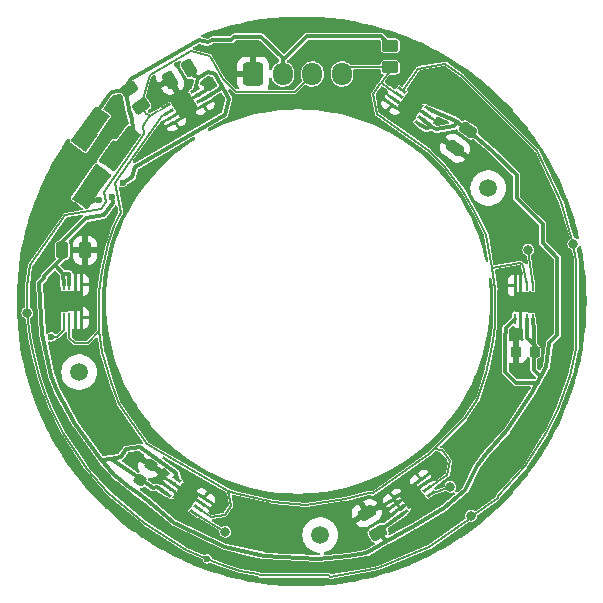
<source format=gbr>
%TF.GenerationSoftware,KiCad,Pcbnew,7.0.10*%
%TF.CreationDate,2024-04-03T19:42:33-07:00*%
%TF.ProjectId,Thermistor Ring,54686572-6d69-4737-946f-722052696e67,rev?*%
%TF.SameCoordinates,Original*%
%TF.FileFunction,Copper,L1,Top*%
%TF.FilePolarity,Positive*%
%FSLAX46Y46*%
G04 Gerber Fmt 4.6, Leading zero omitted, Abs format (unit mm)*
G04 Created by KiCad (PCBNEW 7.0.10) date 2024-04-03 19:42:33*
%MOMM*%
%LPD*%
G01*
G04 APERTURE LIST*
G04 Aperture macros list*
%AMRoundRect*
0 Rectangle with rounded corners*
0 $1 Rounding radius*
0 $2 $3 $4 $5 $6 $7 $8 $9 X,Y pos of 4 corners*
0 Add a 4 corners polygon primitive as box body*
4,1,4,$2,$3,$4,$5,$6,$7,$8,$9,$2,$3,0*
0 Add four circle primitives for the rounded corners*
1,1,$1+$1,$2,$3*
1,1,$1+$1,$4,$5*
1,1,$1+$1,$6,$7*
1,1,$1+$1,$8,$9*
0 Add four rect primitives between the rounded corners*
20,1,$1+$1,$2,$3,$4,$5,0*
20,1,$1+$1,$4,$5,$6,$7,0*
20,1,$1+$1,$6,$7,$8,$9,0*
20,1,$1+$1,$8,$9,$2,$3,0*%
%AMRotRect*
0 Rectangle, with rotation*
0 The origin of the aperture is its center*
0 $1 length*
0 $2 width*
0 $3 Rotation angle, in degrees counterclockwise*
0 Add horizontal line*
21,1,$1,$2,0,0,$3*%
G04 Aperture macros list end*
%TA.AperFunction,SMDPad,CuDef*%
%ADD10C,1.500000*%
%TD*%
%TA.AperFunction,SMDPad,CuDef*%
%ADD11RotRect,0.812800X0.254000X145.000000*%
%TD*%
%TA.AperFunction,SMDPad,CuDef*%
%ADD12RotRect,1.752600X1.549400X145.000000*%
%TD*%
%TA.AperFunction,SMDPad,CuDef*%
%ADD13RoundRect,0.250000X0.536362X0.020994X0.286362X0.454006X-0.536362X-0.020994X-0.286362X-0.454006X0*%
%TD*%
%TA.AperFunction,SMDPad,CuDef*%
%ADD14RoundRect,0.225000X0.327703X0.075733X-0.040915X0.333843X-0.327703X-0.075733X0.040915X-0.333843X0*%
%TD*%
%TA.AperFunction,SMDPad,CuDef*%
%ADD15RoundRect,0.250000X-0.020994X0.536362X-0.454006X0.286362X0.020994X-0.536362X0.454006X-0.286362X0*%
%TD*%
%TA.AperFunction,SMDPad,CuDef*%
%ADD16RoundRect,0.250000X-0.250000X-0.475000X0.250000X-0.475000X0.250000X0.475000X-0.250000X0.475000X0*%
%TD*%
%TA.AperFunction,SMDPad,CuDef*%
%ADD17RotRect,0.812800X0.254000X325.000000*%
%TD*%
%TA.AperFunction,SMDPad,CuDef*%
%ADD18RotRect,1.752600X1.549400X325.000000*%
%TD*%
%TA.AperFunction,SMDPad,CuDef*%
%ADD19RoundRect,0.225000X0.225000X0.250000X-0.225000X0.250000X-0.225000X-0.250000X0.225000X-0.250000X0*%
%TD*%
%TA.AperFunction,SMDPad,CuDef*%
%ADD20RoundRect,0.225000X0.075733X-0.327703X0.333843X0.040915X-0.075733X0.327703X-0.333843X-0.040915X0*%
%TD*%
%TA.AperFunction,SMDPad,CuDef*%
%ADD21RotRect,0.812800X0.254000X30.000000*%
%TD*%
%TA.AperFunction,SMDPad,CuDef*%
%ADD22RotRect,1.752600X1.549400X30.000000*%
%TD*%
%TA.AperFunction,SMDPad,CuDef*%
%ADD23R,0.254000X0.812800*%
%TD*%
%TA.AperFunction,SMDPad,CuDef*%
%ADD24R,1.549400X1.752600*%
%TD*%
%TA.AperFunction,SMDPad,CuDef*%
%ADD25RotRect,1.805236X0.612132X235.000000*%
%TD*%
%TA.AperFunction,SMDPad,CuDef*%
%ADD26RoundRect,0.250000X-0.519182X-0.043082X-0.218055X-0.473137X0.519182X0.043082X0.218055X0.473137X0*%
%TD*%
%TA.AperFunction,SMDPad,CuDef*%
%ADD27RoundRect,0.250000X-0.450000X0.262500X-0.450000X-0.262500X0.450000X-0.262500X0.450000X0.262500X0*%
%TD*%
%TA.AperFunction,SMDPad,CuDef*%
%ADD28RoundRect,0.250000X-0.245703X0.477237X-0.532491X0.067661X0.245703X-0.477237X0.532491X-0.067661X0*%
%TD*%
%TA.AperFunction,SMDPad,CuDef*%
%ADD29RotRect,0.812800X0.254000X215.000000*%
%TD*%
%TA.AperFunction,SMDPad,CuDef*%
%ADD30RotRect,1.752600X1.549400X215.000000*%
%TD*%
%TA.AperFunction,ComponentPad*%
%ADD31RoundRect,0.250000X-0.600000X-0.725000X0.600000X-0.725000X0.600000X0.725000X-0.600000X0.725000X0*%
%TD*%
%TA.AperFunction,ComponentPad*%
%ADD32O,1.700000X1.950000*%
%TD*%
%TA.AperFunction,ViaPad*%
%ADD33C,0.600000*%
%TD*%
%TA.AperFunction,ViaPad*%
%ADD34C,0.800000*%
%TD*%
%TA.AperFunction,Conductor*%
%ADD35C,0.160000*%
%TD*%
%TA.AperFunction,Conductor*%
%ADD36C,0.380000*%
%TD*%
%TA.AperFunction,Conductor*%
%ADD37C,0.100000*%
%TD*%
G04 APERTURE END LIST*
D10*
%TO.P,REF\u002A\u002A,*%
%TO.N,*%
X91827286Y-45869988D03*
%TD*%
%TO.P,REF\u002A\u002A,*%
%TO.N,*%
X57187287Y-61459990D03*
%TD*%
%TO.P,REF\u002A\u002A,*%
%TO.N,*%
X77607284Y-75229990D03*
%TD*%
D11*
%TO.P,U6,1,SDA*%
%TO.N,/SDA*%
X66933995Y-73350047D03*
%TO.P,U6,2,SCL*%
%TO.N,/SCL*%
X67220783Y-72940470D03*
%TO.P,U6,3,ALERT*%
%TO.N,GND*%
X67507572Y-72530894D03*
%TO.P,U6,4,GND*%
X67794360Y-72121317D03*
%TO.P,U6,5,A2*%
%TO.N,/VDD*%
X65505649Y-70518745D03*
%TO.P,U6,6,A1*%
%TO.N,GND*%
X65218861Y-70928322D03*
%TO.P,U6,7,A0*%
X64932072Y-71337898D03*
%TO.P,U6,8,VDD*%
%TO.N,/VDD*%
X64645284Y-71747475D03*
D12*
%TO.P,U6,9,EPAD*%
%TO.N,GND*%
X66219822Y-71934396D03*
%TD*%
D13*
%TO.P,C1,1*%
%TO.N,/VDD*%
X82493625Y-75047416D03*
%TO.P,C1,2*%
%TO.N,GND*%
X81543625Y-73401968D03*
%TD*%
D14*
%TO.P,C8,1*%
%TO.N,/VDD*%
X57693843Y-46595218D03*
%TO.P,C8,2*%
%TO.N,GND*%
X56424157Y-45706174D03*
%TD*%
D15*
%TO.P,C3,1*%
%TO.N,/VDD*%
X66531918Y-35744011D03*
%TO.P,C3,2*%
%TO.N,GND*%
X64886470Y-36694011D03*
%TD*%
D16*
%TO.P,C2,1*%
%TO.N,/VDD*%
X55775888Y-51154126D03*
%TO.P,C2,2*%
%TO.N,GND*%
X57675888Y-51154126D03*
%TD*%
D17*
%TO.P,U7,1,SDA*%
%TO.N,/SDA*%
X84530259Y-37593613D03*
%TO.P,U7,2,SCL*%
%TO.N,/SCL*%
X84243471Y-38003190D03*
%TO.P,U7,3,ALERT*%
%TO.N,GND*%
X83956682Y-38412766D03*
%TO.P,U7,4,GND*%
X83669894Y-38822343D03*
%TO.P,U7,5,A2*%
%TO.N,/VDD*%
X85958605Y-40424915D03*
%TO.P,U7,6,A1*%
X86245393Y-40015338D03*
%TO.P,U7,7,A0*%
%TO.N,GND*%
X86532182Y-39605762D03*
%TO.P,U7,8,VDD*%
%TO.N,/VDD*%
X86818970Y-39196185D03*
D18*
%TO.P,U7,9,EPAD*%
%TO.N,GND*%
X85244432Y-39009264D03*
%TD*%
D19*
%TO.P,C6,1*%
%TO.N,/VDD*%
X95754382Y-59733876D03*
%TO.P,C6,2*%
%TO.N,GND*%
X94204382Y-59733876D03*
%TD*%
D20*
%TO.P,C5,1*%
%TO.N,/VDD*%
X62348561Y-70616139D03*
%TO.P,C5,2*%
%TO.N,GND*%
X63237605Y-69346453D03*
%TD*%
D14*
%TO.P,C7,1*%
%TO.N,/Power 3.3-5V*%
X61444308Y-41839739D03*
%TO.P,C7,2*%
%TO.N,GND*%
X60174622Y-40950695D03*
%TD*%
D21*
%TO.P,U2,1,SDA*%
%TO.N,/SDA*%
X64574149Y-38961565D03*
%TO.P,U2,2,SCL*%
%TO.N,/SCL*%
X64824150Y-39394579D03*
%TO.P,U2,3,ALERT*%
%TO.N,GND*%
X65074150Y-39827591D03*
%TO.P,U2,4,GND*%
X65324150Y-40260605D03*
%TO.P,U2,5,A2*%
X67743825Y-38863605D03*
%TO.P,U2,6,A1*%
%TO.N,/VDD*%
X67493824Y-38430591D03*
%TO.P,U2,7,A0*%
%TO.N,GND*%
X67243824Y-37997579D03*
%TO.P,U2,8,VDD*%
%TO.N,/VDD*%
X66993824Y-37564565D03*
D22*
%TO.P,U2,9,EPAD*%
%TO.N,GND*%
X66158987Y-38912585D03*
%TD*%
D23*
%TO.P,U5,1,SDA*%
%TO.N,/SDA*%
X95595638Y-54125003D03*
%TO.P,U5,2,SCL*%
%TO.N,/SCL*%
X95095637Y-54125003D03*
%TO.P,U5,3,ALERT*%
%TO.N,GND*%
X94595637Y-54125003D03*
%TO.P,U5,4,GND*%
X94095636Y-54125003D03*
%TO.P,U5,5,A2*%
%TO.N,/VDD*%
X94095636Y-56919003D03*
%TO.P,U5,6,A1*%
%TO.N,GND*%
X94595637Y-56919003D03*
%TO.P,U5,7,A0*%
%TO.N,/VDD*%
X95095637Y-56919003D03*
%TO.P,U5,8,VDD*%
X95595638Y-56919003D03*
D24*
%TO.P,U5,9,EPAD*%
%TO.N,GND*%
X94845637Y-55522003D03*
%TD*%
D25*
%TO.P,U1,1,IN*%
%TO.N,/Power 3.3-5V*%
X59596844Y-43005281D03*
%TO.P,U1,2,GND*%
%TO.N,GND*%
X58818649Y-42460382D03*
%TO.P,U1,3,EN*%
%TO.N,/Power 3.3-5V*%
X58040454Y-41915484D03*
%TO.P,U1,4,NC*%
%TO.N,GND*%
X56720674Y-43800325D03*
%TO.P,U1,5,OUT*%
%TO.N,/VDD*%
X58277064Y-44890122D03*
%TD*%
D26*
%TO.P,R3,1*%
%TO.N,/Power 3.3-5V*%
X61394067Y-37462664D03*
%TO.P,R3,2*%
%TO.N,/SDA*%
X62440843Y-38957616D03*
%TD*%
D27*
%TO.P,R2,1*%
%TO.N,/Power 3.3-5V*%
X83526182Y-33823138D03*
%TO.P,R2,2*%
%TO.N,/SCL*%
X83526182Y-35648138D03*
%TD*%
D28*
%TO.P,C4,1*%
%TO.N,/VDD*%
X90098361Y-40941477D03*
%TO.P,C4,2*%
%TO.N,GND*%
X89008565Y-42497865D03*
%TD*%
D23*
%TO.P,U3,1,SDA*%
%TO.N,/SDA*%
X55868635Y-56872221D03*
%TO.P,U3,2,SCL*%
%TO.N,/SCL*%
X56368636Y-56872221D03*
%TO.P,U3,3,ALERT*%
%TO.N,GND*%
X56868636Y-56872221D03*
%TO.P,U3,4,GND*%
X57368637Y-56872221D03*
%TO.P,U3,5,A2*%
X57368637Y-54078221D03*
%TO.P,U3,6,A1*%
X56868636Y-54078221D03*
%TO.P,U3,7,A0*%
%TO.N,/VDD*%
X56368636Y-54078221D03*
%TO.P,U3,8,VDD*%
X55868635Y-54078221D03*
D24*
%TO.P,U3,9,EPAD*%
%TO.N,GND*%
X56618636Y-55475221D03*
%TD*%
D29*
%TO.P,U4,1,SDA*%
%TO.N,/SDA*%
X86971365Y-71786303D03*
%TO.P,U4,2,SCL*%
%TO.N,/SCL*%
X86684577Y-71376726D03*
%TO.P,U4,3,ALERT*%
%TO.N,GND*%
X86397788Y-70967150D03*
%TO.P,U4,4,GND*%
X86111000Y-70557573D03*
%TO.P,U4,5,A2*%
X83822289Y-72160145D03*
%TO.P,U4,6,A1*%
X84109077Y-72569722D03*
%TO.P,U4,7,A0*%
X84395866Y-72979298D03*
%TO.P,U4,8,VDD*%
%TO.N,/VDD*%
X84682654Y-73388875D03*
D30*
%TO.P,U4,9,EPAD*%
%TO.N,GND*%
X85396827Y-71973224D03*
%TD*%
D31*
%TO.P,J1,1,Pin_1*%
%TO.N,GND*%
X71936524Y-36217686D03*
D32*
%TO.P,J1,2,Pin_2*%
%TO.N,/Power 3.3-5V*%
X74436524Y-36217686D03*
%TO.P,J1,3,Pin_3*%
%TO.N,/SDA*%
X76936524Y-36217686D03*
%TO.P,J1,4,Pin_4*%
%TO.N,/SCL*%
X79436524Y-36217686D03*
%TD*%
D33*
%TO.N,GND*%
X75131838Y-79249688D03*
X67017822Y-40372657D03*
X53981845Y-52189686D03*
X72431839Y-77809681D03*
X63847288Y-38239990D03*
X64215069Y-40915827D03*
X83351201Y-71463329D03*
X82808342Y-72759770D03*
X68586657Y-71469125D03*
X78726189Y-37995637D03*
X87321066Y-70011054D03*
X65805073Y-41135830D03*
X82699863Y-37903929D03*
X92999378Y-64683870D03*
X84358609Y-40299605D03*
X97241838Y-62569684D03*
X92229374Y-64553875D03*
X65259253Y-73359601D03*
X59035062Y-51155833D03*
X67998935Y-37346027D03*
X92737288Y-38679989D03*
X71106521Y-38887685D03*
X63277288Y-66789987D03*
X92191837Y-69869686D03*
X86290852Y-73238201D03*
X54900924Y-55498079D03*
X58451833Y-63669684D03*
X86271564Y-37563440D03*
X92963395Y-54087647D03*
X83195192Y-39527235D03*
X87662090Y-40236621D03*
X57375066Y-52805833D03*
X85671842Y-34539689D03*
X94389386Y-57983878D03*
X60854431Y-39882845D03*
X94182075Y-58702061D03*
X88841838Y-37869687D03*
X57675074Y-49565825D03*
X86891547Y-69053441D03*
X80041555Y-74163437D03*
X63737288Y-37359989D03*
X61507288Y-46359992D03*
X84457510Y-70663728D03*
X78901836Y-32189683D03*
X92998932Y-55581246D03*
X63778765Y-70598816D03*
X81567288Y-39479991D03*
X90317288Y-63649991D03*
X70286525Y-36237685D03*
X60138507Y-39405946D03*
X62093005Y-68643516D03*
X95991836Y-44769688D03*
X58405060Y-54085834D03*
X58313841Y-55470703D03*
X96781948Y-55263050D03*
X55429376Y-59433879D03*
X67134074Y-70654779D03*
X56741842Y-69079684D03*
X74651835Y-75049684D03*
X55532120Y-44931461D03*
X94251560Y-61013441D03*
X93311787Y-49881376D03*
X90468892Y-43516708D03*
X87665216Y-41622209D03*
X98341841Y-53219684D03*
X68818918Y-73126347D03*
X74216525Y-38537689D03*
X52891841Y-50579688D03*
X94247316Y-52777046D03*
X68225067Y-39695827D03*
X57125877Y-58134117D03*
X99796524Y-55557685D03*
X58289364Y-56873863D03*
X64357982Y-70046363D03*
X55672457Y-46700990D03*
X68925069Y-38335827D03*
X71986527Y-34447685D03*
X65505072Y-37738615D03*
X60911839Y-71739685D03*
X74991837Y-32249678D03*
D34*
%TO.N,/SDA*%
X99036623Y-50602701D03*
X88622629Y-71176689D03*
X90386737Y-73624173D03*
X52808631Y-56444692D03*
X69572624Y-74986686D03*
X95226624Y-51110685D03*
D33*
X54840622Y-58476690D03*
X68048625Y-77272693D03*
%TO.N,/VDD*%
X59967077Y-46659410D03*
X60901060Y-45410521D03*
X58847954Y-46914509D03*
%TD*%
D35*
%TO.N,/SCL*%
X64824146Y-39394593D02*
X64815122Y-39428302D01*
X64815122Y-39428302D02*
X64199421Y-39783783D01*
X60261575Y-45407612D02*
X60720327Y-48009322D01*
X60550399Y-48252002D02*
X60174621Y-49078691D01*
X64199421Y-39783783D02*
X60261575Y-45407612D01*
X58904623Y-54666693D02*
X58904625Y-57968699D01*
X60720327Y-48009322D02*
X60550399Y-48252002D01*
X60174621Y-49078691D02*
X59666628Y-50602687D01*
X59666628Y-50602687D02*
X59158632Y-52888696D01*
X59158632Y-52888696D02*
X58904623Y-54666693D01*
%TO.N,/SDA*%
X63180226Y-39728711D02*
X62579665Y-40586399D01*
X62579665Y-40586399D02*
X62704875Y-41296503D01*
X59442951Y-47035951D02*
X59008328Y-47656655D01*
X62704875Y-41296503D02*
X59290696Y-46172459D01*
X59290696Y-46172459D02*
X59442951Y-47035951D01*
X52808625Y-54158697D02*
X52808631Y-56444692D01*
X59008328Y-47656655D02*
X56004718Y-48186270D01*
X53062637Y-52380697D02*
X52808625Y-54158697D01*
X56004718Y-48186270D02*
X53068473Y-52379655D01*
X53068473Y-52379655D02*
X53062637Y-52380697D01*
D36*
%TO.N,/VDD*%
X59967077Y-46659410D02*
X60044834Y-47100398D01*
X60044834Y-47100398D02*
X59292481Y-48174872D01*
X59292481Y-48174872D02*
X57778106Y-48441896D01*
X57778106Y-48441896D02*
X55668629Y-50551382D01*
X55668629Y-50551382D02*
X55668632Y-51872678D01*
D35*
%TO.N,/SDA*%
X90386737Y-73624173D02*
X90356097Y-73797930D01*
X90356097Y-73797930D02*
X86844627Y-76256700D01*
X69318641Y-77780692D02*
X68048625Y-77272693D01*
X86844627Y-76256700D02*
X82526628Y-78034704D01*
X72493921Y-78669989D02*
X72366621Y-78542695D01*
X82526628Y-78034704D02*
X81256624Y-78288698D01*
X81256624Y-78288698D02*
X78462629Y-78796695D01*
X78462629Y-78796695D02*
X78335921Y-78669993D01*
X78335921Y-78669993D02*
X72493921Y-78669989D01*
X72366621Y-78542695D02*
X70842636Y-78288689D01*
X70842636Y-78288689D02*
X69318641Y-77780692D01*
%TO.N,GND*%
X94595637Y-56919003D02*
X94582849Y-56585339D01*
D36*
%TO.N,/Power 3.3-5V*%
X57820037Y-40665402D02*
X59710719Y-37965230D01*
X74436522Y-34887684D02*
X72625541Y-33076698D01*
X61833801Y-41283503D02*
X61444314Y-41839743D01*
X72625541Y-33076698D02*
X70334634Y-33076697D01*
X61609841Y-36657415D02*
X61087085Y-37404001D01*
X58040459Y-41915485D02*
X57820037Y-40665402D01*
X70334634Y-33076697D02*
X70080621Y-33330688D01*
X68446128Y-33330698D02*
X68067410Y-33549328D01*
X74436523Y-36217688D02*
X74436527Y-35037686D01*
X67333712Y-33352745D02*
X61609841Y-36657415D01*
X61444325Y-41839742D02*
X59596854Y-43005268D01*
X74436527Y-35037686D02*
X76445349Y-33028857D01*
X61087085Y-37404001D02*
X61468563Y-39567529D01*
X70080621Y-33330688D02*
X68446128Y-33330698D01*
X59979922Y-37712013D02*
X61394073Y-37462666D01*
X76445349Y-33028857D02*
X82731891Y-33028855D01*
X59710719Y-37965230D02*
X59979922Y-37712013D01*
X74436523Y-36217688D02*
X74436522Y-34887684D01*
X61540049Y-39617570D02*
X61833801Y-41283503D01*
X61468563Y-39567529D02*
X61540049Y-39617570D01*
X82731891Y-33028855D02*
X83526181Y-33823122D01*
X68067410Y-33549328D02*
X67333712Y-33352745D01*
D35*
%TO.N,/SDA*%
X69572624Y-74986686D02*
X66934009Y-73350073D01*
X89638626Y-36378692D02*
X88170386Y-35350639D01*
X92659256Y-72093980D02*
X92686632Y-71938705D01*
X98020635Y-47046685D02*
X95988623Y-42728693D01*
X95988623Y-42728693D02*
X89638626Y-36378692D01*
X90386737Y-73624173D02*
X90456367Y-73636450D01*
X75426529Y-37727687D02*
X76887813Y-36266390D01*
X92686632Y-71938705D02*
X94972646Y-69398701D01*
X94972646Y-69398701D02*
X96750624Y-66604681D01*
X98782628Y-61778699D02*
X99290631Y-59492701D01*
X53316612Y-59746691D02*
X53824625Y-61778689D01*
X85894798Y-35751883D02*
X84671334Y-37499166D01*
X69399427Y-36630585D02*
X70496521Y-37727685D01*
X59666631Y-71684695D02*
X62714628Y-74224704D01*
X54840615Y-64572692D02*
X55856627Y-66604686D01*
X88622629Y-71176689D02*
X86971370Y-71786306D01*
X57888622Y-69652688D02*
X59666631Y-71684695D01*
X62440856Y-38957619D02*
X63150055Y-36310898D01*
X96750624Y-66604681D02*
X97766622Y-64572694D01*
X63180226Y-39728711D02*
X63200726Y-39734191D01*
X63180226Y-39728711D02*
X62832206Y-39635452D01*
X63200726Y-39734191D02*
X63895761Y-39332901D01*
X84671334Y-37499166D02*
X84530242Y-37593612D01*
X54840622Y-58476690D02*
X55304195Y-58476695D01*
X63150055Y-36310898D02*
X66642059Y-34294776D01*
X68281288Y-34734012D02*
X69376289Y-36630588D01*
X69376289Y-36630588D02*
X69399427Y-36630585D01*
X55856627Y-66604686D02*
X57888622Y-69652688D01*
X97766622Y-64572694D02*
X98782628Y-61778699D01*
X53062632Y-58476689D02*
X53316612Y-59746691D01*
X52808631Y-56444692D02*
X53062632Y-58476689D01*
X99296531Y-59486801D02*
X99296523Y-52032167D01*
X90456367Y-73636450D02*
X92659256Y-72093980D01*
X55304195Y-58476695D02*
X55868634Y-57912268D01*
X95226624Y-51110685D02*
X95595634Y-54125017D01*
X99296523Y-52032167D02*
X99036623Y-50602701D01*
X62832206Y-39635452D02*
X62440856Y-38957619D01*
X62714628Y-74224704D02*
X66270630Y-76510691D01*
X99290631Y-59492701D02*
X99296531Y-59486801D01*
X66642059Y-34294776D02*
X68281288Y-34734012D01*
X66270630Y-76510691D02*
X68048625Y-77272693D01*
X55868634Y-57912268D02*
X55868625Y-56872219D01*
X70496521Y-37727685D02*
X75426529Y-37727687D01*
X88170386Y-35350639D02*
X85894798Y-35751883D01*
X54332608Y-63302688D02*
X54840615Y-64572692D01*
X99036623Y-50602701D02*
X98020635Y-47046685D01*
D37*
X64574157Y-38961569D02*
X63986805Y-39300677D01*
D35*
X53824625Y-61778689D02*
X54332608Y-63302688D01*
%TO.N,/SCL*%
X83559822Y-35838908D02*
X82811406Y-36907747D01*
X70052065Y-72760005D02*
X69514385Y-73527877D01*
X59158620Y-59746700D02*
X58904625Y-57968699D01*
X91670625Y-61524703D02*
X90908626Y-63810696D01*
X83526171Y-35648123D02*
X83559822Y-35838908D01*
X86830363Y-68380180D02*
X82041342Y-71733493D01*
X91670625Y-49840691D02*
X92136286Y-52634700D01*
X80056520Y-35597686D02*
X83475734Y-35597687D01*
X62922597Y-67539587D02*
X60534945Y-64129668D01*
X60534945Y-64129668D02*
X59920623Y-62286687D01*
X82705699Y-37041271D02*
X82086594Y-37925461D01*
X69826616Y-71481499D02*
X69774414Y-71495486D01*
X82041342Y-71733493D02*
X81764615Y-71684702D01*
X82836714Y-37018176D02*
X82705699Y-37041271D01*
X79732627Y-72192692D02*
X76430624Y-72700695D01*
X83475734Y-35597687D02*
X83526171Y-35648123D01*
X86842697Y-42717853D02*
X86844606Y-42728699D01*
X81764615Y-71684702D02*
X79732627Y-72192692D01*
X82086594Y-37925461D02*
X82380723Y-39593551D01*
X79436523Y-36217682D02*
X80056520Y-35597686D01*
X73636610Y-72446701D02*
X70334629Y-71684686D01*
X94533033Y-52212086D02*
X94546425Y-52192976D01*
X89892612Y-65334696D02*
X87258259Y-67969055D01*
X90908626Y-63810696D02*
X89892612Y-65334696D01*
X88586013Y-69010979D02*
X88377917Y-70191010D01*
X94784321Y-52359564D02*
X95095621Y-54125010D01*
X92432624Y-54412695D02*
X92426169Y-54419153D01*
X88377917Y-70191010D02*
X86684584Y-71376726D01*
X69826616Y-71481499D02*
X70052065Y-72760005D01*
X59920623Y-62286687D02*
X59158620Y-59746700D01*
X86844606Y-42728699D02*
X88114623Y-43998695D01*
X76430624Y-72700695D02*
X73636610Y-72446701D01*
X92136286Y-52634700D02*
X92432624Y-54412695D01*
X83352347Y-37379213D02*
X82836714Y-37018176D01*
X88114623Y-43998695D02*
X89638627Y-46030706D01*
X94546425Y-52192976D02*
X94784321Y-52359564D01*
X57899188Y-58974124D02*
X56815879Y-58974125D01*
X70334629Y-71684686D02*
X69826616Y-71481499D01*
X82811406Y-36907747D02*
X82830043Y-37013522D01*
X86844619Y-68382696D02*
X86830363Y-68380180D01*
X92178625Y-59238693D02*
X91670625Y-61524703D01*
X69514385Y-73527877D02*
X68352279Y-73732770D01*
X87940693Y-68089383D02*
X87258259Y-67969055D01*
X92323771Y-58222690D02*
X92178625Y-59238693D01*
X92432613Y-57460680D02*
X92323771Y-58222690D01*
X82830043Y-37013522D02*
X83352347Y-37379213D01*
X58904625Y-57968699D02*
X57899188Y-58974124D01*
X69774414Y-71495486D02*
X62922597Y-67539587D01*
X92426170Y-57454242D02*
X92432613Y-57460680D01*
X89638627Y-46030706D02*
X90654616Y-47808684D01*
X68352279Y-73732770D02*
X67220771Y-72940496D01*
X83352347Y-37379213D02*
X84243457Y-38003195D01*
X87258259Y-67969055D02*
X86844619Y-68382696D01*
X90654616Y-47808684D02*
X91670625Y-49840691D01*
X92426169Y-54419153D02*
X92426170Y-57454242D01*
X92136286Y-52634700D02*
X94533033Y-52212086D01*
X56815879Y-58974125D02*
X56368617Y-58526870D01*
X87983755Y-68150867D02*
X88586013Y-69010979D01*
X56368617Y-58526870D02*
X56368625Y-56872227D01*
X82380723Y-39593551D02*
X86842697Y-42717853D01*
X87983755Y-68150867D02*
X87940693Y-68089383D01*
D36*
%TO.N,/VDD*%
X67253261Y-36596372D02*
X66993827Y-37564577D01*
X95664403Y-61236284D02*
X95664399Y-57968703D01*
X54240264Y-53301057D02*
X55046548Y-52494790D01*
X55348634Y-63048693D02*
X54840626Y-61778706D01*
X62170348Y-71720987D02*
X61444626Y-71176698D01*
X60174635Y-70160694D02*
X60181272Y-70198294D01*
X55856621Y-53142686D02*
X56364622Y-53142702D01*
X87886698Y-39654614D02*
X89130627Y-40188693D01*
X54240264Y-53301057D02*
X55668617Y-51872688D01*
X60714235Y-68642504D02*
X61167366Y-67995375D01*
X58290295Y-47012847D02*
X57693849Y-46595209D01*
X65407582Y-69962510D02*
X65505659Y-70518761D01*
X88114629Y-72954698D02*
X85574642Y-74478696D01*
X56364622Y-53142702D02*
X56368631Y-54078221D01*
X92178631Y-42728691D02*
X94223923Y-44773982D01*
X55856621Y-53142686D02*
X55868628Y-54078213D01*
X63741570Y-71187642D02*
X63406128Y-71246790D01*
X62310382Y-67793827D02*
X65407582Y-69962510D01*
X61167366Y-67995375D02*
X62310382Y-67793827D01*
X83288619Y-75748683D02*
X81510631Y-76764675D01*
X93261280Y-58193145D02*
X93261281Y-61413172D01*
X95095606Y-58537483D02*
X95754380Y-59196221D01*
X61444626Y-71176698D02*
X60504843Y-70424854D01*
X96433917Y-50527270D02*
X97687047Y-51780396D01*
X54240268Y-53489055D02*
X54240264Y-53301057D01*
X85574642Y-74478696D02*
X84594914Y-75022985D01*
X93292091Y-58162361D02*
X93261280Y-58193145D01*
X60901060Y-45410521D02*
X61692098Y-44953817D01*
X69502006Y-39694028D02*
X69872194Y-38312502D01*
X81510631Y-76764675D02*
X79986625Y-77018696D01*
X58847954Y-46914509D02*
X58583378Y-46843632D01*
X89175106Y-40330542D02*
X88958519Y-40639860D01*
X96277802Y-61849691D02*
X95664403Y-61236284D01*
X94223923Y-44773982D02*
X94223923Y-46727264D01*
X61692098Y-44953817D02*
X61930082Y-44065687D01*
X59898429Y-68779176D02*
X59906626Y-68784908D01*
X82800728Y-74706615D02*
X84682653Y-73388874D01*
X69572620Y-76256701D02*
X65254632Y-74224685D01*
X95754380Y-59196221D02*
X95754370Y-59733871D01*
X68135651Y-36086923D02*
X67401302Y-36510899D01*
X97687046Y-58302246D02*
X97004613Y-58984677D01*
X89892613Y-71430691D02*
X88114629Y-72954698D01*
X95095606Y-58537483D02*
X95095636Y-56919008D01*
X60174635Y-70160694D02*
X58904637Y-68636694D01*
X86536966Y-40829910D02*
X85958597Y-40424908D01*
X61897911Y-70179224D02*
X59898429Y-68779176D01*
X93448625Y-66350699D02*
X91670624Y-68382693D01*
X56872618Y-65842702D02*
X55348634Y-63048693D01*
X87407943Y-40913275D02*
X87098627Y-40696689D01*
X60181272Y-70198294D02*
X60504843Y-70424854D01*
X77446629Y-77272691D02*
X72874644Y-77018697D01*
X67401302Y-36510899D02*
X67253261Y-36596372D01*
X88958519Y-40639860D02*
X87407943Y-40913275D01*
X94205689Y-62357578D02*
X96005695Y-62357578D01*
X95480626Y-63302694D02*
X93448625Y-66350699D01*
X95664399Y-57968703D02*
X95595622Y-56919006D01*
X62487982Y-70592391D02*
X61897911Y-70179224D01*
X89130627Y-40188693D02*
X90400611Y-41204683D01*
X87071326Y-40735666D02*
X86536966Y-40829910D01*
X96750625Y-61016689D02*
X95480626Y-63302694D01*
X63476628Y-72700687D02*
X62896052Y-72265264D01*
X55208708Y-52494781D02*
X55856621Y-53142686D01*
X69190381Y-37131583D02*
X69089098Y-37509559D01*
X61930082Y-44065687D02*
X69502006Y-39694028D01*
X83288619Y-75748683D02*
X82493628Y-75047426D01*
X69089098Y-37509559D02*
X67565711Y-38389096D01*
X90400611Y-41204683D02*
X92178631Y-42728691D01*
X54840626Y-61778706D02*
X54078631Y-58222674D01*
X64645298Y-71747492D02*
X63741570Y-71187642D01*
X87098627Y-40696689D02*
X86245381Y-40015336D01*
X79986625Y-77018696D02*
X77446629Y-77272691D01*
X54078631Y-58222674D02*
X53824628Y-53904692D01*
X72874644Y-77018697D02*
X69572620Y-76256701D01*
X59906626Y-68784908D02*
X60714235Y-68642504D01*
X67401302Y-36510899D02*
X66896616Y-36375673D01*
X62896052Y-72265264D02*
X62170348Y-71720987D01*
X63406128Y-71246790D02*
X62490289Y-70605507D01*
X97687047Y-51780396D02*
X97687046Y-58302246D01*
X55046548Y-52494790D02*
X55208708Y-52494781D01*
X53824628Y-53904692D02*
X54240268Y-53489055D01*
X69872194Y-38312502D02*
X68669913Y-36230080D01*
X86818960Y-39196169D02*
X87886698Y-39654614D01*
X94095622Y-56919011D02*
X93292078Y-57722563D01*
X59898429Y-68779176D02*
X59108937Y-68918383D01*
X94223923Y-46727264D02*
X96433917Y-48937274D01*
X91670624Y-68382693D02*
X90908618Y-69398692D01*
X93292078Y-57722563D02*
X93292091Y-58162361D01*
X87098627Y-40696689D02*
X87071326Y-40735666D01*
X60504843Y-70424854D02*
X60174635Y-70160694D01*
X90908618Y-69398692D02*
X89892613Y-71430691D01*
X62490289Y-70605507D02*
X62487982Y-70592391D01*
X66896616Y-36375673D02*
X66531909Y-35744005D01*
X93261281Y-61413172D02*
X94205689Y-62357578D01*
X58904637Y-68636694D02*
X56872618Y-65842702D01*
X58583378Y-46843632D02*
X58290295Y-47012847D01*
X57693854Y-46595195D02*
X58277061Y-44890111D01*
X68669913Y-36230080D02*
X68135651Y-36086923D01*
X97004613Y-58984677D02*
X96750625Y-61016689D01*
X84594914Y-75022985D02*
X83288619Y-75748683D01*
X65254632Y-74224685D02*
X63476628Y-72700687D01*
X96433917Y-48937274D02*
X96433917Y-50527270D01*
%TD*%
%TA.AperFunction,Conductor*%
%TO.N,/Power 3.3-5V*%
G36*
X58672531Y-38993688D02*
G01*
X58717494Y-39024537D01*
X59723200Y-39714553D01*
X59767343Y-39768712D01*
X59775198Y-39838139D01*
X59753858Y-39889004D01*
X57753768Y-42681539D01*
X57698729Y-42724579D01*
X57629158Y-42731031D01*
X57581545Y-42710707D01*
X56562268Y-41992657D01*
X56518799Y-41937956D01*
X56511804Y-41868438D01*
X56532300Y-41819886D01*
X58501002Y-39024534D01*
X58555696Y-38981061D01*
X58625214Y-38974057D01*
X58672531Y-38993688D01*
G37*
%TD.AperFunction*%
%TD*%
%TA.AperFunction,Conductor*%
%TO.N,/VDD*%
G36*
X58692579Y-43876322D02*
G01*
X59255373Y-44270395D01*
X59822971Y-44663037D01*
X59866906Y-44717365D01*
X59874495Y-44786821D01*
X59853904Y-44836278D01*
X58988794Y-46068188D01*
X57964268Y-47614209D01*
X57910826Y-47659218D01*
X57841535Y-47668189D01*
X57789781Y-47647286D01*
X57333594Y-47327861D01*
X56662537Y-46857981D01*
X56618913Y-46803406D01*
X56611719Y-46733908D01*
X56631093Y-46686725D01*
X58518893Y-43908210D01*
X58572848Y-43863823D01*
X58642238Y-43855652D01*
X58692579Y-43876322D01*
G37*
%TD.AperFunction*%
%TD*%
%TA.AperFunction,Conductor*%
%TO.N,/Power 3.3-5V*%
G36*
X61461696Y-40599091D02*
G01*
X62353385Y-41275896D01*
X62394883Y-41332107D01*
X62399404Y-41401830D01*
X62379991Y-41445790D01*
X61431653Y-42800159D01*
X61429599Y-42803006D01*
X60248362Y-44392260D01*
X60192572Y-44434323D01*
X60122898Y-44439546D01*
X60080813Y-44421964D01*
X59342151Y-43937276D01*
X59339054Y-43935176D01*
X58901036Y-43628465D01*
X58857412Y-43573888D01*
X58850220Y-43504389D01*
X58870466Y-43455939D01*
X59984687Y-41859036D01*
X60039189Y-41815324D01*
X60108675Y-41808015D01*
X60159072Y-41829538D01*
X60312849Y-41940818D01*
X60312850Y-41940819D01*
X61287046Y-40624108D01*
X61342742Y-40581925D01*
X61412405Y-40576550D01*
X61461696Y-40599091D01*
G37*
%TD.AperFunction*%
%TD*%
%TA.AperFunction,Conductor*%
%TO.N,GND*%
G36*
X60772846Y-40331671D02*
G01*
X57347080Y-45312746D01*
X55861479Y-44334539D01*
X56910437Y-42836491D01*
X57605378Y-43261059D01*
X56789525Y-44426214D01*
X57026723Y-44530294D01*
X60065422Y-39836321D01*
X60772846Y-40331671D01*
G37*
%TD.AperFunction*%
%TD*%
%TA.AperFunction,Conductor*%
%TO.N,GND*%
G36*
X60699722Y-37900064D02*
G01*
X60753389Y-37943311D01*
X60907977Y-38164084D01*
X60907979Y-38164086D01*
X60907986Y-38164096D01*
X60910794Y-38167546D01*
X60936738Y-38224288D01*
X61171153Y-39553762D01*
X61172956Y-39570810D01*
X61173222Y-39578181D01*
X61183012Y-39621786D01*
X61184137Y-39627406D01*
X61187148Y-39644475D01*
X61188580Y-39649714D01*
X61191415Y-39659211D01*
X61197015Y-39684154D01*
X61200459Y-39689292D01*
X61213533Y-39714719D01*
X61215709Y-39720512D01*
X61215711Y-39720516D01*
X61232739Y-39739585D01*
X61243248Y-39753135D01*
X61249563Y-39762557D01*
X61263586Y-39783478D01*
X61282698Y-39830984D01*
X61374858Y-40353647D01*
X61367114Y-40423086D01*
X61323058Y-40477315D01*
X61296729Y-40491115D01*
X61279048Y-40497823D01*
X61279046Y-40497824D01*
X61223344Y-40540011D01*
X61202243Y-40561349D01*
X61202228Y-40561367D01*
X60361081Y-41698248D01*
X60305384Y-41740433D01*
X60235721Y-41745808D01*
X60203765Y-41733715D01*
X60203602Y-41734047D01*
X60200491Y-41732508D01*
X60150109Y-41710992D01*
X60150107Y-41710991D01*
X60097642Y-41703094D01*
X60097640Y-41703094D01*
X60097639Y-41703094D01*
X60028153Y-41710403D01*
X59973183Y-41733023D01*
X59918681Y-41776735D01*
X59918673Y-41776743D01*
X59898169Y-41798663D01*
X59898166Y-41798666D01*
X59898166Y-41798667D01*
X59788636Y-41955646D01*
X58783948Y-43395564D01*
X58773121Y-43415266D01*
X58773120Y-43415268D01*
X58752878Y-43463707D01*
X58752876Y-43463714D01*
X58749213Y-43488561D01*
X58740037Y-43520415D01*
X58728369Y-43546929D01*
X58728368Y-43546936D01*
X58727495Y-43586902D01*
X58729617Y-43598934D01*
X58727478Y-43599310D01*
X58732068Y-43652967D01*
X58699440Y-43714751D01*
X58638589Y-43749086D01*
X58625049Y-43751447D01*
X58560509Y-43759046D01*
X58560508Y-43759047D01*
X58505824Y-43782348D01*
X58505822Y-43782350D01*
X58451870Y-43826734D01*
X58431624Y-43848926D01*
X58431623Y-43848927D01*
X56543827Y-46627437D01*
X56533498Y-46646654D01*
X56514124Y-46693838D01*
X56506779Y-46744768D01*
X56513973Y-46814265D01*
X56513973Y-46814267D01*
X56513974Y-46814269D01*
X56536505Y-46869278D01*
X56560003Y-46898674D01*
X56580130Y-46923854D01*
X56587427Y-46930702D01*
X56602025Y-46944402D01*
X56602030Y-46944406D01*
X56602032Y-46944407D01*
X56800172Y-47083146D01*
X57428911Y-47523394D01*
X57444337Y-47534195D01*
X57487962Y-47588772D01*
X57495156Y-47658270D01*
X57463633Y-47720625D01*
X57403403Y-47756039D01*
X57394746Y-47757886D01*
X56000624Y-48003706D01*
X55978263Y-48005587D01*
X55961443Y-48005474D01*
X55961439Y-48005475D01*
X55930078Y-48021667D01*
X55923328Y-48024898D01*
X55891051Y-48039166D01*
X55889603Y-48040285D01*
X55888006Y-48041302D01*
X55885068Y-48043717D01*
X55883767Y-48045081D01*
X55882380Y-48046293D01*
X55862134Y-48075206D01*
X55857659Y-48081203D01*
X55835709Y-48108837D01*
X55834953Y-48110487D01*
X55823803Y-48129948D01*
X52962841Y-52215819D01*
X52957341Y-52221605D01*
X52957952Y-52222089D01*
X52956809Y-52223532D01*
X52943613Y-52237186D01*
X52920179Y-52269651D01*
X52916900Y-52273990D01*
X52893064Y-52304131D01*
X52892786Y-52304822D01*
X52890630Y-52309844D01*
X52890332Y-52310496D01*
X52884897Y-52348539D01*
X52884010Y-52353903D01*
X52876608Y-52393285D01*
X52875790Y-52412291D01*
X52637362Y-54081207D01*
X52631444Y-54099520D01*
X52631728Y-54099590D01*
X52628125Y-54114209D01*
X52628125Y-54137060D01*
X52626880Y-54154581D01*
X52626840Y-54154866D01*
X52626840Y-54154867D01*
X52627509Y-54161552D01*
X52628125Y-54173896D01*
X52628128Y-55898038D01*
X52608444Y-55965077D01*
X52571168Y-56002353D01*
X52477505Y-56062547D01*
X52477503Y-56062548D01*
X52477503Y-56062549D01*
X52471695Y-56069252D01*
X52383254Y-56171318D01*
X52383253Y-56171320D01*
X52323465Y-56302235D01*
X52302984Y-56444692D01*
X52323465Y-56587148D01*
X52367836Y-56684305D01*
X52383254Y-56718065D01*
X52477503Y-56826835D01*
X52598578Y-56904645D01*
X52609462Y-56907840D01*
X52668240Y-56945614D01*
X52697266Y-57009169D01*
X52697570Y-57011438D01*
X52876340Y-58441601D01*
X52877177Y-58462465D01*
X52876911Y-58468459D01*
X52883454Y-58501178D01*
X52884902Y-58510100D01*
X52886243Y-58520824D01*
X52888064Y-58528099D01*
X52888017Y-58528110D01*
X52890683Y-58537323D01*
X53128310Y-59725551D01*
X53130361Y-59745911D01*
X53139746Y-59783454D01*
X53141039Y-59789203D01*
X53143914Y-59803580D01*
X53146082Y-59810160D01*
X53148602Y-59818874D01*
X53635429Y-61766131D01*
X53638734Y-61786282D01*
X53639318Y-61793556D01*
X53639319Y-61793559D01*
X53639319Y-61793560D01*
X53649693Y-61824686D01*
X53652349Y-61833808D01*
X53654829Y-61843730D01*
X53657324Y-61850241D01*
X53661346Y-61859644D01*
X54143147Y-63305095D01*
X54148315Y-63327132D01*
X54148494Y-63328417D01*
X54161695Y-63361418D01*
X54164201Y-63368258D01*
X54168301Y-63380559D01*
X54171514Y-63387338D01*
X54171217Y-63387478D01*
X54175387Y-63395649D01*
X54651334Y-64585504D01*
X54657158Y-64604247D01*
X54659274Y-64613622D01*
X54673507Y-64642087D01*
X54677724Y-64651477D01*
X54681165Y-64660078D01*
X54681167Y-64660081D01*
X54683243Y-64663870D01*
X54689983Y-64675040D01*
X55670476Y-66635997D01*
X55675726Y-66653966D01*
X55676654Y-66653632D01*
X55681763Y-66667790D01*
X55681764Y-66667792D01*
X55695926Y-66689035D01*
X55703656Y-66702356D01*
X55704984Y-66705011D01*
X55707604Y-66708088D01*
X55716359Y-66719686D01*
X57708356Y-69707691D01*
X57715927Y-69725025D01*
X57716571Y-69724693D01*
X57723485Y-69738065D01*
X57723486Y-69738067D01*
X57739652Y-69756543D01*
X57749503Y-69769410D01*
X57750595Y-69771049D01*
X57754306Y-69774445D01*
X57763905Y-69784261D01*
X59184301Y-71407567D01*
X59457137Y-71719380D01*
X59497805Y-71765857D01*
X59510038Y-71785551D01*
X59516901Y-71794878D01*
X59532653Y-71808005D01*
X59542362Y-71817483D01*
X59545219Y-71820045D01*
X59545223Y-71820049D01*
X59546433Y-71820895D01*
X59552652Y-71825245D01*
X59560966Y-71831599D01*
X60900774Y-72948110D01*
X62556517Y-74327902D01*
X62568505Y-74342249D01*
X62569251Y-74341544D01*
X62579598Y-74352479D01*
X62601200Y-74366366D01*
X62613530Y-74375414D01*
X62615912Y-74377399D01*
X62619406Y-74379100D01*
X62632180Y-74386282D01*
X66089484Y-76608820D01*
X66132097Y-76636214D01*
X66152338Y-76654319D01*
X66158631Y-76659069D01*
X66158634Y-76659070D01*
X66158635Y-76659071D01*
X66176178Y-76666589D01*
X66184706Y-76671118D01*
X66184710Y-76671111D01*
X66191462Y-76674377D01*
X66201354Y-76677761D01*
X66210064Y-76681111D01*
X67584054Y-77269968D01*
X67637918Y-77314468D01*
X67657680Y-77364544D01*
X67662977Y-77397993D01*
X67662977Y-77397994D01*
X67675854Y-77423266D01*
X67720575Y-77511035D01*
X67720577Y-77511037D01*
X67720579Y-77511040D01*
X67810277Y-77600738D01*
X67810279Y-77600739D01*
X67810283Y-77600743D01*
X67923321Y-77658339D01*
X67923322Y-77658339D01*
X67923324Y-77658340D01*
X68048622Y-77678185D01*
X68048625Y-77678185D01*
X68048628Y-77678185D01*
X68173925Y-77658340D01*
X68173927Y-77658339D01*
X68173929Y-77658339D01*
X68278970Y-77604817D01*
X68347637Y-77591921D01*
X68381312Y-77600170D01*
X69198104Y-77926882D01*
X69218274Y-77937177D01*
X69219354Y-77937859D01*
X69219356Y-77937861D01*
X69253074Y-77949100D01*
X69259910Y-77951604D01*
X69271952Y-77956421D01*
X69271953Y-77956421D01*
X69271955Y-77956422D01*
X69271956Y-77956422D01*
X69279204Y-77958348D01*
X69279119Y-77958666D01*
X69288050Y-77960759D01*
X70737943Y-78444054D01*
X70758189Y-78454727D01*
X70769077Y-78459419D01*
X70789396Y-78462805D01*
X70802780Y-78466130D01*
X70806342Y-78466854D01*
X70806349Y-78466857D01*
X70815273Y-78467572D01*
X70825727Y-78468860D01*
X72240696Y-78704696D01*
X72303587Y-78735135D01*
X72307970Y-78739307D01*
X72346725Y-78778060D01*
X72361089Y-78795296D01*
X72370643Y-78809137D01*
X72370645Y-78809139D01*
X72401910Y-78825547D01*
X72408384Y-78829198D01*
X72438619Y-78847475D01*
X72438620Y-78847475D01*
X72440331Y-78848008D01*
X72442080Y-78848732D01*
X72445819Y-78849775D01*
X72447698Y-78850061D01*
X72449430Y-78850488D01*
X72449432Y-78850489D01*
X72484722Y-78850489D01*
X72492205Y-78850714D01*
X72527435Y-78852845D01*
X72529198Y-78852522D01*
X72551557Y-78850489D01*
X78209799Y-78850491D01*
X78276835Y-78870176D01*
X78297473Y-78886806D01*
X78334720Y-78924052D01*
X78366233Y-78955653D01*
X78373612Y-78957963D01*
X78400710Y-78970181D01*
X78407327Y-78974181D01*
X78414604Y-78974621D01*
X78444181Y-78980061D01*
X78451146Y-78982242D01*
X78458753Y-78980858D01*
X78488426Y-78979084D01*
X78496143Y-78979551D01*
X78502797Y-78976555D01*
X78531508Y-78967629D01*
X81231288Y-78476763D01*
X81239427Y-78476211D01*
X81248395Y-78474417D01*
X81248397Y-78474418D01*
X81289447Y-78466207D01*
X81291522Y-78465811D01*
X81310476Y-78462366D01*
X81310479Y-78462364D01*
X81312660Y-78461968D01*
X81320073Y-78460082D01*
X82518410Y-78220421D01*
X82554207Y-78218547D01*
X82554215Y-78218548D01*
X82568228Y-78212776D01*
X82576642Y-78209665D01*
X82583512Y-78207402D01*
X82583518Y-78207401D01*
X82596704Y-78201207D01*
X82602145Y-78198811D01*
X86876102Y-76438940D01*
X86907542Y-76430609D01*
X86911715Y-76430075D01*
X86924815Y-76420901D01*
X86932566Y-76416030D01*
X86933617Y-76415259D01*
X86933619Y-76415259D01*
X86948673Y-76404229D01*
X86950721Y-76402761D01*
X90187993Y-74135988D01*
X90254197Y-74113662D01*
X90294046Y-74118586D01*
X90314776Y-74124673D01*
X90314778Y-74124673D01*
X90458699Y-74124673D01*
X90458699Y-74124672D01*
X90596790Y-74084126D01*
X90717865Y-74006316D01*
X90812114Y-73897546D01*
X90871902Y-73766630D01*
X90892384Y-73624173D01*
X90892384Y-73624171D01*
X90892384Y-73616048D01*
X90912069Y-73549009D01*
X90945259Y-73514474D01*
X92740118Y-72257707D01*
X92759592Y-72246552D01*
X92774888Y-72239544D01*
X92781348Y-72231182D01*
X92796465Y-72211614D01*
X92801210Y-72205842D01*
X92824440Y-72179267D01*
X92824442Y-72179258D01*
X92825267Y-72177663D01*
X92826286Y-72176064D01*
X92827956Y-72172574D01*
X92828563Y-72170777D01*
X92829287Y-72169136D01*
X92829290Y-72169133D01*
X92835419Y-72134366D01*
X92836942Y-72127035D01*
X92839814Y-72115036D01*
X92845153Y-72092733D01*
X92845151Y-72092728D01*
X92845140Y-72090930D01*
X92847021Y-72068561D01*
X92849236Y-72055998D01*
X92879182Y-71994579D01*
X95074228Y-69555650D01*
X95095234Y-69538688D01*
X95101040Y-69533141D01*
X95101043Y-69533140D01*
X95111315Y-69516995D01*
X95117161Y-69509304D01*
X95117160Y-69509303D01*
X95121471Y-69503161D01*
X95126373Y-69493995D01*
X95131094Y-69485914D01*
X96871446Y-66751020D01*
X96883858Y-66737891D01*
X96882411Y-66736659D01*
X96892169Y-66725196D01*
X96892172Y-66725195D01*
X96905051Y-66699435D01*
X96911345Y-66688322D01*
X96914672Y-66683095D01*
X96914918Y-66682365D01*
X96921516Y-66666505D01*
X97902693Y-64704161D01*
X97913818Y-64689466D01*
X97912669Y-64688696D01*
X97921048Y-64676191D01*
X97921051Y-64676189D01*
X97930270Y-64650834D01*
X97935890Y-64637766D01*
X97937868Y-64633813D01*
X97938437Y-64631289D01*
X97942862Y-64616205D01*
X97943801Y-64613623D01*
X98933688Y-61891456D01*
X98943167Y-61875110D01*
X98942489Y-61874774D01*
X98949176Y-61861287D01*
X98949179Y-61861285D01*
X98954528Y-61837213D01*
X98959039Y-61821742D01*
X98959751Y-61819787D01*
X98960277Y-61814887D01*
X98962514Y-61801271D01*
X99454643Y-59586702D01*
X99469575Y-59549452D01*
X99474016Y-59542107D01*
X99474016Y-59542101D01*
X99474547Y-59540401D01*
X99475271Y-59538651D01*
X99476318Y-59534896D01*
X99476603Y-59533023D01*
X99477028Y-59531295D01*
X99477031Y-59531290D01*
X99477030Y-59495999D01*
X99477256Y-59488513D01*
X99479387Y-59453291D01*
X99479384Y-59453285D01*
X99479062Y-59451524D01*
X99477029Y-59429172D01*
X99477023Y-52078727D01*
X99481854Y-52047135D01*
X99482070Y-52043649D01*
X99479023Y-52026890D01*
X99478191Y-52017668D01*
X99477928Y-52017701D01*
X99477023Y-52010254D01*
X99477023Y-52010250D01*
X99474029Y-51998106D01*
X99472428Y-51990620D01*
X99386034Y-51515445D01*
X99312585Y-51111472D01*
X99319960Y-51041993D01*
X99361134Y-50990756D01*
X99361046Y-50990654D01*
X99361610Y-50990165D01*
X99363727Y-50987531D01*
X99367552Y-50984972D01*
X99367749Y-50984845D01*
X99367748Y-50984845D01*
X99367751Y-50984844D01*
X99462000Y-50876074D01*
X99472462Y-50853163D01*
X99518213Y-50800362D01*
X99585252Y-50780675D01*
X99652292Y-50800357D01*
X99698049Y-50853160D01*
X99707172Y-50882036D01*
X99822847Y-51504976D01*
X99823283Y-51507468D01*
X99838959Y-51602669D01*
X99839345Y-51605169D01*
X99964982Y-52478990D01*
X99965316Y-52481498D01*
X99977094Y-52577245D01*
X99977378Y-52579758D01*
X100067274Y-53458039D01*
X100067505Y-53460558D01*
X100075363Y-53556645D01*
X100075544Y-53559168D01*
X100129541Y-54440366D01*
X100129670Y-54442892D01*
X100133605Y-54539289D01*
X100133682Y-54541817D01*
X100152675Y-55472679D01*
X100152675Y-55477739D01*
X100133682Y-56408601D01*
X100133605Y-56411129D01*
X100129670Y-56507526D01*
X100129541Y-56510052D01*
X100075544Y-57391250D01*
X100075363Y-57393773D01*
X100067505Y-57489860D01*
X100067274Y-57492379D01*
X99977378Y-58370660D01*
X99977094Y-58373173D01*
X99965316Y-58468920D01*
X99964982Y-58471428D01*
X99839345Y-59345249D01*
X99838959Y-59347749D01*
X99823283Y-59442950D01*
X99822847Y-59445442D01*
X99661672Y-60313413D01*
X99661185Y-60315895D01*
X99641638Y-60410382D01*
X99641100Y-60412854D01*
X99444654Y-61273543D01*
X99444066Y-61276002D01*
X99420692Y-61369572D01*
X99420054Y-61372021D01*
X99188658Y-62224004D01*
X99187970Y-62226438D01*
X99160800Y-62318969D01*
X99160063Y-62321389D01*
X98894106Y-63163231D01*
X98893319Y-63165634D01*
X98862391Y-63257002D01*
X98861556Y-63259390D01*
X98561495Y-64089652D01*
X98560611Y-64092023D01*
X98525982Y-64182051D01*
X98525050Y-64184402D01*
X98191363Y-65001757D01*
X98190383Y-65004089D01*
X98152095Y-65092667D01*
X98151067Y-65094978D01*
X97784353Y-65897970D01*
X97783279Y-65900261D01*
X97741407Y-65987209D01*
X97740286Y-65989476D01*
X97341131Y-66776830D01*
X97339965Y-66779074D01*
X97294553Y-66864296D01*
X97293340Y-66866517D01*
X96862414Y-67636912D01*
X96861157Y-67639107D01*
X96812309Y-67722401D01*
X96811007Y-67724570D01*
X96348979Y-68476807D01*
X96347634Y-68478948D01*
X96295483Y-68560097D01*
X96294093Y-68562211D01*
X95801775Y-69294964D01*
X95800343Y-69297049D01*
X95744894Y-69376048D01*
X95743420Y-69378104D01*
X95221611Y-70090185D01*
X95220095Y-70092210D01*
X95161492Y-70168853D01*
X95159935Y-70170847D01*
X94609509Y-70861059D01*
X94607911Y-70863021D01*
X94546235Y-70937203D01*
X94544599Y-70939131D01*
X93966490Y-71606305D01*
X93964813Y-71608200D01*
X93900134Y-71679836D01*
X93898421Y-71681695D01*
X93293573Y-72324742D01*
X93291820Y-72326568D01*
X93224289Y-72395490D01*
X93222501Y-72397278D01*
X92591958Y-73015088D01*
X92590133Y-73016840D01*
X92519815Y-73082980D01*
X92517956Y-73084694D01*
X91862763Y-73676249D01*
X91860868Y-73677925D01*
X91787884Y-73741166D01*
X91785955Y-73742803D01*
X91107185Y-74307135D01*
X91105223Y-74308733D01*
X91029716Y-74368947D01*
X91027723Y-74370503D01*
X90326465Y-74906706D01*
X90324440Y-74908222D01*
X90246608Y-74965257D01*
X90244552Y-74966731D01*
X89521995Y-75473891D01*
X89519911Y-75475323D01*
X89439810Y-75529141D01*
X89437695Y-75530530D01*
X88695003Y-76007829D01*
X88692862Y-76009175D01*
X88610709Y-76059634D01*
X88608540Y-76060936D01*
X87846983Y-76507554D01*
X87844787Y-76508812D01*
X87760611Y-76555896D01*
X87758392Y-76557108D01*
X86979297Y-76972268D01*
X86977051Y-76973435D01*
X86890926Y-77017096D01*
X86888660Y-77018216D01*
X86093322Y-77401231D01*
X86091031Y-77402306D01*
X86003278Y-77442381D01*
X86000967Y-77443408D01*
X85190571Y-77793705D01*
X85188239Y-77794684D01*
X85098981Y-77831124D01*
X85096629Y-77832057D01*
X84272676Y-78148986D01*
X84270306Y-78149870D01*
X84179486Y-78182693D01*
X84177099Y-78183528D01*
X83340964Y-78466564D01*
X83338560Y-78467351D01*
X83246522Y-78496428D01*
X83244102Y-78497165D01*
X82397086Y-78745872D01*
X82394652Y-78746560D01*
X82301511Y-78771857D01*
X82299063Y-78772495D01*
X81442602Y-78986446D01*
X81440142Y-78987034D01*
X81346067Y-79008506D01*
X81343595Y-79009044D01*
X80479104Y-79187888D01*
X80476622Y-79188375D01*
X80381704Y-79206001D01*
X80379212Y-79206437D01*
X79508215Y-79349859D01*
X79505715Y-79350245D01*
X79410142Y-79363986D01*
X79407635Y-79364320D01*
X78531504Y-79472097D01*
X78528990Y-79472381D01*
X78432921Y-79482214D01*
X78430402Y-79482445D01*
X77550596Y-79554396D01*
X77548074Y-79554577D01*
X77451764Y-79560479D01*
X77449237Y-79560608D01*
X76567160Y-79596618D01*
X76564632Y-79596695D01*
X76474245Y-79598539D01*
X76468138Y-79598664D01*
X76465610Y-79598690D01*
X75582844Y-79598690D01*
X75580315Y-79598664D01*
X75573260Y-79598520D01*
X75483820Y-79596695D01*
X75481292Y-79596618D01*
X74599215Y-79560608D01*
X74596688Y-79560479D01*
X74500378Y-79554577D01*
X74497856Y-79554396D01*
X73618050Y-79482445D01*
X73615531Y-79482214D01*
X73519462Y-79472381D01*
X73516948Y-79472097D01*
X72640817Y-79364320D01*
X72638310Y-79363986D01*
X72542737Y-79350245D01*
X72540237Y-79349859D01*
X71669240Y-79206437D01*
X71666748Y-79206001D01*
X71571830Y-79188375D01*
X71569348Y-79187888D01*
X70704857Y-79009044D01*
X70702385Y-79008506D01*
X70608310Y-78987034D01*
X70605850Y-78986446D01*
X69749389Y-78772495D01*
X69746941Y-78771857D01*
X69653800Y-78746560D01*
X69651366Y-78745872D01*
X68804350Y-78497165D01*
X68801930Y-78496428D01*
X68709892Y-78467351D01*
X68707488Y-78466564D01*
X67871353Y-78183528D01*
X67868966Y-78182693D01*
X67778146Y-78149870D01*
X67775776Y-78148986D01*
X66951823Y-77832057D01*
X66949471Y-77831124D01*
X66860213Y-77794684D01*
X66857881Y-77793705D01*
X66047485Y-77443408D01*
X66045208Y-77442396D01*
X65957350Y-77402272D01*
X65955130Y-77401231D01*
X65159792Y-77018216D01*
X65157526Y-77017096D01*
X65071401Y-76973435D01*
X65069155Y-76972268D01*
X64290060Y-76557108D01*
X64287841Y-76555896D01*
X64203665Y-76508812D01*
X64201469Y-76507554D01*
X63439912Y-76060936D01*
X63437743Y-76059634D01*
X63355590Y-76009175D01*
X63353449Y-76007829D01*
X62610757Y-75530530D01*
X62608642Y-75529141D01*
X62528541Y-75475323D01*
X62526457Y-75473891D01*
X61900003Y-75034185D01*
X61803879Y-74966716D01*
X61801844Y-74965257D01*
X61741722Y-74921200D01*
X61723991Y-74908206D01*
X61721987Y-74906706D01*
X61705036Y-74893745D01*
X61451098Y-74699576D01*
X61020729Y-74370503D01*
X61018736Y-74368947D01*
X60943229Y-74308733D01*
X60941267Y-74307135D01*
X60901718Y-74274254D01*
X60262483Y-73742791D01*
X60260568Y-73741166D01*
X60238943Y-73722428D01*
X60187569Y-73677912D01*
X60185752Y-73676305D01*
X59530496Y-73084694D01*
X59528637Y-73082980D01*
X59458319Y-73016840D01*
X59456494Y-73015088D01*
X59364459Y-72924912D01*
X59005255Y-72572961D01*
X58825951Y-72397278D01*
X58824163Y-72395490D01*
X58796994Y-72367761D01*
X58756596Y-72326530D01*
X58754879Y-72324742D01*
X58150031Y-71681695D01*
X58148318Y-71679836D01*
X58083639Y-71608200D01*
X58081962Y-71606305D01*
X58069056Y-71591411D01*
X57713862Y-71181495D01*
X57503853Y-70939131D01*
X57502217Y-70937203D01*
X57456155Y-70881801D01*
X57440526Y-70863002D01*
X57438966Y-70861088D01*
X56888483Y-70170804D01*
X56886994Y-70168897D01*
X56828346Y-70092196D01*
X56826841Y-70090185D01*
X56780613Y-70027101D01*
X56305023Y-69378091D01*
X56303558Y-69376048D01*
X56248109Y-69297049D01*
X56246677Y-69294964D01*
X56184403Y-69202277D01*
X55754322Y-68562155D01*
X55753049Y-68560219D01*
X55700751Y-68478841D01*
X55699498Y-68476846D01*
X55237407Y-67724507D01*
X55236180Y-67722464D01*
X55187256Y-67639040D01*
X55186078Y-67636982D01*
X54755068Y-66866437D01*
X54753943Y-66864377D01*
X54708466Y-66779034D01*
X54707343Y-66776874D01*
X54308157Y-65989459D01*
X54307072Y-65987263D01*
X54265143Y-65900197D01*
X54264099Y-65897970D01*
X53897369Y-65094943D01*
X53896357Y-65092667D01*
X53858069Y-65004089D01*
X53857089Y-65001757D01*
X53729596Y-64689466D01*
X53523375Y-64184335D01*
X53522509Y-64182150D01*
X53487795Y-64091901D01*
X53486992Y-64089746D01*
X53186881Y-63259347D01*
X53186077Y-63257048D01*
X53155133Y-63165634D01*
X53154346Y-63163231D01*
X53081054Y-62931237D01*
X52888361Y-62321297D01*
X52887680Y-62319063D01*
X52860444Y-62226305D01*
X52859831Y-62224138D01*
X52628362Y-61371886D01*
X52627795Y-61369709D01*
X52604368Y-61275929D01*
X52603815Y-61273617D01*
X52407340Y-60412801D01*
X52406825Y-60410435D01*
X52387259Y-60315854D01*
X52386780Y-60313413D01*
X52225588Y-59445346D01*
X52225183Y-59443034D01*
X52209483Y-59347686D01*
X52209119Y-59345327D01*
X52083456Y-58471327D01*
X52083149Y-58469023D01*
X52071349Y-58373093D01*
X52071082Y-58370735D01*
X51981168Y-57492279D01*
X51980955Y-57489956D01*
X51973083Y-57393692D01*
X51972914Y-57391338D01*
X51918905Y-56509934D01*
X51918788Y-56507647D01*
X51914844Y-56411030D01*
X51914772Y-56408696D01*
X51896763Y-55525986D01*
X51896737Y-55523457D01*
X51896737Y-55426961D01*
X51896763Y-55424432D01*
X51904782Y-55031402D01*
X51914773Y-54541714D01*
X51914843Y-54539395D01*
X51918788Y-54442762D01*
X51918904Y-54440497D01*
X51972915Y-53559068D01*
X51973082Y-53556742D01*
X51980957Y-53460444D01*
X51981167Y-53458156D01*
X52071084Y-52579662D01*
X52071346Y-52577348D01*
X52083153Y-52481370D01*
X52083453Y-52479114D01*
X52209123Y-51605062D01*
X52209478Y-51602763D01*
X52225189Y-51507351D01*
X52225582Y-51505105D01*
X52386795Y-50636925D01*
X52387251Y-50634602D01*
X52406833Y-50539944D01*
X52407330Y-50537661D01*
X52603826Y-49676757D01*
X52604357Y-49674535D01*
X52627808Y-49580661D01*
X52628350Y-49578578D01*
X52859846Y-48726227D01*
X52860429Y-48724165D01*
X52887697Y-48631301D01*
X52888344Y-48629174D01*
X53154360Y-47787141D01*
X53155117Y-47784831D01*
X53186098Y-47693308D01*
X53186858Y-47691134D01*
X53487016Y-46860605D01*
X53487771Y-46858581D01*
X53522535Y-46768201D01*
X53523346Y-46766155D01*
X53857124Y-45948575D01*
X53858033Y-45946413D01*
X53896403Y-45857647D01*
X53897334Y-45855552D01*
X54264148Y-45052342D01*
X54265108Y-45050295D01*
X54307109Y-44963079D01*
X54308117Y-44961041D01*
X54625727Y-44334539D01*
X55861479Y-44334539D01*
X57347080Y-45312746D01*
X60772846Y-40331671D01*
X60065422Y-39836321D01*
X57026723Y-44530294D01*
X56789525Y-44426214D01*
X57605378Y-43261059D01*
X56910437Y-42836491D01*
X55861479Y-44334539D01*
X54625727Y-44334539D01*
X54707387Y-44173460D01*
X54708424Y-44171464D01*
X54753987Y-44085960D01*
X54755020Y-44084067D01*
X55186127Y-43313349D01*
X55187208Y-43311462D01*
X55236231Y-43227868D01*
X55237350Y-43226005D01*
X55699554Y-42473480D01*
X55700695Y-42471665D01*
X55753106Y-42390112D01*
X55754259Y-42388358D01*
X56188795Y-41741605D01*
X56242516Y-41696941D01*
X56311863Y-41688411D01*
X56374813Y-41718726D01*
X56411381Y-41778262D01*
X56414332Y-41829238D01*
X56406834Y-41878998D01*
X56413829Y-41948520D01*
X56413829Y-41948521D01*
X56436201Y-42003589D01*
X56436202Y-42003590D01*
X56436203Y-42003592D01*
X56465899Y-42040961D01*
X56479672Y-42058293D01*
X56501503Y-42078899D01*
X56501506Y-42078901D01*
X56501509Y-42078904D01*
X56501514Y-42078908D01*
X56501516Y-42078909D01*
X57520775Y-42796947D01*
X57520781Y-42796950D01*
X57520786Y-42796954D01*
X57532764Y-42803632D01*
X57540132Y-42807740D01*
X57594126Y-42830787D01*
X57616565Y-42843254D01*
X57723912Y-42918419D01*
X57751270Y-42930458D01*
X57777918Y-42931040D01*
X57791240Y-42931331D01*
X57791240Y-42931330D01*
X57791242Y-42931331D01*
X57828505Y-42916839D01*
X57850095Y-42896171D01*
X58896890Y-41401191D01*
X58908929Y-41373833D01*
X58909802Y-41333861D01*
X58909801Y-41333860D01*
X58907681Y-41321831D01*
X58910953Y-41321253D01*
X58906708Y-41271595D01*
X58927419Y-41224064D01*
X58935175Y-41213236D01*
X59839628Y-39950435D01*
X59851143Y-39929819D01*
X59872483Y-39878954D01*
X59880029Y-39826278D01*
X59879299Y-39819830D01*
X59877701Y-39805698D01*
X59872174Y-39756851D01*
X59856886Y-39720516D01*
X59849121Y-39702060D01*
X59849120Y-39702059D01*
X59849120Y-39702058D01*
X59804977Y-39647899D01*
X59782886Y-39627560D01*
X59782883Y-39627558D01*
X59782880Y-39627555D01*
X59290665Y-39289846D01*
X59246522Y-39235687D01*
X59238667Y-39166260D01*
X59259240Y-39116477D01*
X59924217Y-38166792D01*
X59940825Y-38147604D01*
X60088814Y-38008402D01*
X60151132Y-37976809D01*
X60152160Y-37976623D01*
X60630283Y-37892320D01*
X60699722Y-37900064D01*
G37*
%TD.AperFunction*%
%TA.AperFunction,Conductor*%
G36*
X88146957Y-35558041D02*
G01*
X88170171Y-35570836D01*
X89474938Y-36484427D01*
X89513277Y-36511272D01*
X89529834Y-36525165D01*
X90159356Y-37154688D01*
X95823414Y-42818750D01*
X95847930Y-42853632D01*
X96388519Y-44002375D01*
X97844359Y-47096010D01*
X97846819Y-47101236D01*
X97853850Y-47119967D01*
X98234430Y-48452021D01*
X98712792Y-50126315D01*
X98712282Y-50196183D01*
X98687277Y-50241582D01*
X98611246Y-50329328D01*
X98611245Y-50329329D01*
X98551457Y-50460244D01*
X98530976Y-50602701D01*
X98551457Y-50745157D01*
X98611245Y-50876072D01*
X98611246Y-50876074D01*
X98705495Y-50984844D01*
X98826570Y-51062654D01*
X98869621Y-51075294D01*
X98928399Y-51113068D01*
X98956687Y-51172090D01*
X99051559Y-51693887D01*
X99113133Y-52032549D01*
X99114023Y-52037441D01*
X99116023Y-52059623D01*
X99116029Y-59409270D01*
X99114036Y-59422374D01*
X99114055Y-59422376D01*
X99111917Y-59457704D01*
X99109190Y-59477113D01*
X98610728Y-61720178D01*
X98606215Y-61735654D01*
X97602973Y-64494548D01*
X97597348Y-64507627D01*
X96596204Y-66509908D01*
X96589910Y-66521025D01*
X94833971Y-69280412D01*
X94821524Y-69296792D01*
X92591262Y-71774850D01*
X92576231Y-71788985D01*
X92570999Y-71793141D01*
X92550781Y-71819308D01*
X92544835Y-71826435D01*
X92537810Y-71834241D01*
X92533503Y-71840378D01*
X92533494Y-71840371D01*
X92528254Y-71848464D01*
X92516599Y-71863549D01*
X92513439Y-71870699D01*
X92508413Y-71885240D01*
X92506485Y-71892804D01*
X92506336Y-71911853D01*
X92504454Y-71932423D01*
X92503393Y-71938437D01*
X92472361Y-72001037D01*
X92452402Y-72018468D01*
X90779300Y-73189980D01*
X90713094Y-73212307D01*
X90645327Y-73195297D01*
X90641156Y-73192732D01*
X90596790Y-73164220D01*
X90596789Y-73164219D01*
X90596785Y-73164217D01*
X90458700Y-73123673D01*
X90458698Y-73123673D01*
X90314776Y-73123673D01*
X90314773Y-73123673D01*
X90176686Y-73164218D01*
X90055610Y-73242029D01*
X89961360Y-73350799D01*
X89961359Y-73350801D01*
X89901571Y-73481716D01*
X89881090Y-73624173D01*
X89899855Y-73754692D01*
X89901572Y-73766630D01*
X89903409Y-73770652D01*
X89904037Y-73775022D01*
X89904070Y-73775134D01*
X89904053Y-73775138D01*
X89913350Y-73839811D01*
X89884323Y-73903366D01*
X89861737Y-73923735D01*
X86768675Y-76089530D01*
X86744764Y-76102615D01*
X82485190Y-77856562D01*
X82462295Y-77863494D01*
X81223853Y-78111176D01*
X81221717Y-78111584D01*
X78588867Y-78590283D01*
X78519387Y-78582908D01*
X78464925Y-78539141D01*
X78464880Y-78539076D01*
X78459197Y-78530843D01*
X78427947Y-78514441D01*
X78421428Y-78510765D01*
X78391225Y-78492508D01*
X78391224Y-78492507D01*
X78391223Y-78492507D01*
X78391221Y-78492506D01*
X78389492Y-78491968D01*
X78387745Y-78491244D01*
X78384030Y-78490208D01*
X78382161Y-78489924D01*
X78380411Y-78489492D01*
X78345113Y-78489492D01*
X78337634Y-78489266D01*
X78302403Y-78487136D01*
X78300627Y-78487462D01*
X78278289Y-78489491D01*
X72620045Y-78489489D01*
X72553006Y-78469804D01*
X72532364Y-78453170D01*
X72531923Y-78452729D01*
X72520950Y-78437101D01*
X72520573Y-78437408D01*
X72511099Y-78425707D01*
X72492275Y-78411443D01*
X72479487Y-78400295D01*
X72478754Y-78399562D01*
X72473655Y-78396480D01*
X72462915Y-78389193D01*
X72440182Y-78371966D01*
X72431227Y-78368108D01*
X72421924Y-78365209D01*
X72421923Y-78365209D01*
X72417439Y-78364937D01*
X72393451Y-78363487D01*
X72380552Y-78362026D01*
X70895878Y-78114572D01*
X70877052Y-78109896D01*
X69384202Y-77612281D01*
X69377362Y-77609775D01*
X68514072Y-77264464D01*
X68459138Y-77221290D01*
X68437651Y-77168730D01*
X68434271Y-77147389D01*
X68376675Y-77034351D01*
X68376671Y-77034347D01*
X68376670Y-77034345D01*
X68286972Y-76944647D01*
X68286969Y-76944645D01*
X68286967Y-76944643D01*
X68173929Y-76887047D01*
X68173928Y-76887046D01*
X68173925Y-76887045D01*
X68048628Y-76867201D01*
X68048622Y-76867201D01*
X67923324Y-76887045D01*
X67923320Y-76887046D01*
X67830562Y-76934309D01*
X67761893Y-76947205D01*
X67725422Y-76937798D01*
X66365074Y-76354789D01*
X66346866Y-76345121D01*
X65969632Y-76102615D01*
X64828181Y-75368829D01*
X62828059Y-74083043D01*
X62815730Y-74073996D01*
X59800609Y-71561383D01*
X59786673Y-71547779D01*
X58037595Y-69548837D01*
X58027740Y-69535965D01*
X57783641Y-69169816D01*
X56017325Y-66520334D01*
X56009593Y-66507010D01*
X56008745Y-66505314D01*
X55007718Y-64503287D01*
X55003506Y-64493907D01*
X54503517Y-63243952D01*
X54501012Y-63237111D01*
X53999559Y-61732702D01*
X53996899Y-61723566D01*
X53493482Y-59709949D01*
X53492187Y-59704191D01*
X53459773Y-59542107D01*
X53241803Y-58452177D01*
X53240360Y-58443280D01*
X53055533Y-56964667D01*
X53066750Y-56895705D01*
X53111537Y-56844972D01*
X53114353Y-56843161D01*
X53139759Y-56826835D01*
X53234008Y-56718065D01*
X53293796Y-56587149D01*
X53314278Y-56444692D01*
X53293796Y-56302235D01*
X53234008Y-56171319D01*
X53139759Y-56062549D01*
X53046087Y-56002349D01*
X53000334Y-55949548D01*
X52989128Y-55898039D01*
X52989125Y-54180340D01*
X52990371Y-54162804D01*
X52991505Y-54154866D01*
X53229725Y-52487391D01*
X53250903Y-52433809D01*
X56080232Y-48393114D01*
X56134808Y-48349492D01*
X56160266Y-48342126D01*
X57359489Y-48130672D01*
X57428928Y-48138416D01*
X57483157Y-48182473D01*
X57504959Y-48248854D01*
X57487411Y-48316484D01*
X57468702Y-48340469D01*
X55509315Y-50299864D01*
X55496367Y-50311133D01*
X55493944Y-50312963D01*
X55437092Y-50336717D01*
X55424497Y-50338552D01*
X55424495Y-50338553D01*
X55319402Y-50389929D01*
X55236691Y-50472640D01*
X55185314Y-50577734D01*
X55175388Y-50645865D01*
X55175388Y-51662386D01*
X55185314Y-51730517D01*
X55216909Y-51795146D01*
X55228667Y-51864019D01*
X55201324Y-51928316D01*
X55193190Y-51937287D01*
X54875058Y-52255423D01*
X54852666Y-52273162D01*
X54847437Y-52276400D01*
X54847434Y-52276402D01*
X54832134Y-52296665D01*
X54820860Y-52309622D01*
X54080946Y-53049544D01*
X54068000Y-53060810D01*
X54062160Y-53065220D01*
X54032021Y-53098282D01*
X54028072Y-53102418D01*
X54015825Y-53114667D01*
X54015818Y-53114674D01*
X54005206Y-53125285D01*
X54000148Y-53133248D01*
X53988995Y-53145482D01*
X53988992Y-53145488D01*
X53987595Y-53149095D01*
X53977452Y-53169487D01*
X53969913Y-53181684D01*
X53969912Y-53181689D01*
X53969911Y-53181691D01*
X53964064Y-53206549D01*
X53958988Y-53222942D01*
X53949763Y-53246757D01*
X53949763Y-53252965D01*
X53946470Y-53281351D01*
X53945047Y-53287401D01*
X53945047Y-53287420D01*
X53947048Y-53301761D01*
X53936813Y-53370877D01*
X53911918Y-53406573D01*
X53658223Y-53660266D01*
X53634632Y-53678315D01*
X53632987Y-53679717D01*
X53612513Y-53705011D01*
X53603829Y-53714659D01*
X53600189Y-53718300D01*
X53600178Y-53718312D01*
X53594315Y-53726871D01*
X53588409Y-53734794D01*
X53564659Y-53764138D01*
X53559196Y-53774243D01*
X53558818Y-53774039D01*
X53558525Y-53774638D01*
X53558917Y-53774811D01*
X53554277Y-53785318D01*
X53545634Y-53822064D01*
X53542988Y-53831593D01*
X53531440Y-53867541D01*
X53529996Y-53878938D01*
X53529568Y-53878883D01*
X53529511Y-53879546D01*
X53529941Y-53879566D01*
X53529410Y-53891044D01*
X53534625Y-53928429D01*
X53535600Y-53938276D01*
X53785976Y-58194607D01*
X53784637Y-58221452D01*
X53783200Y-58230440D01*
X53783200Y-58230443D01*
X53787952Y-58252617D01*
X53789086Y-58260970D01*
X53789349Y-58260931D01*
X53790214Y-58266609D01*
X53795072Y-58286158D01*
X53795980Y-58290080D01*
X54547852Y-61798875D01*
X54550597Y-61823496D01*
X54550736Y-61836178D01*
X54558967Y-61856756D01*
X54562165Y-61865738D01*
X54562213Y-61865893D01*
X54571358Y-61887775D01*
X54572078Y-61889534D01*
X55059508Y-63108075D01*
X55067334Y-63138083D01*
X55067601Y-63140125D01*
X55081805Y-63166166D01*
X55088071Y-63179480D01*
X55088908Y-63181573D01*
X55088911Y-63181579D01*
X55095995Y-63192746D01*
X55100145Y-63199792D01*
X56593641Y-65937904D01*
X56604637Y-65965489D01*
X56605739Y-65969645D01*
X56605740Y-65969649D01*
X56605741Y-65969650D01*
X56618550Y-65987263D01*
X56621878Y-65991838D01*
X56630448Y-66005384D01*
X56630473Y-66005429D01*
X56630484Y-66005447D01*
X56640241Y-66017411D01*
X56644427Y-66022843D01*
X57742963Y-67533312D01*
X58583956Y-68689664D01*
X58632398Y-68756270D01*
X58640222Y-68771410D01*
X58641095Y-68770922D01*
X58646702Y-68780946D01*
X58646703Y-68780947D01*
X58646704Y-68780950D01*
X58672737Y-68812190D01*
X58677743Y-68818618D01*
X58685531Y-68829327D01*
X58687175Y-68830881D01*
X58697256Y-68841613D01*
X58813257Y-68980814D01*
X58837606Y-69027487D01*
X58843048Y-69047388D01*
X58843048Y-69047389D01*
X58907604Y-69134726D01*
X58907609Y-69134731D01*
X58962995Y-69169816D01*
X58991898Y-69195184D01*
X59884907Y-70266795D01*
X59903709Y-70304958D01*
X59905177Y-70304328D01*
X59909710Y-70314886D01*
X59913194Y-70320086D01*
X59926250Y-70345477D01*
X59928448Y-70351327D01*
X59945437Y-70370345D01*
X59955971Y-70383926D01*
X59968656Y-70402857D01*
X59970168Y-70405113D01*
X59975287Y-70408697D01*
X59996636Y-70427659D01*
X60000805Y-70432326D01*
X60000808Y-70432327D01*
X60000810Y-70432329D01*
X60023514Y-70443921D01*
X60038246Y-70452781D01*
X60179450Y-70551650D01*
X60327379Y-70655228D01*
X60333720Y-70659977D01*
X60442194Y-70746758D01*
X61212568Y-71363073D01*
X61226461Y-71376055D01*
X61226880Y-71376512D01*
X61226883Y-71376516D01*
X61245142Y-71390210D01*
X61265122Y-71405195D01*
X61268184Y-71407567D01*
X61275112Y-71413109D01*
X61284168Y-71420354D01*
X61284176Y-71420358D01*
X61288955Y-71423506D01*
X61288793Y-71423751D01*
X61295828Y-71428225D01*
X61941303Y-71912328D01*
X61949079Y-71918160D01*
X61949085Y-71918165D01*
X62747736Y-72517153D01*
X62747756Y-72517167D01*
X63291534Y-72924992D01*
X63297833Y-72930045D01*
X63701488Y-73276034D01*
X65049703Y-74431643D01*
X65058756Y-74440230D01*
X65080252Y-74462786D01*
X65081801Y-74464411D01*
X65081802Y-74464412D01*
X65115184Y-74480121D01*
X65124407Y-74484944D01*
X65156347Y-74503394D01*
X65156348Y-74503394D01*
X65156350Y-74503395D01*
X65167184Y-74507216D01*
X65167093Y-74507473D01*
X65184865Y-74512912D01*
X69419504Y-76505705D01*
X69436348Y-76515307D01*
X69454383Y-76527549D01*
X69454386Y-76527551D01*
X69501659Y-76538459D01*
X69504937Y-76539265D01*
X69551877Y-76551504D01*
X69551879Y-76551503D01*
X69552333Y-76551622D01*
X69570427Y-76554328D01*
X71516072Y-77003318D01*
X72769140Y-77292484D01*
X72792399Y-77300346D01*
X72800050Y-77303809D01*
X72804310Y-77305738D01*
X72826424Y-77306965D01*
X72835063Y-77307789D01*
X72835549Y-77307809D01*
X72835552Y-77307810D01*
X72859694Y-77308824D01*
X72861134Y-77308894D01*
X77385971Y-77560268D01*
X77412162Y-77564569D01*
X77421500Y-77567153D01*
X77443467Y-77564955D01*
X77451668Y-77564778D01*
X77451656Y-77564448D01*
X77457383Y-77564236D01*
X77457392Y-77564237D01*
X77477989Y-77561558D01*
X77481563Y-77561146D01*
X79952333Y-77314073D01*
X79969313Y-77314966D01*
X79969334Y-77313945D01*
X79980816Y-77314169D01*
X79980822Y-77314171D01*
X80021017Y-77307470D01*
X80029028Y-77306404D01*
X80042315Y-77305076D01*
X80044381Y-77304471D01*
X80058797Y-77301173D01*
X81555280Y-77051739D01*
X81557129Y-77051447D01*
X81607610Y-77043842D01*
X81624249Y-77034332D01*
X81643243Y-77025517D01*
X81661244Y-77018948D01*
X81670748Y-77010618D01*
X81690936Y-76996225D01*
X83375855Y-76033417D01*
X83390695Y-76026202D01*
X83399869Y-76022474D01*
X83399872Y-76022474D01*
X83434469Y-76000259D01*
X83441214Y-75996226D01*
X84688520Y-75303300D01*
X84688522Y-75303300D01*
X85659077Y-74764107D01*
X85676123Y-74756262D01*
X85677531Y-74755738D01*
X85677538Y-74755737D01*
X85718193Y-74731342D01*
X85721719Y-74729305D01*
X85739251Y-74719567D01*
X85739255Y-74719563D01*
X85739258Y-74719562D01*
X85743991Y-74716328D01*
X85744131Y-74716533D01*
X85751073Y-74711614D01*
X88228178Y-73225345D01*
X88250733Y-73214735D01*
X88262455Y-73210602D01*
X88279286Y-73196173D01*
X88286668Y-73190319D01*
X88287164Y-73189954D01*
X88287172Y-73189950D01*
X88304752Y-73174366D01*
X88306246Y-73173065D01*
X90032478Y-71693416D01*
X90047579Y-71682392D01*
X90053306Y-71677188D01*
X90083563Y-71649695D01*
X90086201Y-71647367D01*
X90102107Y-71633735D01*
X90102112Y-71633728D01*
X90106096Y-71629618D01*
X90106346Y-71629860D01*
X90111932Y-71623919D01*
X90128158Y-71609178D01*
X90132558Y-71600376D01*
X90146848Y-71578108D01*
X90150401Y-71573691D01*
X90153013Y-71570444D01*
X90159656Y-71549542D01*
X90166919Y-71531652D01*
X91151735Y-69562033D01*
X91163439Y-69543096D01*
X91893648Y-68569492D01*
X91899526Y-68562241D01*
X93634510Y-66579408D01*
X93656469Y-66559657D01*
X93660213Y-66557023D01*
X93675272Y-66534431D01*
X93684612Y-66522235D01*
X93684967Y-66521744D01*
X93684974Y-66521737D01*
X93692992Y-66508176D01*
X93696530Y-66502546D01*
X95688915Y-63513964D01*
X95701165Y-63500343D01*
X95700864Y-63500093D01*
X95708193Y-63491245D01*
X95708197Y-63491243D01*
X95726429Y-63458423D01*
X95731639Y-63449878D01*
X95737268Y-63441437D01*
X95737271Y-63441430D01*
X95739370Y-63436510D01*
X95745033Y-63424936D01*
X95769687Y-63380559D01*
X96245534Y-62524031D01*
X96254975Y-62509527D01*
X96270244Y-62489308D01*
X96272013Y-62483087D01*
X96282881Y-62456805D01*
X96972942Y-61214691D01*
X96977920Y-61207307D01*
X96980652Y-61202232D01*
X96980655Y-61202230D01*
X97005233Y-61156584D01*
X97005859Y-61155441D01*
X97017640Y-61134237D01*
X97017641Y-61134233D01*
X97017921Y-61133730D01*
X97021630Y-61126132D01*
X97032147Y-61106604D01*
X97033777Y-61093559D01*
X97039205Y-61069656D01*
X97043367Y-61057196D01*
X97042485Y-61038576D01*
X97043302Y-61017348D01*
X97275231Y-59161823D01*
X97303079Y-59097745D01*
X97310581Y-59089536D01*
X97846363Y-58553756D01*
X97859319Y-58542484D01*
X97865141Y-58538087D01*
X97865144Y-58538086D01*
X97895306Y-58504997D01*
X97899197Y-58500922D01*
X97911494Y-58488627D01*
X97911498Y-58488620D01*
X97915083Y-58484304D01*
X97921106Y-58476696D01*
X97938312Y-58457824D01*
X97940557Y-58452028D01*
X97953885Y-58426741D01*
X97957396Y-58421618D01*
X97963243Y-58396754D01*
X97968321Y-58380361D01*
X97977546Y-58356550D01*
X97977546Y-58350336D01*
X97980840Y-58321944D01*
X97982263Y-58315895D01*
X97978735Y-58290603D01*
X97977546Y-58273473D01*
X97977546Y-51845598D01*
X97978737Y-51828454D01*
X97979744Y-51821230D01*
X97979746Y-51821226D01*
X97977677Y-51776524D01*
X97977546Y-51770791D01*
X97977547Y-51753478D01*
X97977545Y-51753472D01*
X97977034Y-51747946D01*
X97975908Y-51738243D01*
X97975551Y-51730517D01*
X97974729Y-51712734D01*
X97972218Y-51707049D01*
X97963762Y-51679739D01*
X97963645Y-51679112D01*
X97962622Y-51673638D01*
X97949182Y-51651931D01*
X97941174Y-51636739D01*
X97930861Y-51613383D01*
X97930860Y-51613380D01*
X97926466Y-51608986D01*
X97908719Y-51586580D01*
X97905448Y-51581297D01*
X97905447Y-51581296D01*
X97885066Y-51565905D01*
X97872112Y-51554632D01*
X96760736Y-50443258D01*
X96727251Y-50381935D01*
X96724417Y-50355577D01*
X96724417Y-49002469D01*
X96725606Y-48985338D01*
X96726613Y-48978109D01*
X96726615Y-48978105D01*
X96724549Y-48933409D01*
X96724417Y-48927685D01*
X96724417Y-48910352D01*
X96723903Y-48904817D01*
X96722778Y-48895117D01*
X96721600Y-48869614D01*
X96721599Y-48869611D01*
X96721599Y-48869610D01*
X96719087Y-48863921D01*
X96710634Y-48836623D01*
X96709492Y-48830518D01*
X96709491Y-48830514D01*
X96696050Y-48808806D01*
X96688046Y-48793621D01*
X96677731Y-48770259D01*
X96673335Y-48765863D01*
X96655587Y-48743455D01*
X96652317Y-48738173D01*
X96631942Y-48722787D01*
X96618986Y-48711514D01*
X96426280Y-48518807D01*
X96037424Y-48129948D01*
X94550741Y-46643253D01*
X94517257Y-46581930D01*
X94514423Y-46555572D01*
X94514423Y-44839176D01*
X94515612Y-44822045D01*
X94516620Y-44814814D01*
X94516621Y-44814812D01*
X94514555Y-44770124D01*
X94514423Y-44764399D01*
X94514423Y-44747067D01*
X94513905Y-44741489D01*
X94512783Y-44731818D01*
X94511605Y-44706320D01*
X94509095Y-44700637D01*
X94500638Y-44673325D01*
X94499498Y-44667224D01*
X94486058Y-44645517D01*
X94478050Y-44630325D01*
X94467737Y-44606969D01*
X94467736Y-44606966D01*
X94463343Y-44602573D01*
X94445595Y-44580166D01*
X94442324Y-44574882D01*
X94421942Y-44559491D01*
X94408988Y-44548218D01*
X92427268Y-42566499D01*
X92416551Y-42552074D01*
X92416119Y-42552422D01*
X92408917Y-42543468D01*
X92379769Y-42518484D01*
X92372786Y-42512017D01*
X92365016Y-42504247D01*
X92365012Y-42504243D01*
X92361286Y-42501690D01*
X92350672Y-42493544D01*
X90975961Y-41315226D01*
X90937871Y-41256652D01*
X90937496Y-41186783D01*
X90945887Y-41165352D01*
X90967990Y-41121426D01*
X90986183Y-41005874D01*
X90965870Y-40890674D01*
X90909253Y-40788313D01*
X90859136Y-40741102D01*
X90026451Y-40158050D01*
X89964946Y-40127102D01*
X89849395Y-40108909D01*
X89849391Y-40108909D01*
X89734197Y-40129221D01*
X89734195Y-40129222D01*
X89680982Y-40158654D01*
X89612791Y-40173875D01*
X89547195Y-40149813D01*
X89543505Y-40146973D01*
X89328365Y-39974861D01*
X89319049Y-39966609D01*
X89315279Y-39962916D01*
X89295135Y-39943180D01*
X89281082Y-39937146D01*
X89261307Y-39928655D01*
X89251881Y-39924128D01*
X89219413Y-39906813D01*
X89208458Y-39903363D01*
X89208534Y-39903119D01*
X89190556Y-39898279D01*
X87980122Y-39378582D01*
X87980122Y-39378581D01*
X87980120Y-39378581D01*
X86908839Y-38918614D01*
X86908830Y-38918611D01*
X86829585Y-38900828D01*
X86828483Y-38900789D01*
X86826573Y-38900152D01*
X86818375Y-38898313D01*
X86818561Y-38897483D01*
X86762195Y-38878705D01*
X86761822Y-38878444D01*
X86670373Y-38814411D01*
X86608447Y-38771050D01*
X86608445Y-38771049D01*
X86608443Y-38771048D01*
X86581090Y-38759011D01*
X86581084Y-38759010D01*
X86541118Y-38758137D01*
X86541115Y-38758138D01*
X86492473Y-38777056D01*
X86491908Y-38775603D01*
X86438120Y-38791163D01*
X86407476Y-38787190D01*
X86328112Y-38766598D01*
X86184404Y-38771161D01*
X86047807Y-38816022D01*
X85929379Y-38897554D01*
X85889982Y-38942659D01*
X85862545Y-38981840D01*
X86500992Y-39428885D01*
X86527989Y-39424124D01*
X86528788Y-39423486D01*
X86535642Y-39422775D01*
X86551575Y-39419966D01*
X86551775Y-39421102D01*
X86598285Y-39416281D01*
X86642627Y-39438687D01*
X86644907Y-39435286D01*
X86649812Y-39438573D01*
X86655204Y-39445042D01*
X86660645Y-39447792D01*
X86662226Y-39449301D01*
X86662297Y-39449370D01*
X86660420Y-39451301D01*
X86694545Y-39492245D01*
X86698523Y-39524275D01*
X86700139Y-39523991D01*
X86709057Y-39574571D01*
X87347505Y-40021619D01*
X87374931Y-39982452D01*
X87374936Y-39982444D01*
X87403849Y-39929990D01*
X87406466Y-39919905D01*
X87442356Y-39859958D01*
X87504958Y-39828930D01*
X87574397Y-39836673D01*
X87575264Y-39837040D01*
X87711340Y-39895466D01*
X87711343Y-39895468D01*
X87722188Y-39900124D01*
X87722190Y-39900126D01*
X87768584Y-39920045D01*
X87796821Y-39932169D01*
X87808410Y-39937145D01*
X87808413Y-39937145D01*
X88434658Y-40206022D01*
X88488492Y-40250559D01*
X88509704Y-40317131D01*
X88491556Y-40384602D01*
X88439811Y-40431552D01*
X88407269Y-40442080D01*
X87526581Y-40597373D01*
X87457142Y-40589629D01*
X87433924Y-40576832D01*
X87312638Y-40491906D01*
X87297905Y-40478193D01*
X87289784Y-40471305D01*
X87270617Y-40460366D01*
X87254710Y-40449571D01*
X87213010Y-40416272D01*
X87172909Y-40359059D01*
X87170104Y-40289246D01*
X87188813Y-40248254D01*
X87201817Y-40229682D01*
X86501778Y-39739510D01*
X86501731Y-39739479D01*
X85716857Y-39189904D01*
X85689430Y-39229074D01*
X85689424Y-39229083D01*
X85660514Y-39281533D01*
X85660513Y-39281536D01*
X85624404Y-39420700D01*
X85628967Y-39564411D01*
X85673828Y-39701007D01*
X85720323Y-39768542D01*
X85742125Y-39834923D01*
X85739667Y-39861217D01*
X85739213Y-39882005D01*
X85718070Y-39948598D01*
X85664279Y-39993189D01*
X85660192Y-39994863D01*
X85643492Y-40001358D01*
X85643488Y-40001360D01*
X85621898Y-40022028D01*
X85621896Y-40022032D01*
X85464856Y-40246309D01*
X85452816Y-40273668D01*
X85452816Y-40273669D01*
X85451943Y-40313639D01*
X85466436Y-40350902D01*
X85477216Y-40362164D01*
X85487104Y-40372493D01*
X85640325Y-40479779D01*
X85683143Y-40532433D01*
X85687030Y-40541488D01*
X85724473Y-40597373D01*
X85747484Y-40631718D01*
X86316931Y-41030472D01*
X86330269Y-41041261D01*
X86335641Y-41046259D01*
X86335644Y-41046263D01*
X86373418Y-41070189D01*
X86378196Y-41073373D01*
X86392383Y-41083308D01*
X86397188Y-41086049D01*
X86405813Y-41090709D01*
X86427394Y-41104379D01*
X86433479Y-41105581D01*
X86460695Y-41114315D01*
X86466346Y-41116880D01*
X86491851Y-41118322D01*
X86508873Y-41120474D01*
X86533944Y-41125427D01*
X86540053Y-41124349D01*
X86568587Y-41122662D01*
X86574781Y-41123013D01*
X86599092Y-41115141D01*
X86615733Y-41111001D01*
X87018963Y-41039883D01*
X87088400Y-41047624D01*
X87111619Y-41060421D01*
X87187919Y-41113848D01*
X87201266Y-41124645D01*
X87206611Y-41129619D01*
X87206613Y-41129621D01*
X87244413Y-41153565D01*
X87249156Y-41156726D01*
X87263369Y-41166679D01*
X87268216Y-41169444D01*
X87276797Y-41174080D01*
X87298358Y-41187738D01*
X87298359Y-41187738D01*
X87298362Y-41187740D01*
X87304463Y-41188945D01*
X87331671Y-41197678D01*
X87333505Y-41198510D01*
X87337330Y-41200246D01*
X87362819Y-41201687D01*
X87379851Y-41203840D01*
X87404910Y-41208791D01*
X87411022Y-41207712D01*
X87439562Y-41206026D01*
X87445765Y-41206377D01*
X87470070Y-41198506D01*
X87486711Y-41194366D01*
X88944759Y-40937266D01*
X88961837Y-40935464D01*
X88969133Y-40935202D01*
X88969134Y-40935201D01*
X88969136Y-40935202D01*
X89012812Y-40925400D01*
X89018407Y-40924280D01*
X89025788Y-40922979D01*
X89035469Y-40921273D01*
X89035470Y-40921272D01*
X89035474Y-40921272D01*
X89035477Y-40921270D01*
X89040853Y-40919800D01*
X89050186Y-40917014D01*
X89075108Y-40911422D01*
X89075109Y-40911421D01*
X89085544Y-40909080D01*
X89155267Y-40913611D01*
X89211472Y-40955117D01*
X89229596Y-40988730D01*
X89230850Y-40992276D01*
X89282746Y-41086103D01*
X89287469Y-41094641D01*
X89337586Y-41141852D01*
X90170271Y-41724904D01*
X90231776Y-41755852D01*
X90347328Y-41774045D01*
X90462527Y-41753732D01*
X90467571Y-41750942D01*
X90535758Y-41735717D01*
X90601355Y-41759775D01*
X90608274Y-41765289D01*
X91865911Y-42843257D01*
X91977494Y-42938899D01*
X91984477Y-42945366D01*
X92954515Y-43915404D01*
X93897104Y-44857992D01*
X93930589Y-44919315D01*
X93933423Y-44945673D01*
X93933423Y-46662066D01*
X93932235Y-46679192D01*
X93931225Y-46686431D01*
X93933291Y-46731118D01*
X93933423Y-46736844D01*
X93933423Y-46754177D01*
X93933935Y-46759709D01*
X93935061Y-46769410D01*
X93936241Y-46794924D01*
X93938752Y-46800611D01*
X93947205Y-46827910D01*
X93948347Y-46834018D01*
X93948347Y-46834020D01*
X93948347Y-46834021D01*
X93948348Y-46834022D01*
X93961789Y-46855732D01*
X93969792Y-46870914D01*
X93980110Y-46894281D01*
X93984503Y-46898674D01*
X94002248Y-46921076D01*
X94005521Y-46926362D01*
X94025892Y-46941745D01*
X94038849Y-46953019D01*
X96107099Y-49021284D01*
X96140583Y-49082606D01*
X96143417Y-49108964D01*
X96143417Y-50462074D01*
X96142229Y-50479200D01*
X96141219Y-50486439D01*
X96141219Y-50486440D01*
X96141219Y-50486441D01*
X96142113Y-50505777D01*
X96143285Y-50531126D01*
X96143417Y-50536852D01*
X96143417Y-50554186D01*
X96143929Y-50559713D01*
X96145055Y-50569418D01*
X96146235Y-50594934D01*
X96148747Y-50600624D01*
X96157197Y-50627911D01*
X96158339Y-50634023D01*
X96158341Y-50634028D01*
X96171783Y-50655737D01*
X96179789Y-50670925D01*
X96190105Y-50694288D01*
X96194497Y-50698680D01*
X96212242Y-50721082D01*
X96215516Y-50726369D01*
X96215516Y-50726370D01*
X96235896Y-50741760D01*
X96248851Y-50753033D01*
X97202873Y-51707053D01*
X97360227Y-51864406D01*
X97393712Y-51925729D01*
X97396546Y-51952087D01*
X97396546Y-58130553D01*
X97376861Y-58197592D01*
X97360227Y-58218234D01*
X96810658Y-58767801D01*
X96803549Y-58774376D01*
X96774583Y-58799136D01*
X96759324Y-58827472D01*
X96752451Y-58838751D01*
X96734263Y-58865304D01*
X96733764Y-58866433D01*
X96723464Y-58893592D01*
X96723090Y-58894764D01*
X96719098Y-58926699D01*
X96716763Y-58939704D01*
X96709396Y-58971027D01*
X96709338Y-58972282D01*
X96709557Y-59003032D01*
X96472327Y-60900971D01*
X96457680Y-60945811D01*
X96297185Y-61234702D01*
X96247420Y-61283745D01*
X96179040Y-61298098D01*
X96113756Y-61273204D01*
X96101107Y-61262163D01*
X95991218Y-61152272D01*
X95957735Y-61090951D01*
X95954901Y-61064601D01*
X95954901Y-60426363D01*
X95974586Y-60359325D01*
X96027390Y-60313570D01*
X96062718Y-60303425D01*
X96064927Y-60303135D01*
X96168961Y-60254623D01*
X96250129Y-60173455D01*
X96298641Y-60069421D01*
X96304882Y-60022015D01*
X96304881Y-59445738D01*
X96298641Y-59398331D01*
X96250129Y-59294297D01*
X96168961Y-59213129D01*
X96099776Y-59180867D01*
X96047338Y-59134696D01*
X96030293Y-59091269D01*
X96029957Y-59089468D01*
X96016505Y-59067741D01*
X96008511Y-59052574D01*
X95998189Y-59029199D01*
X95993801Y-59024811D01*
X95976060Y-59002415D01*
X95973477Y-58998244D01*
X95954899Y-58932962D01*
X95954899Y-58032233D01*
X95957475Y-58015428D01*
X95956460Y-58015307D01*
X95957828Y-58003901D01*
X95957636Y-58000976D01*
X95955164Y-57963237D01*
X95954899Y-57955131D01*
X95954899Y-57941784D01*
X95954506Y-57939683D01*
X95952657Y-57924993D01*
X95951649Y-57909608D01*
X95883741Y-56873153D01*
X95863627Y-56794459D01*
X95846201Y-56770041D01*
X95823283Y-56704038D01*
X95823137Y-56698013D01*
X95823137Y-56502708D01*
X95823136Y-56502700D01*
X95817307Y-56473390D01*
X95795095Y-56440145D01*
X95761939Y-56417993D01*
X95761851Y-56417934D01*
X95761849Y-56417933D01*
X95761846Y-56417932D01*
X95732539Y-56412103D01*
X95458743Y-56412103D01*
X95458735Y-56412104D01*
X95429426Y-56417933D01*
X95414524Y-56427890D01*
X95347846Y-56448765D01*
X95280467Y-56430278D01*
X95276749Y-56427889D01*
X95261938Y-56417993D01*
X95261850Y-56417934D01*
X95261849Y-56417933D01*
X95251696Y-56411150D01*
X95252561Y-56409854D01*
X95208965Y-56374717D01*
X95194643Y-56347336D01*
X95165991Y-56270516D01*
X95165987Y-56270509D01*
X95079827Y-56155415D01*
X95079824Y-56155412D01*
X94964730Y-56069252D01*
X94964723Y-56069248D01*
X94830016Y-56019006D01*
X94830009Y-56019004D01*
X94770481Y-56012603D01*
X94722637Y-56012603D01*
X94722637Y-57825403D01*
X94739896Y-57842662D01*
X94748156Y-57845088D01*
X94793911Y-57897892D01*
X94805117Y-57949405D01*
X94805107Y-58472282D01*
X94803919Y-58489402D01*
X94802907Y-58496657D01*
X94802907Y-58496660D01*
X94802907Y-58496661D01*
X94804361Y-58528099D01*
X94804974Y-58541348D01*
X94805106Y-58547076D01*
X94805106Y-58564400D01*
X94805609Y-58569842D01*
X94806744Y-58579628D01*
X94807925Y-58605152D01*
X94807925Y-58605153D01*
X94810434Y-58610834D01*
X94818887Y-58638132D01*
X94822139Y-58655527D01*
X94818111Y-58656280D01*
X94822155Y-58704169D01*
X94789460Y-58765917D01*
X94728572Y-58800187D01*
X94661657Y-58797075D01*
X94576990Y-58769020D01*
X94477704Y-58758876D01*
X94454382Y-58758876D01*
X94454382Y-60708875D01*
X94477690Y-60708875D01*
X94477704Y-60708874D01*
X94576989Y-60698731D01*
X94737863Y-60645423D01*
X94737874Y-60645418D01*
X94882110Y-60556451D01*
X94882114Y-60556448D01*
X95001954Y-60436608D01*
X95001957Y-60436604D01*
X95090924Y-60292368D01*
X95090931Y-60292353D01*
X95099029Y-60267915D01*
X95138800Y-60210469D01*
X95203316Y-60183645D01*
X95272092Y-60195959D01*
X95304416Y-60219236D01*
X95337582Y-60252402D01*
X95371067Y-60313725D01*
X95373901Y-60340083D01*
X95373901Y-61171090D01*
X95372714Y-61188207D01*
X95371704Y-61195447D01*
X95373770Y-61240146D01*
X95373902Y-61245864D01*
X95373902Y-61263203D01*
X95374414Y-61268725D01*
X95375540Y-61278427D01*
X95376720Y-61303943D01*
X95379234Y-61309637D01*
X95387684Y-61336926D01*
X95388826Y-61343038D01*
X95388829Y-61343044D01*
X95402269Y-61364751D01*
X95410275Y-61379940D01*
X95420586Y-61403293D01*
X95420588Y-61403295D01*
X95420589Y-61403298D01*
X95420591Y-61403300D01*
X95424980Y-61407689D01*
X95442726Y-61430093D01*
X95446000Y-61435381D01*
X95446001Y-61435382D01*
X95446002Y-61435383D01*
X95459565Y-61445625D01*
X95466377Y-61450769D01*
X95479332Y-61462042D01*
X95818537Y-61801252D01*
X95857764Y-61840479D01*
X95891248Y-61901803D01*
X95886263Y-61971494D01*
X95878480Y-61988375D01*
X95870193Y-62003293D01*
X95820430Y-62052339D01*
X95761795Y-62067078D01*
X94377380Y-62067078D01*
X94310341Y-62047393D01*
X94289699Y-62030759D01*
X93588099Y-61329160D01*
X93554614Y-61267837D01*
X93551780Y-61241479D01*
X93551780Y-60777670D01*
X93571465Y-60710631D01*
X93624269Y-60664876D01*
X93693427Y-60654932D01*
X93714785Y-60659964D01*
X93831776Y-60698732D01*
X93931065Y-60708875D01*
X93954382Y-60708874D01*
X93954382Y-58758875D01*
X93931075Y-58758876D01*
X93931056Y-58758877D01*
X93831774Y-58769020D01*
X93714784Y-58807787D01*
X93644956Y-58810189D01*
X93584914Y-58774457D01*
X93553721Y-58711937D01*
X93551780Y-58690081D01*
X93551780Y-58332035D01*
X93560003Y-58293094D01*
X93559753Y-58293036D01*
X93562283Y-58282295D01*
X93562368Y-58281897D01*
X93562384Y-58281857D01*
X93562389Y-58281851D01*
X93568268Y-58256898D01*
X93573334Y-58240553D01*
X93582593Y-58216656D01*
X93582592Y-58210540D01*
X93585898Y-58182093D01*
X93587302Y-58176139D01*
X93583769Y-58150741D01*
X93582589Y-58133688D01*
X93582582Y-57894249D01*
X93602265Y-57827211D01*
X93618893Y-57806574D01*
X93852469Y-57572996D01*
X93913789Y-57539513D01*
X93983481Y-57544497D01*
X94039414Y-57586368D01*
X94111446Y-57682590D01*
X94111449Y-57682593D01*
X94226543Y-57768753D01*
X94226550Y-57768757D01*
X94361257Y-57818999D01*
X94361264Y-57819001D01*
X94420792Y-57825402D01*
X94420809Y-57825403D01*
X94468637Y-57825403D01*
X94468637Y-56012603D01*
X94420792Y-56012603D01*
X94361264Y-56019004D01*
X94361257Y-56019006D01*
X94226550Y-56069248D01*
X94226543Y-56069252D01*
X94111449Y-56155412D01*
X94111446Y-56155415D01*
X94025286Y-56270509D01*
X94025282Y-56270516D01*
X93996631Y-56347335D01*
X93954760Y-56403269D01*
X93931816Y-56416334D01*
X93896178Y-56440145D01*
X93873968Y-56473388D01*
X93873965Y-56473394D01*
X93868136Y-56502701D01*
X93868136Y-56684305D01*
X93848451Y-56751344D01*
X93831818Y-56771986D01*
X93132758Y-57471051D01*
X93119813Y-57482316D01*
X93113973Y-57486726D01*
X93083832Y-57519791D01*
X93079881Y-57523930D01*
X93067626Y-57536186D01*
X93064099Y-57540433D01*
X93058017Y-57548111D01*
X93040807Y-57566991D01*
X93040805Y-57566994D01*
X93038556Y-57572800D01*
X93025240Y-57598062D01*
X93021728Y-57603188D01*
X93021726Y-57603193D01*
X93015878Y-57628055D01*
X93010802Y-57644446D01*
X93001576Y-57668263D01*
X93001576Y-57674483D01*
X92998283Y-57702868D01*
X92996861Y-57708911D01*
X92996861Y-57708918D01*
X93000389Y-57734208D01*
X93001578Y-57751335D01*
X93001586Y-58023477D01*
X92993364Y-58062415D01*
X92993617Y-58062475D01*
X92991070Y-58073280D01*
X92991000Y-58073613D01*
X92990982Y-58073652D01*
X92985103Y-58098598D01*
X92980037Y-58114943D01*
X92970780Y-58138838D01*
X92970780Y-58144963D01*
X92967474Y-58173403D01*
X92966069Y-58179364D01*
X92966069Y-58179367D01*
X92966641Y-58183484D01*
X92969598Y-58204744D01*
X92970780Y-58221824D01*
X92970780Y-61347982D01*
X92969592Y-61365105D01*
X92968583Y-61372341D01*
X92970648Y-61417028D01*
X92970780Y-61422747D01*
X92970780Y-61440086D01*
X92971294Y-61445625D01*
X92972419Y-61455322D01*
X92973599Y-61480836D01*
X92976111Y-61486526D01*
X92984561Y-61513813D01*
X92985703Y-61519925D01*
X92985705Y-61519930D01*
X92999147Y-61541639D01*
X93007153Y-61556827D01*
X93017469Y-61580190D01*
X93021861Y-61584582D01*
X93039606Y-61606984D01*
X93042880Y-61612271D01*
X93042880Y-61612272D01*
X93063260Y-61627662D01*
X93076215Y-61638935D01*
X93738841Y-62301560D01*
X93954170Y-62516888D01*
X93965442Y-62529840D01*
X93969850Y-62535677D01*
X94002906Y-62565811D01*
X94007030Y-62569748D01*
X94019308Y-62582026D01*
X94019309Y-62582027D01*
X94023597Y-62585587D01*
X94031240Y-62591640D01*
X94050111Y-62608844D01*
X94055909Y-62611090D01*
X94081190Y-62624415D01*
X94086318Y-62627928D01*
X94111168Y-62633772D01*
X94127565Y-62638849D01*
X94151385Y-62648078D01*
X94157600Y-62648078D01*
X94185990Y-62651371D01*
X94192041Y-62652795D01*
X94214848Y-62649613D01*
X94217331Y-62649267D01*
X94234462Y-62648078D01*
X95301241Y-62648078D01*
X95368280Y-62667763D01*
X95414035Y-62720567D01*
X95423979Y-62789725D01*
X95409636Y-62832298D01*
X95234827Y-63146953D01*
X95229606Y-63155516D01*
X93221977Y-66166962D01*
X93212122Y-66179834D01*
X91492448Y-68145169D01*
X91478853Y-68156734D01*
X91479267Y-68157185D01*
X91470804Y-68164951D01*
X91447584Y-68195910D01*
X91441709Y-68203158D01*
X91434279Y-68211649D01*
X91434271Y-68211661D01*
X91432127Y-68215286D01*
X91424601Y-68226554D01*
X90699881Y-69192838D01*
X90684074Y-69210207D01*
X90673076Y-69220201D01*
X90673071Y-69220206D01*
X90663254Y-69239839D01*
X90661613Y-69242794D01*
X90648596Y-69269150D01*
X90648327Y-69269693D01*
X89670214Y-71225908D01*
X89640004Y-71264600D01*
X89229872Y-71616147D01*
X89166161Y-71644831D01*
X89097057Y-71634516D01*
X89044499Y-71588479D01*
X89025175Y-71521335D01*
X89044859Y-71454958D01*
X89048002Y-71450066D01*
X89048006Y-71450062D01*
X89107794Y-71319146D01*
X89128276Y-71176689D01*
X89107794Y-71034232D01*
X89048006Y-70903316D01*
X88953757Y-70794546D01*
X88832682Y-70716736D01*
X88832680Y-70716735D01*
X88832678Y-70716734D01*
X88832679Y-70716734D01*
X88694592Y-70676189D01*
X88694590Y-70676189D01*
X88550668Y-70676189D01*
X88550665Y-70676189D01*
X88412578Y-70716734D01*
X88291502Y-70794545D01*
X88197252Y-70903315D01*
X88197251Y-70903317D01*
X88137464Y-71034230D01*
X88137463Y-71034234D01*
X88128362Y-71097535D01*
X88099337Y-71161090D01*
X88048570Y-71196213D01*
X87445123Y-71418996D01*
X87375415Y-71423748D01*
X87314204Y-71390058D01*
X87308077Y-71383422D01*
X87282722Y-71359150D01*
X87247908Y-71298572D01*
X87251372Y-71228788D01*
X87292014Y-71171955D01*
X87297328Y-71168016D01*
X88458785Y-70354734D01*
X88478251Y-70343583D01*
X88493543Y-70336579D01*
X88515127Y-70308643D01*
X88519884Y-70302859D01*
X88543099Y-70276298D01*
X88543099Y-70276296D01*
X88543102Y-70276294D01*
X88543102Y-70276290D01*
X88543911Y-70274725D01*
X88544927Y-70273130D01*
X88546627Y-70269578D01*
X88547232Y-70267786D01*
X88547942Y-70266176D01*
X88547948Y-70266170D01*
X88554080Y-70231392D01*
X88555597Y-70224085D01*
X88563814Y-70189760D01*
X88563813Y-70189759D01*
X88563814Y-70189758D01*
X88563802Y-70187969D01*
X88565682Y-70165601D01*
X88758964Y-69069571D01*
X88764843Y-69047927D01*
X88770707Y-69032148D01*
X88766213Y-68997109D01*
X88765487Y-68989665D01*
X88763123Y-68954486D01*
X88763122Y-68954484D01*
X88762575Y-68952768D01*
X88762165Y-68950922D01*
X88760878Y-68947267D01*
X88760039Y-68945573D01*
X88759389Y-68943895D01*
X88759388Y-68943893D01*
X88759388Y-68943892D01*
X88739138Y-68914973D01*
X88735036Y-68908720D01*
X88716580Y-68878647D01*
X88715291Y-68877375D01*
X88700807Y-68860231D01*
X88517455Y-68598378D01*
X88166266Y-68096828D01*
X88166241Y-68096780D01*
X88131150Y-68046677D01*
X88131142Y-68046665D01*
X88114919Y-68023496D01*
X88114880Y-68023446D01*
X88104424Y-68008518D01*
X88093255Y-67989024D01*
X88086259Y-67973753D01*
X88086258Y-67973752D01*
X88058310Y-67952158D01*
X88052549Y-67947423D01*
X88025960Y-67924189D01*
X88025957Y-67924186D01*
X88024386Y-67923376D01*
X88022789Y-67922358D01*
X88019264Y-67920671D01*
X88017476Y-67920068D01*
X88015851Y-67919349D01*
X87981071Y-67913217D01*
X87973756Y-67911699D01*
X87939422Y-67903485D01*
X87937650Y-67903498D01*
X87915279Y-67901617D01*
X87886845Y-67896603D01*
X87865654Y-67892867D01*
X87803052Y-67861840D01*
X87767161Y-67801893D01*
X87769378Y-67732059D01*
X87799504Y-67683071D01*
X89989254Y-65493318D01*
X90017539Y-65472152D01*
X90018118Y-65471837D01*
X90026711Y-65458946D01*
X90032286Y-65451242D01*
X90035738Y-65446835D01*
X90035743Y-65446831D01*
X90043616Y-65433805D01*
X90046509Y-65429248D01*
X91040412Y-63938416D01*
X91057641Y-63917820D01*
X91065795Y-63909981D01*
X91078701Y-63871260D01*
X91079677Y-63868450D01*
X91093510Y-63830122D01*
X91093509Y-63830118D01*
X91095918Y-63823445D01*
X91098285Y-63812508D01*
X91823330Y-61637374D01*
X91832189Y-61621624D01*
X91830486Y-61620780D01*
X91837175Y-61607291D01*
X91837176Y-61607288D01*
X91843420Y-61579185D01*
X91846826Y-61566888D01*
X91848793Y-61560990D01*
X91848855Y-61560206D01*
X91851408Y-61543237D01*
X92342229Y-59334532D01*
X92348287Y-59315028D01*
X92351015Y-59308266D01*
X92351019Y-59308262D01*
X92355656Y-59275798D01*
X92357366Y-59266417D01*
X92359581Y-59256454D01*
X92360262Y-59249513D01*
X92360867Y-59239324D01*
X92492422Y-58318448D01*
X92492427Y-58318436D01*
X92496167Y-58292255D01*
X92610465Y-57492035D01*
X92611219Y-57487400D01*
X92618172Y-57449383D01*
X92614141Y-57436465D01*
X92609130Y-57411882D01*
X92607286Y-57393459D01*
X92606669Y-57381109D01*
X92606669Y-54497905D01*
X92609399Y-54479953D01*
X92610420Y-54462987D01*
X92616420Y-54431643D01*
X92617982Y-54426904D01*
X92616331Y-54417004D01*
X92614869Y-54389155D01*
X92615473Y-54379143D01*
X92613423Y-54374591D01*
X92604174Y-54344063D01*
X92588830Y-54252003D01*
X93468636Y-54252003D01*
X93468636Y-54579247D01*
X93475037Y-54638775D01*
X93475039Y-54638782D01*
X93525281Y-54773489D01*
X93525285Y-54773496D01*
X93611445Y-54888590D01*
X93611448Y-54888593D01*
X93726542Y-54974753D01*
X93726549Y-54974757D01*
X93861256Y-55024999D01*
X93861263Y-55025001D01*
X93920791Y-55031402D01*
X93920808Y-55031403D01*
X93968636Y-55031403D01*
X93968636Y-54252003D01*
X93468636Y-54252003D01*
X92588830Y-54252003D01*
X92546496Y-53998003D01*
X93468636Y-53998003D01*
X93968636Y-53998003D01*
X93968636Y-53218603D01*
X94222636Y-53218603D01*
X94222636Y-55031403D01*
X94270464Y-55031403D01*
X94270477Y-55031402D01*
X94332379Y-55024746D01*
X94358893Y-55024746D01*
X94420795Y-55031402D01*
X94420809Y-55031403D01*
X94468637Y-55031403D01*
X94468637Y-53218603D01*
X94420806Y-53218603D01*
X94358886Y-53225260D01*
X94332376Y-53225259D01*
X94270480Y-53218603D01*
X94222636Y-53218603D01*
X93968636Y-53218603D01*
X93920791Y-53218603D01*
X93861263Y-53225004D01*
X93861256Y-53225006D01*
X93726549Y-53275248D01*
X93726542Y-53275252D01*
X93611448Y-53361412D01*
X93611445Y-53361415D01*
X93525285Y-53476509D01*
X93525281Y-53476516D01*
X93475039Y-53611223D01*
X93475037Y-53611230D01*
X93468636Y-53670758D01*
X93468636Y-53998003D01*
X92546496Y-53998003D01*
X92363922Y-52902574D01*
X92372318Y-52833212D01*
X92416881Y-52779399D01*
X92464700Y-52760075D01*
X94472659Y-52406016D01*
X94542097Y-52413760D01*
X94565310Y-52426555D01*
X94577475Y-52435073D01*
X94621097Y-52489651D01*
X94628463Y-52515112D01*
X94736822Y-53129638D01*
X94729078Y-53199078D01*
X94722637Y-53208676D01*
X94722637Y-55031403D01*
X94770465Y-55031403D01*
X94770481Y-55031402D01*
X94830009Y-55025001D01*
X94830016Y-55024999D01*
X94964723Y-54974757D01*
X94964730Y-54974753D01*
X95079824Y-54888593D01*
X95079827Y-54888590D01*
X95165987Y-54773496D01*
X95165992Y-54773487D01*
X95194643Y-54696670D01*
X95236514Y-54640736D01*
X95259450Y-54627675D01*
X95261848Y-54626072D01*
X95261850Y-54626072D01*
X95276747Y-54616118D01*
X95343422Y-54595240D01*
X95410803Y-54613724D01*
X95414517Y-54616111D01*
X95429425Y-54626072D01*
X95429428Y-54626072D01*
X95429429Y-54626073D01*
X95437484Y-54627675D01*
X95458739Y-54631903D01*
X95732536Y-54631902D01*
X95761851Y-54626072D01*
X95795095Y-54603860D01*
X95817307Y-54570616D01*
X95823138Y-54541302D01*
X95823137Y-53708705D01*
X95817307Y-53679390D01*
X95795095Y-53646146D01*
X95761851Y-53623934D01*
X95761848Y-53623933D01*
X95759350Y-53622264D01*
X95714543Y-53568653D01*
X95705157Y-53534232D01*
X95472189Y-51631180D01*
X95483581Y-51562248D01*
X95528230Y-51511800D01*
X95557752Y-51492828D01*
X95652001Y-51384058D01*
X95711789Y-51253142D01*
X95732271Y-51110685D01*
X95711789Y-50968228D01*
X95652001Y-50837312D01*
X95557752Y-50728542D01*
X95436677Y-50650732D01*
X95436675Y-50650731D01*
X95436673Y-50650730D01*
X95436674Y-50650730D01*
X95298587Y-50610185D01*
X95298585Y-50610185D01*
X95154663Y-50610185D01*
X95154660Y-50610185D01*
X95016573Y-50650730D01*
X94895497Y-50728541D01*
X94801247Y-50837311D01*
X94801246Y-50837313D01*
X94741458Y-50968228D01*
X94720977Y-51110685D01*
X94741458Y-51253141D01*
X94801246Y-51384056D01*
X94801247Y-51384058D01*
X94895496Y-51492828D01*
X95016571Y-51570638D01*
X95025991Y-51573404D01*
X95084770Y-51611175D01*
X95113798Y-51674729D01*
X95114142Y-51677315D01*
X95178770Y-52205245D01*
X95167377Y-52274179D01*
X95120524Y-52326011D01*
X95053087Y-52344285D01*
X94986475Y-52323198D01*
X94942274Y-52270442D01*
X94931426Y-52245899D01*
X94931422Y-52245896D01*
X94930326Y-52244477D01*
X94929306Y-52242876D01*
X94926851Y-52239889D01*
X94925481Y-52238582D01*
X94924296Y-52237226D01*
X94895379Y-52216977D01*
X94889380Y-52212501D01*
X94861751Y-52190554D01*
X94860113Y-52189804D01*
X94840648Y-52178651D01*
X94695716Y-52077163D01*
X94682650Y-52063914D01*
X94681884Y-52064768D01*
X94670687Y-52054706D01*
X94670686Y-52054705D01*
X94647633Y-52042396D01*
X94634915Y-52034587D01*
X94632014Y-52032556D01*
X94632007Y-52032551D01*
X94628789Y-52031305D01*
X94615151Y-52025054D01*
X94592194Y-52012797D01*
X94592191Y-52012796D01*
X94581258Y-52010019D01*
X94570074Y-52008584D01*
X94544226Y-52011546D01*
X94529233Y-52012349D01*
X94503220Y-52012164D01*
X94492245Y-52014787D01*
X94481676Y-52018714D01*
X94465695Y-52029586D01*
X94417483Y-52049175D01*
X92407643Y-52403566D01*
X92338204Y-52395822D01*
X92283975Y-52351766D01*
X92263798Y-52301835D01*
X91853306Y-49838848D01*
X91851644Y-49816028D01*
X91851965Y-49799760D01*
X91835932Y-49767696D01*
X91832974Y-49761335D01*
X91818791Y-49728412D01*
X91818790Y-49728411D01*
X91818789Y-49728408D01*
X91818380Y-49727869D01*
X91806300Y-49708432D01*
X90953933Y-48003706D01*
X90841823Y-47779488D01*
X90833475Y-47757999D01*
X90833407Y-47757763D01*
X90833407Y-47757758D01*
X90815513Y-47726445D01*
X90812273Y-47720389D01*
X90806258Y-47708358D01*
X90802121Y-47702105D01*
X90802452Y-47701885D01*
X90797232Y-47694452D01*
X90795275Y-47691028D01*
X89994415Y-46289526D01*
X89822755Y-45989121D01*
X89816517Y-45971467D01*
X89815608Y-45971854D01*
X89809720Y-45957999D01*
X89809720Y-45957997D01*
X89794399Y-45937568D01*
X89785940Y-45924695D01*
X89784470Y-45922122D01*
X89781685Y-45919197D01*
X89772300Y-45908103D01*
X89743718Y-45869993D01*
X90321643Y-45869993D01*
X90342176Y-46117800D01*
X90342178Y-46117812D01*
X90403222Y-46358869D01*
X90503112Y-46586594D01*
X90639119Y-46794770D01*
X90639122Y-46794773D01*
X90807542Y-46977726D01*
X91003777Y-47130462D01*
X91222476Y-47248816D01*
X91457672Y-47329559D01*
X91702951Y-47370488D01*
X91951621Y-47370488D01*
X92196900Y-47329559D01*
X92432096Y-47248816D01*
X92650795Y-47130462D01*
X92847030Y-46977726D01*
X93015450Y-46794773D01*
X93151459Y-46586595D01*
X93251349Y-46358869D01*
X93312394Y-46117809D01*
X93317558Y-46055492D01*
X93332929Y-45869993D01*
X93332929Y-45869982D01*
X93312395Y-45622175D01*
X93312393Y-45622163D01*
X93251349Y-45381106D01*
X93151459Y-45153381D01*
X93015452Y-44945205D01*
X92970992Y-44896909D01*
X92847030Y-44762250D01*
X92650795Y-44609514D01*
X92650793Y-44609513D01*
X92650792Y-44609512D01*
X92432097Y-44491160D01*
X92432088Y-44491157D01*
X92196902Y-44410417D01*
X91951621Y-44369488D01*
X91702951Y-44369488D01*
X91457669Y-44410417D01*
X91222483Y-44491157D01*
X91222474Y-44491160D01*
X91003779Y-44609512D01*
X90827053Y-44747064D01*
X90807542Y-44762250D01*
X90798155Y-44772447D01*
X90639119Y-44945205D01*
X90503112Y-45153381D01*
X90403222Y-45381106D01*
X90342178Y-45622163D01*
X90342176Y-45622175D01*
X90321643Y-45869982D01*
X90321643Y-45869993D01*
X89743718Y-45869993D01*
X88290517Y-43932387D01*
X88281752Y-43915252D01*
X88281502Y-43915404D01*
X88273713Y-43902521D01*
X88273713Y-43902519D01*
X88257556Y-43886362D01*
X88246037Y-43873081D01*
X88245872Y-43872861D01*
X88245867Y-43872856D01*
X88240667Y-43868602D01*
X88231503Y-43860309D01*
X87597031Y-43225848D01*
X87017637Y-42646464D01*
X86991887Y-42608877D01*
X86989837Y-42604234D01*
X86989835Y-42604232D01*
X86988677Y-42602732D01*
X86987661Y-42601137D01*
X86985290Y-42598251D01*
X86983926Y-42596950D01*
X86982670Y-42595513D01*
X86953801Y-42575299D01*
X86947768Y-42570796D01*
X86920182Y-42548869D01*
X86920180Y-42548868D01*
X86918443Y-42548072D01*
X86899012Y-42536935D01*
X86877140Y-42521620D01*
X86809289Y-42474110D01*
X87722245Y-42474110D01*
X87752689Y-42646768D01*
X87822132Y-42807755D01*
X87926831Y-42948392D01*
X88004940Y-43015893D01*
X88004941Y-43015894D01*
X88865027Y-43618131D01*
X88865036Y-43618137D01*
X88955183Y-43668450D01*
X88955184Y-43668451D01*
X89123144Y-43718735D01*
X89123149Y-43718736D01*
X89298173Y-43728930D01*
X89298174Y-43728930D01*
X89470832Y-43698486D01*
X89631822Y-43629042D01*
X89772452Y-43524346D01*
X89839966Y-43446222D01*
X89868631Y-43405282D01*
X89868632Y-43405282D01*
X88685240Y-42576664D01*
X88685237Y-42576660D01*
X87861709Y-42000022D01*
X87833044Y-42040961D01*
X87782723Y-42131119D01*
X87732441Y-42299078D01*
X87732439Y-42299085D01*
X87722245Y-42474109D01*
X87722245Y-42474110D01*
X86809289Y-42474110D01*
X85547283Y-41590446D01*
X88148497Y-41590446D01*
X88947171Y-42149683D01*
X90155418Y-42995706D01*
X90184086Y-42954765D01*
X90184088Y-42954763D01*
X90234405Y-42864612D01*
X90234405Y-42864610D01*
X90284688Y-42696651D01*
X90284690Y-42696644D01*
X90294884Y-42521620D01*
X90294884Y-42521619D01*
X90264440Y-42348961D01*
X90194997Y-42187974D01*
X90090298Y-42047337D01*
X90012189Y-41979836D01*
X90012188Y-41979835D01*
X89152102Y-41377598D01*
X89152093Y-41377592D01*
X89061946Y-41327279D01*
X89061945Y-41327278D01*
X88893985Y-41276994D01*
X88893980Y-41276993D01*
X88718956Y-41266799D01*
X88718955Y-41266799D01*
X88546297Y-41297243D01*
X88385307Y-41366687D01*
X88244677Y-41471383D01*
X88177170Y-41549497D01*
X88148497Y-41590446D01*
X85547283Y-41590446D01*
X82587569Y-39518036D01*
X82543945Y-39463460D01*
X82536579Y-39438001D01*
X82531429Y-39408795D01*
X83414293Y-39408795D01*
X83414294Y-39408796D01*
X83682334Y-39596480D01*
X83682343Y-39596486D01*
X83734793Y-39625396D01*
X83734796Y-39625397D01*
X83873960Y-39661505D01*
X84017671Y-39656943D01*
X84154268Y-39612082D01*
X84272695Y-39530550D01*
X84312093Y-39485444D01*
X84312103Y-39485432D01*
X84339529Y-39446263D01*
X83701082Y-38999218D01*
X83701081Y-38999218D01*
X83414293Y-39408795D01*
X82531429Y-39408795D01*
X82395391Y-38637281D01*
X82762116Y-38637281D01*
X82766679Y-38780992D01*
X82811540Y-38917588D01*
X82893073Y-39036017D01*
X82893074Y-39036018D01*
X82938174Y-39075412D01*
X82938182Y-39075419D01*
X83206228Y-39263107D01*
X83206229Y-39263107D01*
X83493016Y-38853531D01*
X82854569Y-38406485D01*
X82827142Y-38445655D01*
X82827136Y-38445664D01*
X82798226Y-38498114D01*
X82798225Y-38498117D01*
X82762116Y-38637281D01*
X82395391Y-38637281D01*
X82318008Y-38198421D01*
X83000257Y-38198421D01*
X83654315Y-38656396D01*
X83654339Y-38656413D01*
X84485217Y-39238200D01*
X84512643Y-39199033D01*
X84512652Y-39199019D01*
X84542716Y-39144478D01*
X84557920Y-39122764D01*
X84598882Y-39075867D01*
X84598891Y-39075855D01*
X84626317Y-39036686D01*
X83926278Y-38546514D01*
X83926231Y-38546483D01*
X83141357Y-37996908D01*
X83113930Y-38036078D01*
X83113920Y-38036094D01*
X83083860Y-38090630D01*
X83068656Y-38112344D01*
X83027693Y-38159240D01*
X83000257Y-38198421D01*
X82318008Y-38198421D01*
X82287489Y-38025339D01*
X82286253Y-38018328D01*
X82293997Y-37948889D01*
X82306793Y-37925674D01*
X82650784Y-37434394D01*
X82732852Y-37317185D01*
X82787429Y-37273560D01*
X82856927Y-37266366D01*
X82905547Y-37286730D01*
X82950412Y-37318142D01*
X83231959Y-37515267D01*
X83232134Y-37515389D01*
X83232135Y-37515390D01*
X83238148Y-37519600D01*
X83238147Y-37519600D01*
X83238150Y-37519601D01*
X83297125Y-37560897D01*
X83340748Y-37615473D01*
X83347940Y-37684972D01*
X83319396Y-37744036D01*
X83314484Y-37749659D01*
X83314482Y-37749662D01*
X83287045Y-37788844D01*
X83941103Y-38246819D01*
X83941127Y-38246836D01*
X84772005Y-38828623D01*
X84799431Y-38789456D01*
X84799436Y-38789448D01*
X84828349Y-38736993D01*
X84828350Y-38736991D01*
X84864459Y-38597827D01*
X84859896Y-38454116D01*
X84815035Y-38317520D01*
X84815032Y-38317515D01*
X84768541Y-38249985D01*
X84746738Y-38183604D01*
X84749195Y-38157332D01*
X84749258Y-38154440D01*
X84749259Y-38154438D01*
X84749650Y-38136521D01*
X84770791Y-38069932D01*
X84824580Y-38025339D01*
X84828655Y-38023670D01*
X84845375Y-38017168D01*
X84866965Y-37996500D01*
X85024008Y-37772218D01*
X85036047Y-37744861D01*
X85036920Y-37704888D01*
X85022428Y-37667626D01*
X85001760Y-37646035D01*
X84960465Y-37617120D01*
X84916841Y-37562544D01*
X84909647Y-37493046D01*
X84930012Y-37444424D01*
X85970311Y-35958727D01*
X86024887Y-35915105D01*
X86050344Y-35907739D01*
X88077521Y-35550297D01*
X88146957Y-35558041D01*
G37*
%TD.AperFunction*%
%TA.AperFunction,Conductor*%
G36*
X62261181Y-68117471D02*
G01*
X62284398Y-68130268D01*
X62599019Y-68350568D01*
X62642644Y-68405145D01*
X62649837Y-68474643D01*
X62621718Y-68533220D01*
X62595701Y-68563325D01*
X62595696Y-68563332D01*
X62582324Y-68582428D01*
X63554420Y-69263096D01*
X64179670Y-69700900D01*
X64179671Y-69700900D01*
X64193039Y-69681810D01*
X64193049Y-69681794D01*
X64212438Y-69647056D01*
X64262298Y-69598110D01*
X64330706Y-69583891D01*
X64391838Y-69605913D01*
X64816160Y-69903026D01*
X64859785Y-69957603D01*
X64866979Y-70027101D01*
X64835456Y-70089456D01*
X64783730Y-70122410D01*
X64734485Y-70138583D01*
X64616058Y-70220114D01*
X64576661Y-70265219D01*
X64549224Y-70304400D01*
X65187671Y-70751445D01*
X65214252Y-70746758D01*
X65215875Y-70745461D01*
X65229798Y-70744017D01*
X65238255Y-70742526D01*
X65238361Y-70743129D01*
X65285372Y-70738254D01*
X65319306Y-70749774D01*
X65324701Y-70752530D01*
X65375447Y-70800558D01*
X65386787Y-70846556D01*
X65386818Y-70846551D01*
X65386897Y-70847002D01*
X65392172Y-70868396D01*
X65391183Y-70871307D01*
X65395736Y-70897131D01*
X66034184Y-71344179D01*
X66061610Y-71305012D01*
X66061615Y-71305004D01*
X66090528Y-71252549D01*
X66090530Y-71252546D01*
X66126638Y-71113383D01*
X66122075Y-70969672D01*
X66077214Y-70833076D01*
X66077211Y-70833071D01*
X66030719Y-70765540D01*
X66008916Y-70699160D01*
X66011374Y-70672870D01*
X66011633Y-70661039D01*
X66012310Y-70630020D01*
X65997818Y-70592758D01*
X65977150Y-70571167D01*
X65977149Y-70571166D01*
X65828393Y-70467005D01*
X65784768Y-70412428D01*
X65777401Y-70386963D01*
X65773135Y-70362769D01*
X65704987Y-69976263D01*
X65703184Y-69959181D01*
X65702922Y-69951898D01*
X65702923Y-69951893D01*
X65693122Y-69908220D01*
X65692009Y-69902659D01*
X65688995Y-69885559D01*
X65688992Y-69885551D01*
X65687532Y-69880211D01*
X65684734Y-69870834D01*
X65679144Y-69845921D01*
X65679142Y-69845918D01*
X65679142Y-69845917D01*
X65675685Y-69840758D01*
X65662617Y-69815339D01*
X65660433Y-69809523D01*
X65660431Y-69809521D01*
X65660431Y-69809520D01*
X65643423Y-69790473D01*
X65632900Y-69776904D01*
X65618689Y-69755694D01*
X65618688Y-69755693D01*
X65618689Y-69755693D01*
X65613600Y-69752130D01*
X65592235Y-69733149D01*
X65588096Y-69728514D01*
X65588095Y-69728513D01*
X65588094Y-69728512D01*
X65565340Y-69716889D01*
X65550640Y-69708046D01*
X64273438Y-68813739D01*
X64229815Y-68759163D01*
X64222622Y-68689664D01*
X64254144Y-68627310D01*
X64314374Y-68591896D01*
X64384189Y-68594667D01*
X64406559Y-68604776D01*
X69107985Y-71319146D01*
X69622063Y-71615949D01*
X69670279Y-71666516D01*
X69682179Y-71701802D01*
X69852403Y-72667134D01*
X69844659Y-72736574D01*
X69831861Y-72759792D01*
X69438873Y-73321026D01*
X69384296Y-73364651D01*
X69358830Y-73372018D01*
X68445146Y-73533111D01*
X68375706Y-73525366D01*
X68352493Y-73512571D01*
X68167122Y-73382776D01*
X68123496Y-73328199D01*
X68116302Y-73258701D01*
X68144855Y-73199625D01*
X68149770Y-73193997D01*
X68149781Y-73193983D01*
X68177207Y-73154814D01*
X67477168Y-72664642D01*
X67477121Y-72664611D01*
X66692247Y-72115036D01*
X66664820Y-72154206D01*
X66664814Y-72154215D01*
X66635904Y-72206665D01*
X66635903Y-72206668D01*
X66599794Y-72345832D01*
X66604357Y-72489543D01*
X66649218Y-72626139D01*
X66695713Y-72693674D01*
X66717515Y-72760055D01*
X66715057Y-72786349D01*
X66714603Y-72807137D01*
X66693460Y-72873730D01*
X66639669Y-72918321D01*
X66635582Y-72919995D01*
X66618882Y-72926490D01*
X66618878Y-72926492D01*
X66597288Y-72947160D01*
X66597286Y-72947164D01*
X66440246Y-73171441D01*
X66428206Y-73198800D01*
X66428206Y-73198801D01*
X66427333Y-73238771D01*
X66428601Y-73242030D01*
X66441826Y-73276034D01*
X66462494Y-73297625D01*
X67144518Y-73775182D01*
X67171876Y-73787221D01*
X67198524Y-73787803D01*
X67211846Y-73788094D01*
X67211846Y-73788093D01*
X67211848Y-73788094D01*
X67211849Y-73788093D01*
X67223878Y-73785973D01*
X67224325Y-73788512D01*
X67276562Y-73784041D01*
X67317259Y-73800187D01*
X69011421Y-74850998D01*
X69058015Y-74903061D01*
X69069065Y-74972052D01*
X69068798Y-74974018D01*
X69066977Y-74986684D01*
X69066977Y-74986685D01*
X69087458Y-75129142D01*
X69124505Y-75210261D01*
X69147247Y-75260059D01*
X69241496Y-75368829D01*
X69362571Y-75446639D01*
X69362574Y-75446640D01*
X69362573Y-75446640D01*
X69500660Y-75487185D01*
X69500662Y-75487186D01*
X69500663Y-75487186D01*
X69644586Y-75487186D01*
X69644586Y-75487185D01*
X69782677Y-75446639D01*
X69903752Y-75368829D01*
X69998001Y-75260059D01*
X70057789Y-75129143D01*
X70078271Y-74986686D01*
X70057789Y-74844229D01*
X69998001Y-74713313D01*
X69903752Y-74604543D01*
X69782677Y-74526733D01*
X69782675Y-74526732D01*
X69782673Y-74526731D01*
X69782674Y-74526731D01*
X69644587Y-74486186D01*
X69644585Y-74486186D01*
X69500663Y-74486186D01*
X69500660Y-74486186D01*
X69362575Y-74526730D01*
X69362568Y-74526733D01*
X69335579Y-74544078D01*
X69268539Y-74563760D01*
X69203183Y-74545136D01*
X68500990Y-74109598D01*
X68454395Y-74057534D01*
X68443345Y-73988543D01*
X68471348Y-73924531D01*
X68529514Y-73885820D01*
X68544809Y-73882108D01*
X69518485Y-73710438D01*
X69540835Y-73708558D01*
X69557660Y-73708672D01*
X69589040Y-73692469D01*
X69595735Y-73689265D01*
X69628047Y-73674984D01*
X69628049Y-73674981D01*
X69629473Y-73673882D01*
X69631068Y-73672865D01*
X69634060Y-73670406D01*
X69635366Y-73669037D01*
X69636717Y-73667854D01*
X69636723Y-73667852D01*
X69656982Y-73638917D01*
X69661434Y-73632952D01*
X69683391Y-73605312D01*
X69683391Y-73605309D01*
X69684140Y-73603676D01*
X69695302Y-73584192D01*
X69716879Y-73553378D01*
X69762115Y-73488775D01*
X80255030Y-73488775D01*
X80290483Y-73660474D01*
X80332757Y-73754684D01*
X80332761Y-73754692D01*
X80357742Y-73797960D01*
X80357743Y-73797960D01*
X81202118Y-73310461D01*
X81202118Y-73310460D01*
X80827119Y-72660942D01*
X80827118Y-72660942D01*
X80588983Y-72798430D01*
X80505274Y-72858876D01*
X80505266Y-72858883D01*
X80388717Y-72989848D01*
X80305508Y-73144168D01*
X80260128Y-73313523D01*
X80255030Y-73488775D01*
X69762115Y-73488775D01*
X70184051Y-72886199D01*
X70198533Y-72869059D01*
X70210509Y-72857243D01*
X70211853Y-72853029D01*
X70221237Y-72823606D01*
X70223723Y-72816558D01*
X70236456Y-72783653D01*
X70236454Y-72783643D01*
X70236682Y-72781879D01*
X70237094Y-72780021D01*
X70237472Y-72776152D01*
X70237427Y-72774255D01*
X70237546Y-72772476D01*
X70237548Y-72772472D01*
X70231418Y-72737714D01*
X70230341Y-72730300D01*
X70228174Y-72711390D01*
X70226325Y-72695254D01*
X70226324Y-72695252D01*
X70225695Y-72693557D01*
X70219813Y-72671899D01*
X70211952Y-72627322D01*
X70100056Y-71992769D01*
X70107800Y-71923331D01*
X70151855Y-71869101D01*
X70218236Y-71847298D01*
X70250057Y-71850412D01*
X70250689Y-71850558D01*
X70250691Y-71850559D01*
X70271205Y-71855293D01*
X70285377Y-71859734D01*
X70287944Y-71860415D01*
X70287948Y-71860417D01*
X70296376Y-71861594D01*
X70307106Y-71863578D01*
X71062898Y-72037996D01*
X73394192Y-72576001D01*
X73543992Y-72610571D01*
X73561560Y-72618006D01*
X73561728Y-72617520D01*
X73575960Y-72622431D01*
X73575962Y-72622432D01*
X73599596Y-72624580D01*
X73616256Y-72627248D01*
X73617378Y-72627507D01*
X73623218Y-72627419D01*
X73636268Y-72627913D01*
X76377717Y-72877129D01*
X76406746Y-72883336D01*
X76414099Y-72885861D01*
X76457985Y-72879109D01*
X76501760Y-72872448D01*
X76501760Y-72872447D01*
X76516092Y-72870267D01*
X76516861Y-72870051D01*
X79501051Y-72410942D01*
X81260131Y-72410942D01*
X81635130Y-73060461D01*
X81635131Y-73060461D01*
X82113859Y-72784067D01*
X83152653Y-72784067D01*
X83180077Y-72823232D01*
X83180093Y-72823252D01*
X83221054Y-72870149D01*
X83236258Y-72891862D01*
X83266315Y-72946393D01*
X83293753Y-72985578D01*
X83843117Y-72600909D01*
X84285953Y-72600909D01*
X84427053Y-72802420D01*
X85065500Y-72355375D01*
X85038067Y-72316197D01*
X85038060Y-72316189D01*
X84997096Y-72269289D01*
X84981891Y-72247574D01*
X84951838Y-72193050D01*
X84951833Y-72193043D01*
X84924399Y-72153863D01*
X84285954Y-72600908D01*
X84285953Y-72600909D01*
X83843117Y-72600909D01*
X83932200Y-72538532D01*
X83791100Y-72337021D01*
X83152653Y-72784067D01*
X82113859Y-72784067D01*
X82479504Y-72572962D01*
X82479504Y-72572961D01*
X82454522Y-72529690D01*
X82454520Y-72529686D01*
X82394068Y-72445968D01*
X82280840Y-72345206D01*
X82914511Y-72345206D01*
X82950620Y-72484370D01*
X82950621Y-72484373D01*
X82979527Y-72536816D01*
X83006965Y-72576001D01*
X83556328Y-72191332D01*
X83999165Y-72191332D01*
X84140265Y-72392844D01*
X84140266Y-72392844D01*
X84778711Y-71945800D01*
X84751278Y-71906621D01*
X84751271Y-71906613D01*
X84710312Y-71859719D01*
X84695107Y-71838004D01*
X84665050Y-71783473D01*
X84665045Y-71783466D01*
X84637611Y-71744286D01*
X83999166Y-72191331D01*
X83999165Y-72191332D01*
X83556328Y-72191332D01*
X83645411Y-72128955D01*
X83358624Y-71719380D01*
X83090569Y-71907075D01*
X83045469Y-71946469D01*
X83045468Y-71946470D01*
X82963935Y-72064899D01*
X82919074Y-72201495D01*
X82914511Y-72345206D01*
X82280840Y-72345206D01*
X82263094Y-72329414D01*
X82108772Y-72246203D01*
X81939425Y-72200827D01*
X81764173Y-72195728D01*
X81592474Y-72231182D01*
X81498264Y-72273456D01*
X81498256Y-72273460D01*
X81260131Y-72410941D01*
X81260131Y-72410942D01*
X79501051Y-72410942D01*
X79701679Y-72380076D01*
X79720116Y-72378636D01*
X79733238Y-72378592D01*
X79733243Y-72378593D01*
X79762754Y-72371214D01*
X79773972Y-72368955D01*
X79781732Y-72367761D01*
X79783087Y-72367381D01*
X79798506Y-72362277D01*
X79899531Y-72337021D01*
X81745510Y-71875531D01*
X81797107Y-71873714D01*
X81982750Y-71906446D01*
X82004408Y-71912328D01*
X82020170Y-71918185D01*
X82020173Y-71918186D01*
X82055200Y-71913693D01*
X82062612Y-71912970D01*
X82097840Y-71910601D01*
X82097848Y-71910595D01*
X82099521Y-71910063D01*
X82101385Y-71909650D01*
X82105074Y-71908349D01*
X82106762Y-71907513D01*
X82108426Y-71906868D01*
X82108429Y-71906868D01*
X82137351Y-71886615D01*
X82143586Y-71882524D01*
X82173675Y-71864058D01*
X82173676Y-71864055D01*
X82174936Y-71862780D01*
X82192080Y-71848294D01*
X82584253Y-71573691D01*
X83566688Y-71573691D01*
X83853476Y-71983267D01*
X84491923Y-71536222D01*
X84464490Y-71497045D01*
X84425090Y-71451937D01*
X84306663Y-71370405D01*
X84170065Y-71325544D01*
X84170068Y-71325544D01*
X84026355Y-71320981D01*
X83887191Y-71357090D01*
X83887188Y-71357091D01*
X83834738Y-71386001D01*
X83834729Y-71386007D01*
X83566688Y-71573690D01*
X83566688Y-71573691D01*
X82584253Y-71573691D01*
X83144366Y-71181495D01*
X85441364Y-71181495D01*
X85468788Y-71220660D01*
X85468804Y-71220680D01*
X85509765Y-71267577D01*
X85524969Y-71289290D01*
X85555026Y-71343821D01*
X85582464Y-71383006D01*
X86428976Y-70790273D01*
X87067422Y-70343227D01*
X87039989Y-70304049D01*
X87039982Y-70304041D01*
X86999023Y-70257147D01*
X86983818Y-70235432D01*
X86953761Y-70180901D01*
X86953756Y-70180894D01*
X86926323Y-70141715D01*
X86116783Y-70708562D01*
X86116781Y-70708562D01*
X85441364Y-71181495D01*
X83144366Y-71181495D01*
X83771123Y-70742634D01*
X85203222Y-70742634D01*
X85239331Y-70881798D01*
X85239332Y-70881801D01*
X85268238Y-70934244D01*
X85295676Y-70973429D01*
X85934122Y-70526383D01*
X85647335Y-70116808D01*
X85379280Y-70304503D01*
X85334180Y-70343897D01*
X85334179Y-70343898D01*
X85252646Y-70462327D01*
X85207785Y-70598923D01*
X85203222Y-70742634D01*
X83771123Y-70742634D01*
X84872959Y-69971119D01*
X85855399Y-69971119D01*
X86142187Y-70380695D01*
X86780634Y-69933650D01*
X86753201Y-69894473D01*
X86713801Y-69849365D01*
X86595374Y-69767833D01*
X86458776Y-69722972D01*
X86458779Y-69722972D01*
X86315066Y-69718409D01*
X86175902Y-69754518D01*
X86175899Y-69754519D01*
X86123449Y-69783429D01*
X86123440Y-69783435D01*
X85855399Y-69971118D01*
X85855399Y-69971119D01*
X84872959Y-69971119D01*
X86862532Y-68578003D01*
X86895988Y-68561439D01*
X86901080Y-68559814D01*
X86901088Y-68559814D01*
X86906628Y-68556414D01*
X86934590Y-68543719D01*
X86940793Y-68541787D01*
X86946822Y-68535756D01*
X86969658Y-68517744D01*
X86976930Y-68513283D01*
X86980258Y-68507694D01*
X86999108Y-68483470D01*
X87273808Y-68208770D01*
X87335129Y-68175287D01*
X87383016Y-68174337D01*
X87785149Y-68245241D01*
X87847752Y-68276267D01*
X87865191Y-68296232D01*
X88314456Y-68937846D01*
X88365809Y-69011186D01*
X88388136Y-69077392D01*
X88386350Y-69103845D01*
X88222063Y-70035456D01*
X88191035Y-70098058D01*
X88171072Y-70115495D01*
X87423861Y-70638711D01*
X87357655Y-70661039D01*
X87289887Y-70644030D01*
X87244138Y-70596991D01*
X87240544Y-70590471D01*
X87213111Y-70551292D01*
X86403571Y-71118139D01*
X86403569Y-71118139D01*
X85728152Y-71591072D01*
X85755576Y-71630237D01*
X85755585Y-71630249D01*
X85794986Y-71675357D01*
X85913413Y-71756889D01*
X86050011Y-71801750D01*
X86050008Y-71801750D01*
X86193719Y-71806313D01*
X86273081Y-71785721D01*
X86342915Y-71787937D01*
X86366767Y-71799233D01*
X86369460Y-71800280D01*
X86369461Y-71800281D01*
X86384971Y-71806313D01*
X86386159Y-71806775D01*
X86441505Y-71849419D01*
X86465010Y-71915217D01*
X86465185Y-71919635D01*
X86465576Y-71937549D01*
X86465577Y-71937551D01*
X86477615Y-71964908D01*
X86634659Y-72189189D01*
X86656249Y-72209858D01*
X86693512Y-72224350D01*
X86733484Y-72223477D01*
X86760841Y-72211439D01*
X87215959Y-71892760D01*
X87244124Y-71878016D01*
X88168128Y-71536889D01*
X88237836Y-71532138D01*
X88283395Y-71555040D01*
X88284040Y-71554037D01*
X88291500Y-71558831D01*
X88291501Y-71558832D01*
X88412576Y-71636642D01*
X88412579Y-71636643D01*
X88412578Y-71636643D01*
X88550665Y-71677188D01*
X88550667Y-71677189D01*
X88550668Y-71677189D01*
X88694591Y-71677189D01*
X88694591Y-71677188D01*
X88752981Y-71660044D01*
X88841192Y-71634144D01*
X88841619Y-71635598D01*
X88901063Y-71627048D01*
X88964621Y-71656068D01*
X89002400Y-71714843D01*
X89002405Y-71784713D01*
X88964635Y-71843494D01*
X88964124Y-71843934D01*
X87952106Y-72711390D01*
X87935205Y-72723572D01*
X85431103Y-74226040D01*
X85427524Y-74228107D01*
X84444552Y-74774199D01*
X84444551Y-74774199D01*
X83544021Y-75274478D01*
X83475858Y-75289827D01*
X83410218Y-75265888D01*
X83367940Y-75210261D01*
X83362448Y-75140607D01*
X83364023Y-75134007D01*
X83383681Y-75060643D01*
X83375628Y-74943945D01*
X83360801Y-74906706D01*
X83350159Y-74879976D01*
X83323328Y-74833503D01*
X83306855Y-74765603D01*
X83329707Y-74699576D01*
X83359589Y-74669929D01*
X84871327Y-73611398D01*
X84928168Y-73553378D01*
X84950276Y-73501883D01*
X84993095Y-73449226D01*
X85154153Y-73336453D01*
X85174823Y-73314862D01*
X85176535Y-73310461D01*
X85189315Y-73277602D01*
X85189315Y-73277600D01*
X85188176Y-73225417D01*
X85189734Y-73225382D01*
X85193505Y-73169525D01*
X85207724Y-73142078D01*
X85254218Y-73074544D01*
X85254219Y-73074543D01*
X85299080Y-72937947D01*
X85303643Y-72794236D01*
X85267534Y-72655072D01*
X85267533Y-72655070D01*
X85238622Y-72602619D01*
X85211189Y-72563440D01*
X84572741Y-73010486D01*
X84568505Y-73034512D01*
X84571266Y-73042699D01*
X84554253Y-73110466D01*
X84518479Y-73149194D01*
X84513564Y-73152635D01*
X84447357Y-73174958D01*
X84391111Y-73160834D01*
X84364677Y-73156174D01*
X83726229Y-73603220D01*
X83721993Y-73627244D01*
X83724753Y-73635425D01*
X83707745Y-73703193D01*
X83671975Y-73741922D01*
X82967779Y-74235007D01*
X82901573Y-74257334D01*
X82864562Y-74253207D01*
X82814208Y-74239715D01*
X82697510Y-74247767D01*
X82633543Y-74273236D01*
X82633533Y-74273241D01*
X81753213Y-74781495D01*
X81753209Y-74781497D01*
X81753209Y-74781498D01*
X81699168Y-74824161D01*
X81699167Y-74824161D01*
X81699166Y-74824163D01*
X81633843Y-74921199D01*
X81633842Y-74921200D01*
X81603569Y-75034185D01*
X81603569Y-75034190D01*
X81611622Y-75150889D01*
X81637090Y-75214855D01*
X81920346Y-75705468D01*
X81920351Y-75705476D01*
X81963015Y-75759518D01*
X82060052Y-75824841D01*
X82116099Y-75839859D01*
X82175756Y-75876221D01*
X82206286Y-75939068D01*
X82197992Y-76008444D01*
X82153507Y-76062322D01*
X82145524Y-76067294D01*
X81430873Y-76475666D01*
X81389739Y-76490317D01*
X79952263Y-76729915D01*
X79944214Y-76730987D01*
X78061442Y-76919261D01*
X77992777Y-76906344D01*
X77941995Y-76858355D01*
X77925219Y-76790529D01*
X77947776Y-76724401D01*
X78002504Y-76680965D01*
X78008841Y-76678595D01*
X78024162Y-76673335D01*
X78212094Y-76608818D01*
X78430793Y-76490464D01*
X78627028Y-76337728D01*
X78795448Y-76154775D01*
X78931457Y-75946597D01*
X79031347Y-75718871D01*
X79092392Y-75477811D01*
X79094975Y-75446639D01*
X79112927Y-75229995D01*
X79112927Y-75229984D01*
X79092393Y-74982177D01*
X79092391Y-74982165D01*
X79031347Y-74741108D01*
X78931457Y-74513383D01*
X78795450Y-74305207D01*
X78747580Y-74253207D01*
X78727111Y-74230972D01*
X80607743Y-74230972D01*
X80632728Y-74274246D01*
X80632734Y-74274254D01*
X80693181Y-74357967D01*
X80824155Y-74474521D01*
X80978477Y-74557732D01*
X81147824Y-74603108D01*
X81323076Y-74608207D01*
X81494775Y-74572753D01*
X81588985Y-74530479D01*
X81588993Y-74530475D01*
X82498266Y-74005505D01*
X82581975Y-73945059D01*
X82581983Y-73945052D01*
X82698532Y-73814087D01*
X82781741Y-73659767D01*
X82827121Y-73490412D01*
X82832219Y-73315160D01*
X82807128Y-73193644D01*
X83439441Y-73193644D01*
X83466865Y-73232809D01*
X83466874Y-73232820D01*
X83507844Y-73279726D01*
X83523049Y-73301441D01*
X83553104Y-73355969D01*
X83580542Y-73395154D01*
X84218987Y-72948110D01*
X84218988Y-72948109D01*
X84077888Y-72746597D01*
X83439441Y-73193644D01*
X82807128Y-73193644D01*
X82796766Y-73143461D01*
X82754497Y-73049260D01*
X82754495Y-73049256D01*
X82729505Y-73005974D01*
X81488573Y-73722427D01*
X81488569Y-73722428D01*
X80607743Y-74230972D01*
X78727111Y-74230972D01*
X78627028Y-74122252D01*
X78430793Y-73969516D01*
X78430791Y-73969515D01*
X78430790Y-73969514D01*
X78212095Y-73851162D01*
X78212086Y-73851159D01*
X77976900Y-73770419D01*
X77731619Y-73729490D01*
X77482949Y-73729490D01*
X77237667Y-73770419D01*
X77002481Y-73851159D01*
X77002472Y-73851162D01*
X76783777Y-73969514D01*
X76587541Y-74122251D01*
X76419117Y-74305207D01*
X76283110Y-74513383D01*
X76183220Y-74741108D01*
X76122176Y-74982165D01*
X76122174Y-74982177D01*
X76101641Y-75229984D01*
X76101641Y-75229995D01*
X76122174Y-75477802D01*
X76122176Y-75477814D01*
X76183220Y-75718871D01*
X76283110Y-75946596D01*
X76419117Y-76154772D01*
X76419120Y-76154775D01*
X76587540Y-76337728D01*
X76783775Y-76490464D01*
X77002474Y-76608818D01*
X77237670Y-76689561D01*
X77482949Y-76730490D01*
X77488007Y-76731334D01*
X77487689Y-76733239D01*
X77545093Y-76755375D01*
X77586345Y-76811767D01*
X77590560Y-76881509D01*
X77556401Y-76942459D01*
X77494712Y-76975266D01*
X77482032Y-76977200D01*
X77449786Y-76980425D01*
X77430568Y-76980850D01*
X72926291Y-76730617D01*
X72905287Y-76727633D01*
X69681125Y-75983604D01*
X69656208Y-75974976D01*
X65429036Y-73985698D01*
X65401137Y-73967649D01*
X63713969Y-72521511D01*
X63702903Y-72508635D01*
X63702141Y-72509335D01*
X63694370Y-72500867D01*
X63661717Y-72476377D01*
X63655422Y-72471327D01*
X63645251Y-72462609D01*
X63645246Y-72462606D01*
X63645245Y-72462605D01*
X63643435Y-72461559D01*
X63631072Y-72453394D01*
X63105269Y-72059051D01*
X63101198Y-72055998D01*
X62388091Y-71521169D01*
X62388091Y-71521168D01*
X62356617Y-71497563D01*
X62314795Y-71441592D01*
X62309873Y-71371896D01*
X62343413Y-71310603D01*
X62404767Y-71277173D01*
X62413908Y-71276194D01*
X62424292Y-71274362D01*
X62424294Y-71274363D01*
X62537339Y-71254430D01*
X62636749Y-71197036D01*
X62638268Y-71195377D01*
X62640477Y-71194042D01*
X62644146Y-71191099D01*
X62644539Y-71191589D01*
X62698072Y-71159250D01*
X62767914Y-71161190D01*
X62800812Y-71177575D01*
X63186104Y-71447362D01*
X63199449Y-71458158D01*
X63204798Y-71463136D01*
X63242596Y-71487080D01*
X63247362Y-71490256D01*
X63261549Y-71500190D01*
X63266417Y-71502967D01*
X63274972Y-71507588D01*
X63283977Y-71513293D01*
X63296408Y-71521168D01*
X63296546Y-71521255D01*
X63302644Y-71522459D01*
X63329859Y-71531194D01*
X63335514Y-71533761D01*
X63361003Y-71535202D01*
X63378033Y-71537354D01*
X63403094Y-71542306D01*
X63409214Y-71541226D01*
X63437743Y-71539541D01*
X63443949Y-71539892D01*
X63468244Y-71532024D01*
X63484900Y-71527880D01*
X63636229Y-71501197D01*
X63705666Y-71508941D01*
X63723056Y-71517898D01*
X64515196Y-72008621D01*
X64515197Y-72008621D01*
X64515198Y-72008622D01*
X64540597Y-72018468D01*
X64590928Y-72037979D01*
X64624478Y-72037986D01*
X64691511Y-72057685D01*
X64695523Y-72060378D01*
X64855807Y-72172610D01*
X64883165Y-72184649D01*
X64909813Y-72185231D01*
X64923135Y-72185522D01*
X64923135Y-72185521D01*
X64923137Y-72185522D01*
X64960400Y-72171030D01*
X64960399Y-72171030D01*
X64971781Y-72166604D01*
X64972345Y-72168056D01*
X65026124Y-72152496D01*
X65056779Y-72156470D01*
X65136138Y-72177060D01*
X65279849Y-72172498D01*
X65416446Y-72127637D01*
X65534873Y-72046105D01*
X65574271Y-72000999D01*
X65574281Y-72000987D01*
X65601707Y-71961818D01*
X65523379Y-71906972D01*
X66837935Y-71906972D01*
X67491993Y-72364947D01*
X67492017Y-72364964D01*
X68322895Y-72946751D01*
X68350321Y-72907584D01*
X68350330Y-72907570D01*
X68380394Y-72853029D01*
X68395598Y-72831315D01*
X68436560Y-72784418D01*
X68436569Y-72784406D01*
X68463995Y-72745237D01*
X67763956Y-72255065D01*
X67763909Y-72255034D01*
X67528398Y-72090127D01*
X67971236Y-72090127D01*
X68609683Y-72537174D01*
X68637109Y-72498007D01*
X68637114Y-72497999D01*
X68666027Y-72445544D01*
X68666028Y-72445542D01*
X68702137Y-72306378D01*
X68697574Y-72162667D01*
X68652713Y-72026071D01*
X68571180Y-71907642D01*
X68571179Y-71907641D01*
X68526079Y-71868247D01*
X68258023Y-71680552D01*
X67971236Y-72090127D01*
X67528398Y-72090127D01*
X66979035Y-71705459D01*
X66951608Y-71744629D01*
X66951598Y-71744645D01*
X66921538Y-71799181D01*
X66906334Y-71820895D01*
X66865371Y-71867791D01*
X66837935Y-71906972D01*
X65523379Y-71906972D01*
X64963260Y-71514773D01*
X64938753Y-71519095D01*
X64932943Y-71523739D01*
X64863444Y-71530925D01*
X64820655Y-71514398D01*
X64815546Y-71511233D01*
X64768923Y-71459194D01*
X64757835Y-71390210D01*
X64758579Y-71388281D01*
X64755195Y-71369087D01*
X64116747Y-70922040D01*
X64107650Y-70935033D01*
X64053072Y-70978658D01*
X63983574Y-70985850D01*
X63940772Y-70969320D01*
X63896356Y-70941804D01*
X63895303Y-70941145D01*
X63864499Y-70921632D01*
X63851152Y-70913177D01*
X63851150Y-70913176D01*
X63851148Y-70913175D01*
X63851149Y-70913175D01*
X63833491Y-70909686D01*
X63812717Y-70903658D01*
X63795940Y-70897155D01*
X63795938Y-70897154D01*
X63795935Y-70897154D01*
X63782139Y-70897151D01*
X63758140Y-70894800D01*
X63744607Y-70892126D01*
X63744601Y-70892126D01*
X63726879Y-70895250D01*
X63705335Y-70897132D01*
X63687334Y-70897128D01*
X63687332Y-70897129D01*
X63674455Y-70902113D01*
X63651227Y-70908590D01*
X63524765Y-70930888D01*
X63455326Y-70923144D01*
X63432109Y-70910346D01*
X63151667Y-70713976D01*
X64262435Y-70713976D01*
X64916493Y-71171951D01*
X64916517Y-71171968D01*
X65747395Y-71753755D01*
X65774821Y-71714588D01*
X65774826Y-71714581D01*
X65804887Y-71660044D01*
X65820091Y-71638330D01*
X65861061Y-71591422D01*
X65861070Y-71591411D01*
X65888496Y-71552242D01*
X65810166Y-71497395D01*
X67124723Y-71497395D01*
X67763170Y-71944440D01*
X67763171Y-71944440D01*
X68049959Y-71534863D01*
X68049959Y-71534862D01*
X67781919Y-71347179D01*
X67781910Y-71347173D01*
X67729460Y-71318263D01*
X67729457Y-71318262D01*
X67590292Y-71282153D01*
X67446582Y-71286716D01*
X67309985Y-71331577D01*
X67191557Y-71413109D01*
X67152160Y-71458214D01*
X67124723Y-71497395D01*
X65810166Y-71497395D01*
X65188457Y-71062070D01*
X65188410Y-71062039D01*
X64403536Y-70512464D01*
X64376109Y-70551634D01*
X64376099Y-70551650D01*
X64346043Y-70606179D01*
X64330839Y-70627893D01*
X64289871Y-70674795D01*
X64262435Y-70713976D01*
X63151667Y-70713976D01*
X63063367Y-70652147D01*
X63019742Y-70597570D01*
X63012375Y-70572107D01*
X63004234Y-70525937D01*
X63011977Y-70456502D01*
X63056033Y-70402272D01*
X63122414Y-70380469D01*
X63161915Y-70385617D01*
X63186579Y-70393001D01*
X63186590Y-70393003D01*
X63355778Y-70402857D01*
X63355780Y-70402856D01*
X63522679Y-70373428D01*
X63522684Y-70373426D01*
X63678307Y-70306298D01*
X63814251Y-70205093D01*
X63879513Y-70129573D01*
X63892883Y-70110477D01*
X63892883Y-70110476D01*
X62914280Y-69425252D01*
X62914277Y-69425248D01*
X62295538Y-68992004D01*
X62282159Y-69011111D01*
X62233524Y-69098252D01*
X62233523Y-69098255D01*
X62184916Y-69260617D01*
X62175061Y-69429808D01*
X62175062Y-69429810D01*
X62204492Y-69596717D01*
X62204492Y-69596718D01*
X62271617Y-69752334D01*
X62271618Y-69752337D01*
X62286996Y-69772992D01*
X62311241Y-69838521D01*
X62296209Y-69906754D01*
X62246674Y-69956029D01*
X62209065Y-69969157D01*
X62176017Y-69974984D01*
X62106578Y-69967240D01*
X62083364Y-69954444D01*
X62069719Y-69944890D01*
X62069718Y-69944889D01*
X60864106Y-69100713D01*
X60820481Y-69046136D01*
X60813287Y-68976638D01*
X60844810Y-68914283D01*
X60858686Y-68903048D01*
X60858652Y-68903010D01*
X60867225Y-68895354D01*
X60886272Y-68878344D01*
X60899836Y-68867825D01*
X60921050Y-68853613D01*
X60924615Y-68848520D01*
X60943595Y-68827157D01*
X60948235Y-68823014D01*
X60959856Y-68800261D01*
X60968697Y-68785564D01*
X61306851Y-68302637D01*
X61361427Y-68259014D01*
X61386889Y-68251647D01*
X62191743Y-68109727D01*
X62261181Y-68117471D01*
G37*
%TD.AperFunction*%
%TA.AperFunction,Conductor*%
G36*
X66968775Y-41575734D02*
G01*
X67011966Y-41630655D01*
X67018607Y-41700208D01*
X66986591Y-41762311D01*
X66963187Y-41781503D01*
X66693218Y-41952456D01*
X66690073Y-41954158D01*
X66687948Y-41955646D01*
X66683497Y-41958620D01*
X66681327Y-41960002D01*
X66678544Y-41962261D01*
X66044685Y-42408675D01*
X66036780Y-42413032D01*
X66031143Y-42418662D01*
X66027348Y-42425970D01*
X66019516Y-42438390D01*
X66016967Y-42436783D01*
X66005186Y-42460752D01*
X65990110Y-42474671D01*
X65404794Y-42931447D01*
X64800872Y-43452403D01*
X64223208Y-44002382D01*
X63673243Y-44580024D01*
X63152289Y-45183958D01*
X62711356Y-45748962D01*
X62679727Y-45777570D01*
X62668994Y-45784336D01*
X62661670Y-45788136D01*
X62656032Y-45793779D01*
X62651674Y-45801685D01*
X62205057Y-46435829D01*
X62202844Y-46438571D01*
X62201650Y-46440447D01*
X62198616Y-46444986D01*
X62196990Y-46447305D01*
X62195254Y-46450535D01*
X61778115Y-47109275D01*
X61775946Y-47112221D01*
X61774642Y-47114513D01*
X61771777Y-47119294D01*
X61770500Y-47121319D01*
X61768946Y-47124556D01*
X61384096Y-47803913D01*
X61382129Y-47806912D01*
X61381269Y-47808618D01*
X61378503Y-47813794D01*
X61377167Y-47816155D01*
X61375728Y-47819621D01*
X61025370Y-48515655D01*
X61023485Y-48518807D01*
X61022261Y-48521550D01*
X61019940Y-48526459D01*
X61018602Y-48529134D01*
X61017367Y-48532574D01*
X60701525Y-49245108D01*
X60699812Y-49248329D01*
X60698742Y-49251081D01*
X60696694Y-49256025D01*
X60695432Y-49258895D01*
X60694368Y-49262402D01*
X60413848Y-49989614D01*
X60412310Y-49992895D01*
X60411433Y-49995528D01*
X60409623Y-50000590D01*
X60408705Y-50002988D01*
X60407824Y-50006429D01*
X60163191Y-50746954D01*
X60161788Y-50750357D01*
X60161023Y-50753100D01*
X60159416Y-50758398D01*
X60158627Y-50760803D01*
X60157904Y-50764351D01*
X59949783Y-51516405D01*
X59948587Y-51519813D01*
X59948064Y-51522123D01*
X59946703Y-51527561D01*
X59945981Y-51530190D01*
X59945436Y-51533801D01*
X59774566Y-52294713D01*
X59773526Y-52298196D01*
X59773082Y-52300727D01*
X59772003Y-52306156D01*
X59771372Y-52308996D01*
X59771007Y-52312659D01*
X59637730Y-53080763D01*
X59636854Y-53084313D01*
X59636537Y-53086856D01*
X59635704Y-53092470D01*
X59635233Y-53095209D01*
X59635046Y-53098903D01*
X59539616Y-53872645D01*
X59538908Y-53876266D01*
X59538719Y-53878793D01*
X59538154Y-53884535D01*
X59537859Y-53886947D01*
X59537844Y-53890598D01*
X59480472Y-54668304D01*
X59479949Y-54671890D01*
X59479870Y-54674770D01*
X59479607Y-54680129D01*
X59479372Y-54683442D01*
X59479559Y-54687138D01*
X59460432Y-55466357D01*
X59460093Y-55469975D01*
X59460149Y-55472379D01*
X59460150Y-55478038D01*
X59460089Y-55480717D01*
X59460439Y-55484373D01*
X59479568Y-56263559D01*
X59479390Y-56267229D01*
X59479606Y-56270261D01*
X59479871Y-56275652D01*
X59479957Y-56278812D01*
X59480500Y-56282461D01*
X59537859Y-57060066D01*
X59537881Y-57063713D01*
X59538146Y-57065873D01*
X59538722Y-57071720D01*
X59538926Y-57074464D01*
X59539659Y-57078156D01*
X59635062Y-57851659D01*
X59635249Y-57855283D01*
X59635733Y-57858116D01*
X59636518Y-57863404D01*
X59636875Y-57866228D01*
X59637737Y-57869718D01*
X59771035Y-58637948D01*
X59771404Y-58641607D01*
X59771977Y-58644174D01*
X59773097Y-58649808D01*
X59774272Y-58656525D01*
X59775697Y-58661697D01*
X59775931Y-58663047D01*
X59950691Y-59441272D01*
X59950694Y-59441284D01*
X60163417Y-60209983D01*
X60163422Y-60209998D01*
X60413612Y-60967314D01*
X60413613Y-60967316D01*
X60700651Y-61711438D01*
X60700669Y-61711481D01*
X61023863Y-62440610D01*
X61099888Y-62591644D01*
X61382480Y-63153054D01*
X61578438Y-63498969D01*
X61775603Y-63847014D01*
X61775623Y-63847048D01*
X62050052Y-64280420D01*
X62202320Y-64520878D01*
X62661584Y-65172977D01*
X63152286Y-65801752D01*
X63152291Y-65801758D01*
X63316254Y-65991838D01*
X63673245Y-66405693D01*
X64223215Y-66983346D01*
X64800873Y-67533311D01*
X64800878Y-67533316D01*
X64800883Y-67533320D01*
X64800904Y-67533339D01*
X65404815Y-68054282D01*
X65655083Y-68249593D01*
X66033590Y-68544983D01*
X66685685Y-69004238D01*
X66685691Y-69004242D01*
X66801207Y-69077392D01*
X67359528Y-69430947D01*
X68053506Y-69824080D01*
X68765933Y-70182684D01*
X68964522Y-70270712D01*
X69495085Y-70505894D01*
X69495090Y-70505896D01*
X69495097Y-70505899D01*
X70239245Y-70792956D01*
X70996577Y-71043137D01*
X71765267Y-71255870D01*
X72543484Y-71430616D01*
X72925482Y-71496900D01*
X73329296Y-71566971D01*
X73329315Y-71566973D01*
X73329334Y-71566977D01*
X74120929Y-71664610D01*
X74916355Y-71723287D01*
X75713705Y-71742857D01*
X76511053Y-71723285D01*
X77306483Y-71664609D01*
X77306499Y-71664607D01*
X77306500Y-71664607D01*
X77556803Y-71633735D01*
X78098072Y-71566976D01*
X78098095Y-71566971D01*
X78098116Y-71566969D01*
X78435722Y-71508389D01*
X78883922Y-71430620D01*
X79662128Y-71255868D01*
X80430829Y-71043141D01*
X81188164Y-70792955D01*
X81932308Y-70505898D01*
X82661476Y-70182684D01*
X83373896Y-69824076D01*
X84067872Y-69430947D01*
X84741720Y-69004238D01*
X84757098Y-68993408D01*
X85042210Y-68792609D01*
X85393815Y-68544981D01*
X86022592Y-68054280D01*
X86626536Y-67533312D01*
X86639377Y-67521087D01*
X87204176Y-66983351D01*
X87204187Y-66983341D01*
X87754155Y-66405692D01*
X88275122Y-65801750D01*
X88765822Y-65172974D01*
X88765826Y-65172968D01*
X88766759Y-65171773D01*
X88766882Y-65171869D01*
X88775331Y-65162312D01*
X88776585Y-65160432D01*
X88778350Y-65157856D01*
X89230552Y-64515787D01*
X89233143Y-64512652D01*
X89234325Y-64510767D01*
X89238355Y-64504733D01*
X89239589Y-64502996D01*
X89241483Y-64499433D01*
X89657824Y-63841951D01*
X89660230Y-63838735D01*
X89661478Y-63836516D01*
X89665040Y-63830576D01*
X89666211Y-63828740D01*
X89667898Y-63825165D01*
X90051549Y-63147924D01*
X90053789Y-63144604D01*
X90054981Y-63142222D01*
X90058182Y-63136233D01*
X90059496Y-63133928D01*
X90061012Y-63130220D01*
X90410628Y-62435656D01*
X90412772Y-62432137D01*
X90413851Y-62429676D01*
X90416890Y-62423248D01*
X90418004Y-62421056D01*
X90419358Y-62417214D01*
X90734555Y-61706137D01*
X90736495Y-61702554D01*
X90737391Y-61700204D01*
X90740114Y-61693630D01*
X90741139Y-61691342D01*
X90742305Y-61687427D01*
X90765360Y-61627662D01*
X91022295Y-60961594D01*
X91024002Y-60958012D01*
X91024807Y-60955559D01*
X91027052Y-60949283D01*
X91027863Y-60947193D01*
X91028811Y-60943414D01*
X91273092Y-60203973D01*
X91274617Y-60200317D01*
X91275277Y-60197911D01*
X91277229Y-60191478D01*
X91277952Y-60189307D01*
X91278715Y-60185457D01*
X91486363Y-59435092D01*
X91487693Y-59431410D01*
X91488290Y-59428737D01*
X91489854Y-59422494D01*
X91490506Y-59420147D01*
X91491075Y-59416315D01*
X91492657Y-59409270D01*
X91661659Y-58656678D01*
X91662824Y-58652886D01*
X91663268Y-58650292D01*
X91664577Y-58643717D01*
X91665146Y-58641210D01*
X91665524Y-58637250D01*
X91665778Y-58635787D01*
X91798540Y-57870657D01*
X91799532Y-57866773D01*
X91799852Y-57864119D01*
X91800844Y-57857428D01*
X91801268Y-57855020D01*
X91801453Y-57851064D01*
X91896757Y-57078370D01*
X91897537Y-57074472D01*
X91897694Y-57072253D01*
X91898379Y-57065316D01*
X91898629Y-57063342D01*
X91898631Y-57059403D01*
X91955894Y-56283079D01*
X91956495Y-56279171D01*
X91956565Y-56276187D01*
X91956881Y-56269765D01*
X91957098Y-56266877D01*
X91956886Y-56262937D01*
X91975982Y-55485024D01*
X91976379Y-55481099D01*
X91976311Y-55478517D01*
X91976312Y-55471889D01*
X91976373Y-55469605D01*
X91975990Y-55465726D01*
X91956893Y-54687779D01*
X91957115Y-54683805D01*
X91956879Y-54680647D01*
X91956566Y-54674266D01*
X91956503Y-54671559D01*
X91955919Y-54667694D01*
X91898656Y-53891373D01*
X91898663Y-53887530D01*
X91898316Y-53884715D01*
X91897713Y-53878592D01*
X91897525Y-53876046D01*
X91896787Y-53872322D01*
X91864126Y-53607509D01*
X91875456Y-53538565D01*
X91922262Y-53486690D01*
X91989683Y-53468356D01*
X92056314Y-53489383D01*
X92100999Y-53543095D01*
X92109506Y-53571945D01*
X92243982Y-54378783D01*
X92245669Y-54399169D01*
X92245669Y-54409997D01*
X92245444Y-54417456D01*
X92243319Y-54452703D01*
X92243632Y-54454405D01*
X92245669Y-54476787D01*
X92245669Y-57426631D01*
X92243647Y-57448932D01*
X92240611Y-57465535D01*
X92241527Y-57480564D01*
X92240203Y-57480644D01*
X92242807Y-57512999D01*
X92148089Y-58176135D01*
X92148089Y-58176139D01*
X92001592Y-59201591D01*
X91999885Y-59210953D01*
X91497832Y-61470201D01*
X91494422Y-61482514D01*
X90750283Y-63714931D01*
X90735820Y-63744502D01*
X90235783Y-64494548D01*
X89759150Y-65209487D01*
X89743657Y-65228384D01*
X87156030Y-67816015D01*
X87133223Y-67834010D01*
X87125925Y-67838489D01*
X87125923Y-67838491D01*
X87122608Y-67844060D01*
X87103748Y-67868299D01*
X86777509Y-68194538D01*
X86760949Y-68208433D01*
X86734387Y-68227031D01*
X86728116Y-68231145D01*
X86698052Y-68249591D01*
X86696745Y-68250916D01*
X86679625Y-68265376D01*
X82041126Y-71513293D01*
X81974919Y-71535620D01*
X81948471Y-71533834D01*
X81805536Y-71508632D01*
X81797794Y-71507011D01*
X81763997Y-71498800D01*
X81763995Y-71498800D01*
X81747165Y-71503007D01*
X81725423Y-71506428D01*
X81708116Y-71507592D01*
X81704235Y-71508830D01*
X81675362Y-71520959D01*
X79702494Y-72014169D01*
X79691275Y-72016429D01*
X76439973Y-72516632D01*
X76409892Y-72517565D01*
X73673619Y-72268820D01*
X73656962Y-72266153D01*
X70398064Y-71514080D01*
X70379898Y-71508389D01*
X69939906Y-71332408D01*
X69919381Y-71320030D01*
X69915238Y-71317962D01*
X69913320Y-71316740D01*
X69908792Y-71314665D01*
X69905048Y-71312873D01*
X69904426Y-71312562D01*
X69889229Y-71309672D01*
X69880613Y-71307427D01*
X69880543Y-71307694D01*
X69873299Y-71305768D01*
X69873297Y-71305768D01*
X69873294Y-71305767D01*
X69873292Y-71305767D01*
X69864056Y-71304476D01*
X69853989Y-71302642D01*
X69826550Y-71296463D01*
X69818309Y-71294607D01*
X69803467Y-71293362D01*
X69801891Y-71293063D01*
X69802650Y-71289058D01*
X69760700Y-71279142D01*
X69760070Y-71278780D01*
X63071310Y-67417022D01*
X63031735Y-67380759D01*
X61431213Y-65094978D01*
X60708225Y-64062445D01*
X60692164Y-64030535D01*
X60657714Y-63927185D01*
X60093305Y-62233942D01*
X60092172Y-62230361D01*
X59978135Y-61850241D01*
X59338062Y-59716681D01*
X59334082Y-59698603D01*
X59087679Y-57973758D01*
X59086660Y-57948752D01*
X59087481Y-57935190D01*
X59087479Y-57935186D01*
X59087156Y-57933422D01*
X59085123Y-57911070D01*
X59085123Y-54688335D01*
X59086369Y-54670799D01*
X59087503Y-54662862D01*
X59335666Y-52925774D01*
X59337365Y-52916455D01*
X59839422Y-50657171D01*
X59842826Y-50644880D01*
X60340807Y-49150920D01*
X60345550Y-49138842D01*
X60703082Y-48352293D01*
X60714392Y-48332485D01*
X60719650Y-48324976D01*
X60852314Y-48135514D01*
X60866793Y-48118378D01*
X60878770Y-48106562D01*
X60889494Y-48072939D01*
X60891982Y-48065884D01*
X60904719Y-48032969D01*
X60904718Y-48032964D01*
X60904946Y-48031196D01*
X60905354Y-48029356D01*
X60905734Y-48025462D01*
X60905690Y-48023563D01*
X60905808Y-48021797D01*
X60905810Y-48021792D01*
X60899681Y-47987034D01*
X60898609Y-47979665D01*
X60894587Y-47944569D01*
X60894586Y-47944567D01*
X60894586Y-47944566D01*
X60893956Y-47942871D01*
X60888075Y-47921213D01*
X60868684Y-47811239D01*
X60530658Y-45894203D01*
X60538402Y-45824765D01*
X60582459Y-45770536D01*
X60648840Y-45748734D01*
X60709067Y-45762187D01*
X60771069Y-45793779D01*
X60775756Y-45796167D01*
X60775759Y-45796168D01*
X60901057Y-45816013D01*
X60901060Y-45816013D01*
X60901063Y-45816013D01*
X61026360Y-45796168D01*
X61026361Y-45796168D01*
X61026362Y-45796167D01*
X61026364Y-45796167D01*
X61139402Y-45738571D01*
X61229110Y-45648863D01*
X61279067Y-45550816D01*
X61327039Y-45500023D01*
X61780894Y-45237990D01*
X61796319Y-45230458D01*
X61803078Y-45227718D01*
X61803085Y-45227717D01*
X61840770Y-45203571D01*
X61845616Y-45200622D01*
X61860659Y-45191939D01*
X61860666Y-45191932D01*
X61865218Y-45188710D01*
X61873034Y-45182901D01*
X61894533Y-45169128D01*
X61898202Y-45164111D01*
X61917625Y-45143132D01*
X61922340Y-45139093D01*
X61934418Y-45116600D01*
X61943565Y-45102076D01*
X61958643Y-45081460D01*
X61960252Y-45075456D01*
X61970780Y-45048888D01*
X61973723Y-45043409D01*
X61976862Y-45018053D01*
X61980146Y-45001210D01*
X61986912Y-44975963D01*
X62166244Y-44306713D01*
X62202609Y-44247054D01*
X62224015Y-44231424D01*
X66834849Y-41569353D01*
X66902748Y-41552881D01*
X66968775Y-41575734D01*
G37*
%TD.AperFunction*%
%TA.AperFunction,Conductor*%
G36*
X56107453Y-58031227D02*
G01*
X56163386Y-58073099D01*
X56187802Y-58138563D01*
X56188118Y-58147408D01*
X56188117Y-58499198D01*
X56186086Y-58521548D01*
X56183054Y-58538092D01*
X56183054Y-58538096D01*
X56193552Y-58571785D01*
X56195562Y-58578996D01*
X56204008Y-58613261D01*
X56204858Y-58614880D01*
X56205582Y-58616627D01*
X56207463Y-58619963D01*
X56208584Y-58621486D01*
X56209528Y-58623048D01*
X56234476Y-58647995D01*
X56239610Y-58653449D01*
X56257169Y-58673268D01*
X56263012Y-58679863D01*
X56263013Y-58679863D01*
X56264493Y-58680885D01*
X56281734Y-58695251D01*
X56646925Y-59060437D01*
X56668680Y-59082192D01*
X56683048Y-59099433D01*
X56692603Y-59113275D01*
X56723864Y-59129681D01*
X56730372Y-59133352D01*
X56756567Y-59149188D01*
X56760574Y-59151610D01*
X56760575Y-59151610D01*
X56762283Y-59152142D01*
X56764035Y-59152867D01*
X56767770Y-59153909D01*
X56769651Y-59154195D01*
X56771382Y-59154621D01*
X56771390Y-59154625D01*
X56806680Y-59154624D01*
X56814165Y-59154849D01*
X56849390Y-59156981D01*
X56849393Y-59156979D01*
X56851157Y-59156657D01*
X56873519Y-59154624D01*
X57871515Y-59154624D01*
X57893867Y-59156655D01*
X57910411Y-59159687D01*
X57910411Y-59159686D01*
X57910412Y-59159687D01*
X57944103Y-59149188D01*
X57951297Y-59147181D01*
X57985581Y-59138732D01*
X57985582Y-59138730D01*
X57987172Y-59137897D01*
X57988919Y-59137173D01*
X57992298Y-59135267D01*
X57993821Y-59134147D01*
X57995359Y-59133216D01*
X57995361Y-59133216D01*
X58008967Y-59119610D01*
X58020322Y-59108255D01*
X58025778Y-59103119D01*
X58025845Y-59103059D01*
X58052182Y-59079728D01*
X58052185Y-59079719D01*
X58053199Y-59078252D01*
X58067570Y-59061005D01*
X58601630Y-58526952D01*
X58662950Y-58493471D01*
X58732641Y-58498455D01*
X58788575Y-58540327D01*
X58812061Y-58597101D01*
X58972680Y-59721454D01*
X58972194Y-59740920D01*
X58972199Y-59740920D01*
X58972948Y-59755954D01*
X58979178Y-59776721D01*
X58982662Y-59792546D01*
X58983032Y-59793918D01*
X58985990Y-59801250D01*
X58989767Y-59812016D01*
X59731056Y-62282958D01*
X59733566Y-62296307D01*
X59735317Y-62301560D01*
X59741926Y-62321389D01*
X59747923Y-62339378D01*
X59749056Y-62342957D01*
X59754034Y-62359550D01*
X59754358Y-62360291D01*
X59758381Y-62370756D01*
X60354328Y-64158612D01*
X60359683Y-64182047D01*
X60361569Y-64196751D01*
X60361571Y-64196757D01*
X60382945Y-64227283D01*
X60386202Y-64232178D01*
X60406895Y-64264933D01*
X60420152Y-64280420D01*
X62554313Y-67328317D01*
X62576640Y-67394523D01*
X62559630Y-67462290D01*
X62508682Y-67510103D01*
X62439972Y-67522781D01*
X62428697Y-67521087D01*
X62413856Y-67518154D01*
X62386652Y-67509423D01*
X62380996Y-67506856D01*
X62380994Y-67506855D01*
X62380992Y-67506854D01*
X62380990Y-67506854D01*
X62355492Y-67505412D01*
X62338469Y-67503260D01*
X62313415Y-67498311D01*
X62307287Y-67499391D01*
X62278774Y-67501076D01*
X62272559Y-67500724D01*
X62248263Y-67508591D01*
X62231602Y-67512736D01*
X61181119Y-67697967D01*
X61164048Y-67699771D01*
X61156751Y-67700033D01*
X61113102Y-67709827D01*
X61107494Y-67710950D01*
X61090407Y-67713963D01*
X61085090Y-67715417D01*
X61075696Y-67718220D01*
X61050779Y-67723811D01*
X61050778Y-67723811D01*
X61045604Y-67727278D01*
X61020201Y-67740336D01*
X61014376Y-67742524D01*
X60995325Y-67759536D01*
X60981761Y-67770055D01*
X60960550Y-67784267D01*
X60956984Y-67789361D01*
X60938009Y-67810718D01*
X60936447Y-67812113D01*
X60933365Y-67814866D01*
X60933365Y-67814867D01*
X60921747Y-67837610D01*
X60912896Y-67852322D01*
X60574749Y-68335238D01*
X60520172Y-68378863D01*
X60494707Y-68386230D01*
X59943483Y-68483426D01*
X59912954Y-68483115D01*
X59912948Y-68483778D01*
X59901464Y-68483659D01*
X59895341Y-68484739D01*
X59866821Y-68486425D01*
X59860600Y-68486073D01*
X59860426Y-68486095D01*
X59836253Y-68493939D01*
X59819517Y-68498108D01*
X59321632Y-68585897D01*
X59252193Y-68578153D01*
X59204840Y-68543163D01*
X59136560Y-68461226D01*
X59131537Y-68454778D01*
X57123357Y-65693564D01*
X57114781Y-65680007D01*
X55615472Y-62931237D01*
X55609200Y-62917914D01*
X55509137Y-62667763D01*
X55123417Y-61703489D01*
X55117303Y-61683427D01*
X55069425Y-61459995D01*
X55681644Y-61459995D01*
X55702177Y-61707802D01*
X55702179Y-61707814D01*
X55763223Y-61948871D01*
X55863113Y-62176596D01*
X55999120Y-62384772D01*
X55999123Y-62384775D01*
X56167543Y-62567728D01*
X56363778Y-62720464D01*
X56582477Y-62838818D01*
X56817673Y-62919561D01*
X57062952Y-62960490D01*
X57311622Y-62960490D01*
X57556901Y-62919561D01*
X57792097Y-62838818D01*
X58010796Y-62720464D01*
X58207031Y-62567728D01*
X58375451Y-62384775D01*
X58511460Y-62176597D01*
X58611350Y-61948871D01*
X58672395Y-61707811D01*
X58672831Y-61702554D01*
X58692930Y-61459995D01*
X58692930Y-61459984D01*
X58672396Y-61212177D01*
X58672394Y-61212165D01*
X58611350Y-60971108D01*
X58511460Y-60743383D01*
X58375453Y-60535207D01*
X58284682Y-60436604D01*
X58207031Y-60352252D01*
X58010796Y-60199516D01*
X58010794Y-60199515D01*
X58010793Y-60199514D01*
X57792098Y-60081162D01*
X57792089Y-60081159D01*
X57556903Y-60000419D01*
X57311622Y-59959490D01*
X57062952Y-59959490D01*
X56817670Y-60000419D01*
X56582484Y-60081159D01*
X56582475Y-60081162D01*
X56363780Y-60199514D01*
X56167544Y-60352251D01*
X55999120Y-60535207D01*
X55863113Y-60743383D01*
X55763223Y-60971108D01*
X55702179Y-61212165D01*
X55702177Y-61212177D01*
X55681644Y-61459984D01*
X55681644Y-61459995D01*
X55069425Y-61459995D01*
X54542557Y-59001235D01*
X54547759Y-58931562D01*
X54589804Y-58875759D01*
X54655344Y-58851546D01*
X54705252Y-58861741D01*
X54706039Y-58859321D01*
X54715321Y-58862337D01*
X54840619Y-58882182D01*
X54840622Y-58882182D01*
X54840625Y-58882182D01*
X54965922Y-58862337D01*
X54965923Y-58862337D01*
X54965924Y-58862336D01*
X54965926Y-58862336D01*
X55078964Y-58804740D01*
X55168672Y-58715032D01*
X55168673Y-58715029D01*
X55173556Y-58708309D01*
X55228885Y-58665643D01*
X55273870Y-58657193D01*
X55276528Y-58657193D01*
X55298873Y-58659225D01*
X55315418Y-58662258D01*
X55349125Y-58651753D01*
X55356294Y-58649754D01*
X55390586Y-58641304D01*
X55390587Y-58641302D01*
X55392165Y-58640475D01*
X55393913Y-58639751D01*
X55397320Y-58637829D01*
X55398841Y-58636710D01*
X55400366Y-58635788D01*
X55400366Y-58635787D01*
X55400368Y-58635787D01*
X55425341Y-58610812D01*
X55430763Y-58605709D01*
X55457188Y-58582301D01*
X55457190Y-58582294D01*
X55458210Y-58580819D01*
X55472579Y-58563575D01*
X55976439Y-58059724D01*
X56037761Y-58026242D01*
X56107453Y-58031227D01*
G37*
%TD.AperFunction*%
%TA.AperFunction,Conductor*%
G36*
X60396062Y-47352216D02*
G01*
X60431476Y-47412446D01*
X60433323Y-47421102D01*
X60461345Y-47580020D01*
X60516161Y-47890900D01*
X60520667Y-47916451D01*
X60512923Y-47985891D01*
X60500125Y-48009108D01*
X60428855Y-48110891D01*
X60405883Y-48135041D01*
X60404487Y-48136810D01*
X60397715Y-48151707D01*
X60393185Y-48159646D01*
X60393497Y-48159813D01*
X60389970Y-48166423D01*
X60385213Y-48178717D01*
X60382456Y-48185276D01*
X60034428Y-48950915D01*
X60023963Y-48965714D01*
X60025491Y-48966679D01*
X60017452Y-48979405D01*
X60008434Y-49006455D01*
X60003695Y-49018526D01*
X60001233Y-49023944D01*
X60001229Y-49023955D01*
X60001035Y-49024996D01*
X59996790Y-49041388D01*
X59513919Y-50490019D01*
X59505076Y-50505777D01*
X59506765Y-50506615D01*
X59500076Y-50520103D01*
X59493832Y-50548203D01*
X59490424Y-50560505D01*
X59488462Y-50566391D01*
X59488458Y-50566411D01*
X59488394Y-50567208D01*
X59485841Y-50584156D01*
X58995027Y-52792850D01*
X58988973Y-52812346D01*
X58986237Y-52819126D01*
X58981596Y-52851607D01*
X58979892Y-52860956D01*
X58977677Y-52870925D01*
X58976996Y-52877863D01*
X58976388Y-52888065D01*
X58733360Y-54589203D01*
X58727442Y-54607516D01*
X58727726Y-54607586D01*
X58724123Y-54622205D01*
X58724123Y-54645055D01*
X58722878Y-54662585D01*
X58722837Y-54662867D01*
X58723506Y-54669545D01*
X58724123Y-54681895D01*
X58724123Y-57842569D01*
X58704438Y-57909608D01*
X58687804Y-57930251D01*
X57860740Y-58757306D01*
X57799416Y-58790790D01*
X57773059Y-58793624D01*
X56942004Y-58793624D01*
X56874965Y-58773939D01*
X56854330Y-58757311D01*
X56585435Y-58488421D01*
X56551951Y-58427100D01*
X56549117Y-58400741D01*
X56549117Y-58350336D01*
X56549119Y-57901109D01*
X56568804Y-57834071D01*
X56621608Y-57788316D01*
X56686383Y-57777822D01*
X56693810Y-57778621D01*
X56741636Y-57778621D01*
X56741636Y-55965821D01*
X56995636Y-55965821D01*
X56995636Y-57778621D01*
X57043464Y-57778621D01*
X57043477Y-57778620D01*
X57105379Y-57771964D01*
X57131893Y-57771964D01*
X57193795Y-57778620D01*
X57193809Y-57778621D01*
X57241637Y-57778621D01*
X57241637Y-56999221D01*
X57495637Y-56999221D01*
X57495637Y-57778621D01*
X57543465Y-57778621D01*
X57543481Y-57778620D01*
X57603009Y-57772219D01*
X57603016Y-57772217D01*
X57737723Y-57721975D01*
X57737730Y-57721971D01*
X57852824Y-57635811D01*
X57852827Y-57635808D01*
X57938987Y-57520714D01*
X57938991Y-57520707D01*
X57989233Y-57386000D01*
X57989235Y-57385993D01*
X57995636Y-57326465D01*
X57995637Y-57326448D01*
X57995637Y-56999221D01*
X57495637Y-56999221D01*
X57241637Y-56999221D01*
X57241637Y-55965821D01*
X57495637Y-55965821D01*
X57495637Y-56745221D01*
X57995637Y-56745221D01*
X57995637Y-56417993D01*
X57995636Y-56417976D01*
X57989235Y-56358448D01*
X57989233Y-56358441D01*
X57938991Y-56223734D01*
X57938987Y-56223727D01*
X57852827Y-56108633D01*
X57852824Y-56108630D01*
X57737730Y-56022470D01*
X57737723Y-56022466D01*
X57603016Y-55972224D01*
X57603009Y-55972222D01*
X57543481Y-55965821D01*
X57495637Y-55965821D01*
X57241637Y-55965821D01*
X57193806Y-55965821D01*
X57131886Y-55972478D01*
X57105376Y-55972477D01*
X57043480Y-55965821D01*
X56995636Y-55965821D01*
X56741636Y-55965821D01*
X56693791Y-55965821D01*
X56634263Y-55972222D01*
X56634256Y-55972224D01*
X56499549Y-56022466D01*
X56499542Y-56022470D01*
X56384448Y-56108630D01*
X56384445Y-56108633D01*
X56298285Y-56223727D01*
X56298282Y-56223733D01*
X56269629Y-56300555D01*
X56227757Y-56356488D01*
X56204822Y-56369549D01*
X56187522Y-56381108D01*
X56120844Y-56401983D01*
X56053465Y-56383496D01*
X56049747Y-56381107D01*
X56034848Y-56371152D01*
X56034843Y-56371150D01*
X56005536Y-56365321D01*
X55731740Y-56365321D01*
X55731732Y-56365322D01*
X55702422Y-56371151D01*
X55669177Y-56393363D01*
X55646967Y-56426606D01*
X55646964Y-56426612D01*
X55641135Y-56455919D01*
X55641135Y-57288515D01*
X55641136Y-57288523D01*
X55646965Y-57317833D01*
X55646966Y-57317835D01*
X55667233Y-57348169D01*
X55688109Y-57414847D01*
X55688129Y-57417055D01*
X55688132Y-57786138D01*
X55668448Y-57853178D01*
X55651812Y-57873821D01*
X55315655Y-58209970D01*
X55254332Y-58243455D01*
X55184640Y-58238469D01*
X55140294Y-58209969D01*
X55078969Y-58148644D01*
X55078966Y-58148642D01*
X55078964Y-58148640D01*
X54965926Y-58091044D01*
X54965925Y-58091043D01*
X54965922Y-58091042D01*
X54840625Y-58071198D01*
X54840619Y-58071198D01*
X54715321Y-58091042D01*
X54715320Y-58091042D01*
X54639959Y-58129441D01*
X54602280Y-58148640D01*
X54602279Y-58148641D01*
X54602273Y-58148644D01*
X54573696Y-58177222D01*
X54512372Y-58210707D01*
X54442681Y-58205721D01*
X54386748Y-58163849D01*
X54362332Y-58098384D01*
X54362230Y-58096822D01*
X54358371Y-58031227D01*
X54125557Y-54073450D01*
X54141271Y-54005371D01*
X54161662Y-53978488D01*
X54399579Y-53740572D01*
X54412534Y-53729298D01*
X54418363Y-53724894D01*
X54418371Y-53724891D01*
X54448529Y-53691806D01*
X54452423Y-53687727D01*
X54464716Y-53675436D01*
X54464720Y-53675429D01*
X54468286Y-53671135D01*
X54474328Y-53663504D01*
X54491537Y-53644628D01*
X54493779Y-53638839D01*
X54507109Y-53613548D01*
X54510618Y-53608427D01*
X54516465Y-53583564D01*
X54521541Y-53567172D01*
X54530769Y-53543353D01*
X54530768Y-53537147D01*
X54534064Y-53508743D01*
X54535485Y-53502704D01*
X54533483Y-53488354D01*
X54543713Y-53419240D01*
X54568608Y-53383543D01*
X55039951Y-52912210D01*
X55101274Y-52878726D01*
X55170966Y-52883712D01*
X55215311Y-52912210D01*
X55521707Y-53218603D01*
X55531999Y-53228894D01*
X55565484Y-53290217D01*
X55568308Y-53314985D01*
X55578497Y-54108856D01*
X55578498Y-54108862D01*
X55594445Y-54188498D01*
X55594446Y-54188499D01*
X55621716Y-54231305D01*
X55641135Y-54297929D01*
X55641135Y-54494515D01*
X55641136Y-54494523D01*
X55646965Y-54523833D01*
X55669177Y-54557078D01*
X55683941Y-54566942D01*
X55702422Y-54579290D01*
X55702425Y-54579290D01*
X55702426Y-54579291D01*
X55712282Y-54581251D01*
X55731736Y-54585121D01*
X56005533Y-54585120D01*
X56034848Y-54579290D01*
X56049745Y-54569336D01*
X56116420Y-54548458D01*
X56183801Y-54566942D01*
X56187515Y-54569329D01*
X56202359Y-54579247D01*
X56212578Y-54586075D01*
X56211711Y-54587371D01*
X56255304Y-54622501D01*
X56269629Y-54649886D01*
X56298282Y-54726709D01*
X56298285Y-54726714D01*
X56384445Y-54841808D01*
X56384448Y-54841811D01*
X56499542Y-54927971D01*
X56499549Y-54927975D01*
X56634256Y-54978217D01*
X56634263Y-54978219D01*
X56693791Y-54984620D01*
X56693808Y-54984621D01*
X56741636Y-54984621D01*
X56741636Y-53171821D01*
X56995636Y-53171821D01*
X56995636Y-54984621D01*
X57043464Y-54984621D01*
X57043477Y-54984620D01*
X57105379Y-54977964D01*
X57131893Y-54977964D01*
X57193795Y-54984620D01*
X57193809Y-54984621D01*
X57241637Y-54984621D01*
X57241637Y-54205221D01*
X57495637Y-54205221D01*
X57495637Y-54984621D01*
X57543465Y-54984621D01*
X57543481Y-54984620D01*
X57603009Y-54978219D01*
X57603016Y-54978217D01*
X57737723Y-54927975D01*
X57737730Y-54927971D01*
X57852824Y-54841811D01*
X57852827Y-54841808D01*
X57938987Y-54726714D01*
X57938991Y-54726707D01*
X57989233Y-54592000D01*
X57989235Y-54591993D01*
X57995636Y-54532465D01*
X57995637Y-54532448D01*
X57995637Y-54205221D01*
X57495637Y-54205221D01*
X57241637Y-54205221D01*
X57241637Y-53171821D01*
X57495637Y-53171821D01*
X57495637Y-53951221D01*
X57995637Y-53951221D01*
X57995637Y-53623993D01*
X57995636Y-53623976D01*
X57989235Y-53564448D01*
X57989233Y-53564441D01*
X57938991Y-53429734D01*
X57938987Y-53429727D01*
X57852827Y-53314633D01*
X57852824Y-53314630D01*
X57737730Y-53228470D01*
X57737723Y-53228466D01*
X57603016Y-53178224D01*
X57603009Y-53178222D01*
X57543481Y-53171821D01*
X57495637Y-53171821D01*
X57241637Y-53171821D01*
X57193806Y-53171821D01*
X57131886Y-53178478D01*
X57105376Y-53178477D01*
X57043480Y-53171821D01*
X56995636Y-53171821D01*
X56741636Y-53171821D01*
X56728968Y-53159153D01*
X56705069Y-53152136D01*
X56659314Y-53099332D01*
X56652249Y-53072820D01*
X56652019Y-53072886D01*
X56646865Y-53054772D01*
X56642426Y-53041617D01*
X56639738Y-53034765D01*
X56621590Y-53005734D01*
X56615733Y-52995271D01*
X56600468Y-52964612D01*
X56600468Y-52964611D01*
X56600465Y-52964608D01*
X56596054Y-52958766D01*
X56587136Y-52948072D01*
X56582166Y-52942667D01*
X56554756Y-52922152D01*
X56545518Y-52914514D01*
X56520212Y-52891444D01*
X56520209Y-52891442D01*
X56520208Y-52891441D01*
X56520205Y-52891440D01*
X56513974Y-52887581D01*
X56501788Y-52880827D01*
X56495221Y-52877592D01*
X56462240Y-52868360D01*
X56450874Y-52864577D01*
X56418937Y-52852204D01*
X56411745Y-52850860D01*
X56397911Y-52848960D01*
X56390626Y-52848316D01*
X56356545Y-52851621D01*
X56344575Y-52852200D01*
X56028312Y-52852190D01*
X55961273Y-52832503D01*
X55940635Y-52815872D01*
X55626129Y-52501370D01*
X55592644Y-52440047D01*
X55597628Y-52370355D01*
X55626126Y-52326009D01*
X55827931Y-52124201D01*
X55840888Y-52112928D01*
X55846720Y-52108523D01*
X55846731Y-52108518D01*
X55876923Y-52075396D01*
X55880857Y-52071275D01*
X55893066Y-52059068D01*
X55893069Y-52059063D01*
X55896701Y-52054689D01*
X55902664Y-52047159D01*
X55919898Y-52028255D01*
X55919897Y-52028255D01*
X55927348Y-52020084D01*
X55987060Y-51983805D01*
X56018981Y-51979626D01*
X56059149Y-51979626D01*
X56081859Y-51976317D01*
X56127281Y-51969699D01*
X56232371Y-51918324D01*
X56315086Y-51835609D01*
X56366461Y-51730519D01*
X56376388Y-51662386D01*
X56376388Y-51404126D01*
X56675889Y-51404126D01*
X56675889Y-51679112D01*
X56686382Y-51781823D01*
X56741529Y-51948245D01*
X56741531Y-51948250D01*
X56833572Y-52097471D01*
X56957542Y-52221441D01*
X57106763Y-52313482D01*
X57106768Y-52313484D01*
X57273190Y-52368631D01*
X57273197Y-52368632D01*
X57375907Y-52379125D01*
X57425887Y-52379124D01*
X57425888Y-52379124D01*
X57425888Y-51404126D01*
X57925888Y-51404126D01*
X57925888Y-52379125D01*
X57975860Y-52379125D01*
X57975874Y-52379124D01*
X58078585Y-52368631D01*
X58245007Y-52313484D01*
X58245012Y-52313482D01*
X58394233Y-52221441D01*
X58518203Y-52097471D01*
X58610244Y-51948250D01*
X58610246Y-51948245D01*
X58665393Y-51781823D01*
X58665394Y-51781816D01*
X58675887Y-51679112D01*
X58675888Y-51679099D01*
X58675888Y-51404126D01*
X57925888Y-51404126D01*
X57425888Y-51404126D01*
X56675889Y-51404126D01*
X56376388Y-51404126D01*
X56376388Y-50904126D01*
X56675888Y-50904126D01*
X57425888Y-50904126D01*
X57425888Y-49929126D01*
X57925888Y-49929126D01*
X57925888Y-50904126D01*
X58675887Y-50904126D01*
X58675887Y-50629154D01*
X58675886Y-50629139D01*
X58665393Y-50526428D01*
X58610246Y-50360006D01*
X58610244Y-50360001D01*
X58518203Y-50210780D01*
X58394233Y-50086810D01*
X58245012Y-49994769D01*
X58245007Y-49994767D01*
X58078585Y-49939620D01*
X58078578Y-49939619D01*
X57975874Y-49929126D01*
X57925888Y-49929126D01*
X57425888Y-49929126D01*
X57425887Y-49929125D01*
X57375917Y-49929126D01*
X57375899Y-49929127D01*
X57273190Y-49939620D01*
X57106768Y-49994767D01*
X57106763Y-49994769D01*
X56957542Y-50086810D01*
X56833572Y-50210780D01*
X56741531Y-50360001D01*
X56741529Y-50360006D01*
X56686382Y-50526428D01*
X56686381Y-50526435D01*
X56675888Y-50629139D01*
X56675888Y-50904126D01*
X56376388Y-50904126D01*
X56376388Y-50645866D01*
X56374662Y-50634023D01*
X56366461Y-50577734D01*
X56365495Y-50575759D01*
X56315086Y-50472643D01*
X56315085Y-50472642D01*
X56315085Y-50472641D01*
X56310757Y-50466580D01*
X56287821Y-50400582D01*
X56304207Y-50332661D01*
X56323989Y-50306846D01*
X57891110Y-48739720D01*
X57952431Y-48706237D01*
X57957212Y-48705295D01*
X59278727Y-48472277D01*
X59295809Y-48470475D01*
X59303093Y-48470213D01*
X59303098Y-48470214D01*
X59346762Y-48460415D01*
X59352294Y-48459306D01*
X59369434Y-48456285D01*
X59369439Y-48456283D01*
X59369445Y-48456282D01*
X59374823Y-48454811D01*
X59384164Y-48452022D01*
X59409070Y-48446434D01*
X59414229Y-48442976D01*
X59439656Y-48429906D01*
X59441726Y-48429128D01*
X59445470Y-48427722D01*
X59464513Y-48410715D01*
X59478089Y-48400188D01*
X59499297Y-48385979D01*
X59502859Y-48380891D01*
X59521841Y-48359523D01*
X59526480Y-48355382D01*
X59538098Y-48332636D01*
X59546947Y-48317926D01*
X59547957Y-48316484D01*
X60209634Y-47371510D01*
X60264209Y-47327887D01*
X60333707Y-47320693D01*
X60396062Y-47352216D01*
G37*
%TD.AperFunction*%
%TA.AperFunction,Conductor*%
G36*
X76468139Y-31351756D02*
G01*
X76564794Y-31353728D01*
X76566999Y-31353795D01*
X77449343Y-31389815D01*
X77451654Y-31389933D01*
X77548136Y-31395845D01*
X77550538Y-31396017D01*
X78430494Y-31467981D01*
X78432828Y-31468195D01*
X78529093Y-31478048D01*
X78531405Y-31478309D01*
X79407698Y-31586106D01*
X79410082Y-31586424D01*
X79505803Y-31600186D01*
X79508123Y-31600544D01*
X80379302Y-31743996D01*
X80381619Y-31744402D01*
X80476654Y-31762049D01*
X80479074Y-31762524D01*
X81343630Y-31941381D01*
X81346033Y-31941904D01*
X81440177Y-31963392D01*
X81442568Y-31963963D01*
X82299193Y-32177957D01*
X82301386Y-32178528D01*
X82394750Y-32203885D01*
X82396986Y-32204517D01*
X83244145Y-32453266D01*
X83246484Y-32453978D01*
X83338582Y-32483074D01*
X83340943Y-32483847D01*
X84177182Y-32766919D01*
X84179437Y-32767708D01*
X84270338Y-32800560D01*
X84272614Y-32801409D01*
X85096722Y-33118398D01*
X85098885Y-33119256D01*
X85188309Y-33155763D01*
X85190506Y-33156686D01*
X86001012Y-33507030D01*
X86003155Y-33507982D01*
X86091188Y-33548185D01*
X86093242Y-33549149D01*
X86888686Y-33932215D01*
X86890926Y-33933322D01*
X86977094Y-33977005D01*
X86979217Y-33978108D01*
X87568499Y-34292121D01*
X87758392Y-34393310D01*
X87760583Y-34394507D01*
X87844846Y-34441639D01*
X87846957Y-34442849D01*
X88608563Y-34889496D01*
X88610642Y-34890744D01*
X88692914Y-34941276D01*
X88695003Y-34942589D01*
X89437695Y-35419888D01*
X89439810Y-35421277D01*
X89519911Y-35475095D01*
X89521995Y-35476527D01*
X89622245Y-35546892D01*
X90244613Y-35983731D01*
X90246552Y-35985120D01*
X90324493Y-36042236D01*
X90326413Y-36043673D01*
X90852990Y-36446309D01*
X91027723Y-36579915D01*
X91029716Y-36581471D01*
X91046474Y-36594835D01*
X91105259Y-36641714D01*
X91107149Y-36643254D01*
X91785987Y-37207642D01*
X91787853Y-37209226D01*
X91860896Y-37272518D01*
X91862689Y-37274104D01*
X92482034Y-37833291D01*
X92517956Y-37865724D01*
X92519815Y-37867438D01*
X92590133Y-37933578D01*
X92591949Y-37935321D01*
X92843503Y-38181795D01*
X93222501Y-38553140D01*
X93224289Y-38554928D01*
X93230005Y-38560762D01*
X93291853Y-38623885D01*
X93293573Y-38625676D01*
X93898421Y-39268723D01*
X93900134Y-39270582D01*
X93964813Y-39342218D01*
X93966483Y-39344105D01*
X94038128Y-39426788D01*
X94544599Y-40011287D01*
X94546235Y-40013215D01*
X94607911Y-40087397D01*
X94609504Y-40089353D01*
X95159750Y-40779340D01*
X95159935Y-40779571D01*
X95161480Y-40781549D01*
X95190793Y-40819886D01*
X95220095Y-40858208D01*
X95221611Y-40860233D01*
X95743420Y-41572314D01*
X95744894Y-41574370D01*
X95800343Y-41653369D01*
X95801775Y-41655454D01*
X96065071Y-42047337D01*
X96234209Y-42299078D01*
X96294093Y-42388207D01*
X96295434Y-42390246D01*
X96347669Y-42471526D01*
X96348979Y-42473611D01*
X96811007Y-43225848D01*
X96812309Y-43228017D01*
X96861157Y-43311311D01*
X96862412Y-43313503D01*
X97251989Y-44009976D01*
X97293340Y-44083901D01*
X97294553Y-44086122D01*
X97339965Y-44171344D01*
X97341131Y-44173588D01*
X97740286Y-44960942D01*
X97741407Y-44963209D01*
X97783279Y-45050157D01*
X97784353Y-45052448D01*
X98151067Y-45855440D01*
X98152095Y-45857751D01*
X98190383Y-45946329D01*
X98191363Y-45948661D01*
X98525050Y-46766016D01*
X98525982Y-46768367D01*
X98543636Y-46814265D01*
X98560611Y-46858395D01*
X98561495Y-46860766D01*
X98861556Y-47691028D01*
X98862391Y-47693416D01*
X98893319Y-47784784D01*
X98894106Y-47787187D01*
X99160063Y-48629029D01*
X99160800Y-48631449D01*
X99187970Y-48723980D01*
X99188658Y-48726414D01*
X99420054Y-49578397D01*
X99420692Y-49580846D01*
X99444066Y-49674416D01*
X99444654Y-49676875D01*
X99535709Y-50075814D01*
X99531436Y-50145553D01*
X99490137Y-50201911D01*
X99424925Y-50226994D01*
X99356504Y-50212840D01*
X99347779Y-50207723D01*
X99338735Y-50201911D01*
X99246676Y-50142748D01*
X99246673Y-50142746D01*
X99144385Y-50112712D01*
X99085607Y-50074938D01*
X99060091Y-50027800D01*
X98867172Y-49352574D01*
X98207765Y-47044615D01*
X98204825Y-47019680D01*
X98202899Y-47010086D01*
X98202898Y-47010083D01*
X98194447Y-46992126D01*
X98190308Y-46981096D01*
X98188171Y-46976030D01*
X98188169Y-46976028D01*
X98188169Y-46976025D01*
X98183335Y-46967582D01*
X98178755Y-46958781D01*
X98171991Y-46944407D01*
X96160884Y-42670839D01*
X96154699Y-42654936D01*
X96152154Y-42646768D01*
X96147714Y-42632519D01*
X96127443Y-42612247D01*
X96118834Y-42602693D01*
X96114175Y-42596950D01*
X96100777Y-42580433D01*
X96100773Y-42580431D01*
X96088771Y-42571352D01*
X96089890Y-42569871D01*
X96074909Y-42559714D01*
X95296698Y-41781503D01*
X92165751Y-38650554D01*
X89799769Y-36284570D01*
X89781967Y-36260206D01*
X89778600Y-36256355D01*
X89778599Y-36256352D01*
X89771257Y-36251211D01*
X89763978Y-36246114D01*
X89756766Y-36240062D01*
X89756668Y-36240189D01*
X89750765Y-36235564D01*
X89740752Y-36229512D01*
X89733776Y-36224968D01*
X89714598Y-36211540D01*
X88757493Y-35541379D01*
X88296584Y-35218653D01*
X88279438Y-35204168D01*
X88267626Y-35192196D01*
X88233995Y-35181468D01*
X88226948Y-35178983D01*
X88194031Y-35166247D01*
X88194029Y-35166247D01*
X88194027Y-35166246D01*
X88192218Y-35166014D01*
X88190368Y-35165604D01*
X88186574Y-35165234D01*
X88184684Y-35165278D01*
X88182855Y-35165155D01*
X88148088Y-35171284D01*
X88140687Y-35172360D01*
X88105631Y-35176379D01*
X88103937Y-35177009D01*
X88082281Y-35182889D01*
X85890704Y-35569319D01*
X85868343Y-35571200D01*
X85851525Y-35571087D01*
X85851520Y-35571088D01*
X85820166Y-35587276D01*
X85813419Y-35590505D01*
X85781133Y-35604777D01*
X85779683Y-35605898D01*
X85778086Y-35606915D01*
X85775148Y-35609330D01*
X85773847Y-35610694D01*
X85772460Y-35611906D01*
X85752214Y-35640819D01*
X85747739Y-35646816D01*
X85725789Y-35674450D01*
X85725033Y-35676100D01*
X85713883Y-35695561D01*
X84634300Y-37237362D01*
X84579723Y-37280986D01*
X84510224Y-37288179D01*
X84461602Y-37267813D01*
X84377930Y-37209226D01*
X84319736Y-37168478D01*
X84319734Y-37168477D01*
X84319732Y-37168476D01*
X84292379Y-37156439D01*
X84292373Y-37156438D01*
X84252407Y-37155565D01*
X84252404Y-37155566D01*
X84215146Y-37170056D01*
X84215142Y-37170058D01*
X84193552Y-37190726D01*
X84193550Y-37190730D01*
X84036510Y-37415008D01*
X84022373Y-37447131D01*
X83977352Y-37500562D01*
X83910591Y-37521170D01*
X83843286Y-37502413D01*
X83837753Y-37498756D01*
X83829599Y-37493046D01*
X83517169Y-37274274D01*
X83517161Y-37274264D01*
X83508065Y-37267895D01*
X83506265Y-37266168D01*
X83493520Y-37257672D01*
X83491241Y-37256115D01*
X83459717Y-37234044D01*
X83449306Y-37226754D01*
X83449304Y-37226753D01*
X83449304Y-37226752D01*
X83436767Y-37217974D01*
X83436767Y-37217973D01*
X83436760Y-37217969D01*
X83348881Y-37156438D01*
X83120812Y-36996749D01*
X83077187Y-36942174D01*
X83069992Y-36872676D01*
X83090358Y-36824053D01*
X83447496Y-36314013D01*
X83502073Y-36270389D01*
X83549070Y-36261138D01*
X84009443Y-36261138D01*
X84042304Y-36256350D01*
X84077575Y-36251211D01*
X84182665Y-36199836D01*
X84265380Y-36117121D01*
X84316755Y-36012031D01*
X84326682Y-35943898D01*
X84326682Y-35352378D01*
X84316755Y-35284245D01*
X84265380Y-35179155D01*
X84265378Y-35179153D01*
X84265378Y-35179152D01*
X84182667Y-35096441D01*
X84077573Y-35045064D01*
X84009443Y-35035138D01*
X84009442Y-35035138D01*
X83042922Y-35035138D01*
X83042921Y-35035138D01*
X82974790Y-35045064D01*
X82869696Y-35096441D01*
X82786985Y-35179152D01*
X82735608Y-35284246D01*
X82731701Y-35311064D01*
X82702557Y-35374565D01*
X82643708Y-35412229D01*
X82608997Y-35417186D01*
X80159069Y-35417186D01*
X80092030Y-35397501D01*
X80083168Y-35391242D01*
X79941899Y-35281891D01*
X79941895Y-35281889D01*
X79870335Y-35246787D01*
X79768340Y-35196756D01*
X79768338Y-35196755D01*
X79768335Y-35196754D01*
X79768337Y-35196754D01*
X79581206Y-35148302D01*
X79581200Y-35148301D01*
X79452488Y-35141773D01*
X79388134Y-35138510D01*
X79388133Y-35138510D01*
X79388131Y-35138510D01*
X79197057Y-35167781D01*
X79197045Y-35167784D01*
X79015775Y-35234920D01*
X79015766Y-35234924D01*
X78851720Y-35337174D01*
X78711604Y-35470363D01*
X78601170Y-35629028D01*
X78524937Y-35806673D01*
X78486024Y-35996029D01*
X78486024Y-36390893D01*
X78500678Y-36535008D01*
X78558546Y-36719445D01*
X78558553Y-36719460D01*
X78652363Y-36888474D01*
X78652366Y-36888479D01*
X78778282Y-37035152D01*
X78778283Y-37035154D01*
X78931148Y-37153480D01*
X78931151Y-37153482D01*
X79104708Y-37238616D01*
X79104712Y-37238617D01*
X79104710Y-37238617D01*
X79291841Y-37287069D01*
X79291844Y-37287069D01*
X79291850Y-37287071D01*
X79484914Y-37296862D01*
X79675998Y-37267589D01*
X79857277Y-37200450D01*
X80021331Y-37098195D01*
X80161443Y-36965009D01*
X80271877Y-36806344D01*
X80348111Y-36628698D01*
X80387024Y-36439342D01*
X80387024Y-36044480D01*
X80384365Y-36018335D01*
X80373830Y-35914731D01*
X80386632Y-35846044D01*
X80434536Y-35795182D01*
X80497194Y-35778186D01*
X82601682Y-35778186D01*
X82668721Y-35797871D01*
X82714476Y-35850675D01*
X82725682Y-35902186D01*
X82725682Y-35943898D01*
X82735608Y-36012029D01*
X82786985Y-36117123D01*
X82869697Y-36199835D01*
X82901080Y-36215177D01*
X82952663Y-36262304D01*
X82970578Y-36329838D01*
X82949138Y-36396337D01*
X82948195Y-36397702D01*
X82679431Y-36781532D01*
X82664941Y-36798683D01*
X82652976Y-36810486D01*
X82648857Y-36823392D01*
X82609720Y-36881272D01*
X82603880Y-36884879D01*
X82603946Y-36884965D01*
X82590570Y-36895296D01*
X82588977Y-36896311D01*
X82586060Y-36898708D01*
X82584750Y-36900082D01*
X82583359Y-36901297D01*
X82563119Y-36930203D01*
X82558637Y-36936208D01*
X82536693Y-36963831D01*
X82535931Y-36965494D01*
X82524782Y-36984953D01*
X81954605Y-37799265D01*
X81940124Y-37816407D01*
X81928151Y-37828220D01*
X81928150Y-37828222D01*
X81917423Y-37861848D01*
X81914936Y-37868902D01*
X81902201Y-37901816D01*
X81901969Y-37903631D01*
X81901558Y-37905484D01*
X81901188Y-37909270D01*
X81901233Y-37911163D01*
X81901110Y-37912991D01*
X81907237Y-37947741D01*
X81908314Y-37955148D01*
X81912334Y-37990214D01*
X81912965Y-37991912D01*
X81918843Y-38013564D01*
X82198159Y-39597644D01*
X82200040Y-39620005D01*
X82199927Y-39636826D01*
X82199928Y-39636829D01*
X82216123Y-39668196D01*
X82219356Y-39674951D01*
X82233617Y-39707215D01*
X82234727Y-39708651D01*
X82235747Y-39710252D01*
X82238181Y-39713212D01*
X82239546Y-39714515D01*
X82240746Y-39715888D01*
X82269657Y-39736131D01*
X82275646Y-39740599D01*
X82303290Y-39762559D01*
X82303295Y-39762560D01*
X82304931Y-39763310D01*
X82324405Y-39774467D01*
X86672228Y-42818839D01*
X86693658Y-42839291D01*
X86697465Y-42842317D01*
X86697466Y-42842318D01*
X86711700Y-42853632D01*
X86718709Y-42859203D01*
X86729232Y-42868592D01*
X87971688Y-44111027D01*
X87983207Y-44124308D01*
X89338519Y-45931395D01*
X89482850Y-46123836D01*
X89491310Y-46136713D01*
X90451226Y-47816562D01*
X90493705Y-47890900D01*
X90496952Y-47896966D01*
X91488703Y-49880458D01*
X91500107Y-49915528D01*
X91841314Y-51962799D01*
X91832918Y-52032162D01*
X91788355Y-52085975D01*
X91721772Y-52107153D01*
X91654309Y-52088971D01*
X91607386Y-52037203D01*
X91598015Y-52010358D01*
X91491138Y-51534409D01*
X91490576Y-51530548D01*
X91489856Y-51527961D01*
X91488289Y-51521702D01*
X91487715Y-51519131D01*
X91486390Y-51515452D01*
X91278724Y-50765025D01*
X91277969Y-50761211D01*
X91277184Y-50758845D01*
X91275305Y-50752650D01*
X91274598Y-50750081D01*
X91273084Y-50746451D01*
X91028853Y-50007144D01*
X91027921Y-50003415D01*
X91026982Y-50000984D01*
X91024875Y-49995093D01*
X91024071Y-49992652D01*
X91022419Y-49989164D01*
X91003307Y-49939620D01*
X90742339Y-49263096D01*
X90741218Y-49259317D01*
X90739925Y-49256404D01*
X90737537Y-49250638D01*
X90736563Y-49248108D01*
X90734728Y-49244688D01*
X90651798Y-49057602D01*
X90419362Y-48533235D01*
X90418032Y-48529460D01*
X90416794Y-48527015D01*
X90413927Y-48520953D01*
X90412921Y-48518668D01*
X90410872Y-48515268D01*
X90328208Y-48351044D01*
X90061001Y-47820200D01*
X90059512Y-47816562D01*
X90058052Y-47813990D01*
X90055080Y-47808430D01*
X90053961Y-47806201D01*
X90051824Y-47803002D01*
X89875579Y-47491880D01*
X89668041Y-47125517D01*
X89666422Y-47122066D01*
X89664749Y-47119418D01*
X89661745Y-47114407D01*
X89660279Y-47111825D01*
X89658021Y-47108788D01*
X89484023Y-46834018D01*
X89241428Y-46450922D01*
X89239579Y-46447449D01*
X89238194Y-46445493D01*
X89234471Y-46439920D01*
X89233363Y-46438161D01*
X89230902Y-46435152D01*
X88888274Y-45948661D01*
X88778383Y-45792629D01*
X88776547Y-45789947D01*
X88775903Y-45788980D01*
X88775743Y-45789141D01*
X88758298Y-45771666D01*
X88757996Y-45771541D01*
X88757150Y-45771191D01*
X88752194Y-45769136D01*
X88701938Y-45730882D01*
X88617093Y-45622163D01*
X88573154Y-45565859D01*
X88275123Y-45183965D01*
X87754182Y-44580048D01*
X87754172Y-44580036D01*
X87750590Y-44576274D01*
X87394238Y-44201992D01*
X87204197Y-44002389D01*
X87204189Y-44002381D01*
X87157514Y-43957943D01*
X86626531Y-43452404D01*
X86022589Y-42931435D01*
X86022456Y-42931331D01*
X85475674Y-42504623D01*
X85437368Y-42454241D01*
X85435372Y-42449413D01*
X85434897Y-42448264D01*
X85434896Y-42448263D01*
X85417695Y-42431054D01*
X85417142Y-42430684D01*
X85405193Y-42418734D01*
X85403201Y-42416692D01*
X85400840Y-42415073D01*
X84894251Y-42058293D01*
X84758114Y-41962415D01*
X84755239Y-41960070D01*
X84753232Y-41958798D01*
X84748237Y-41955460D01*
X84746136Y-41953981D01*
X84742810Y-41952197D01*
X84084813Y-41535528D01*
X84081806Y-41533285D01*
X84078891Y-41531625D01*
X84074160Y-41528789D01*
X84071771Y-41527284D01*
X84068459Y-41525709D01*
X83972562Y-41471383D01*
X83390551Y-41141672D01*
X83387404Y-41139565D01*
X83384828Y-41138266D01*
X83379604Y-41135473D01*
X83377373Y-41134210D01*
X83373919Y-41132772D01*
X82677767Y-40782362D01*
X82674558Y-40780444D01*
X82672074Y-40779340D01*
X82666798Y-40776844D01*
X82664381Y-40775630D01*
X82660854Y-40774364D01*
X81948745Y-40458709D01*
X81945380Y-40456904D01*
X81942705Y-40455871D01*
X81937144Y-40453567D01*
X81934707Y-40452487D01*
X81931078Y-40451385D01*
X81204266Y-40171024D01*
X81200876Y-40169419D01*
X81198059Y-40168484D01*
X81192705Y-40166569D01*
X81190539Y-40165737D01*
X81187039Y-40164839D01*
X80446949Y-39920343D01*
X80443439Y-39918880D01*
X80440489Y-39918061D01*
X80434905Y-39916367D01*
X80432743Y-39915655D01*
X80429159Y-39914922D01*
X79677447Y-39706895D01*
X79673941Y-39705650D01*
X79671433Y-39705085D01*
X79665765Y-39703665D01*
X79663414Y-39703016D01*
X79659765Y-39702462D01*
X78899127Y-39531655D01*
X78895560Y-39530577D01*
X78892808Y-39530096D01*
X78887174Y-39528976D01*
X78884607Y-39528403D01*
X78880948Y-39528034D01*
X78113054Y-39394794D01*
X78109432Y-39393889D01*
X78106638Y-39393541D01*
X78100898Y-39392690D01*
X78098405Y-39392260D01*
X78094715Y-39392067D01*
X77320780Y-39296609D01*
X77317128Y-39295896D01*
X77314767Y-39295721D01*
X77308793Y-39295132D01*
X77306736Y-39294879D01*
X77303078Y-39294856D01*
X76525806Y-39237527D01*
X76522115Y-39236968D01*
X76518652Y-39236873D01*
X76513269Y-39236608D01*
X76510235Y-39236392D01*
X76506562Y-39236570D01*
X75727376Y-39217439D01*
X75723720Y-39217089D01*
X75721042Y-39217150D01*
X75715383Y-39217149D01*
X75712981Y-39217093D01*
X75709360Y-39217432D01*
X74930133Y-39236562D01*
X74926425Y-39236375D01*
X74923177Y-39236606D01*
X74917780Y-39236872D01*
X74914912Y-39236950D01*
X74911314Y-39237475D01*
X74133582Y-39294846D01*
X74129906Y-39294862D01*
X74127591Y-39295146D01*
X74121725Y-39295723D01*
X74119588Y-39295882D01*
X74115992Y-39296574D01*
X73341908Y-39392044D01*
X73338214Y-39392231D01*
X73335475Y-39392702D01*
X73329861Y-39393535D01*
X73327318Y-39393852D01*
X73323768Y-39394728D01*
X72555658Y-39528006D01*
X72551995Y-39528371D01*
X72549155Y-39529002D01*
X72543726Y-39530081D01*
X72541195Y-39530525D01*
X72537712Y-39531565D01*
X71776726Y-39702455D01*
X71773131Y-39702999D01*
X71770508Y-39703719D01*
X71765183Y-39705052D01*
X71762424Y-39705678D01*
X71758964Y-39706907D01*
X71007355Y-39914904D01*
X71003806Y-39915627D01*
X71001401Y-39916416D01*
X70996103Y-39918023D01*
X70993360Y-39918788D01*
X70989957Y-39920191D01*
X70249433Y-40164824D01*
X70245992Y-40165705D01*
X70243594Y-40166623D01*
X70238532Y-40168433D01*
X70235899Y-40169310D01*
X70232618Y-40170848D01*
X69505401Y-40451368D01*
X69501894Y-40452432D01*
X69499024Y-40453694D01*
X69494080Y-40455742D01*
X69491328Y-40456812D01*
X69488107Y-40458525D01*
X68775572Y-40774368D01*
X68772132Y-40775603D01*
X68769457Y-40776941D01*
X68764548Y-40779262D01*
X68761805Y-40780486D01*
X68758653Y-40782371D01*
X68250519Y-41038146D01*
X68181787Y-41050705D01*
X68117177Y-41024111D01*
X68077200Y-40966808D01*
X68074551Y-40896988D01*
X68110069Y-40836820D01*
X68132764Y-40820000D01*
X69590795Y-39978204D01*
X69606221Y-39970672D01*
X69612989Y-39967929D01*
X69612988Y-39967929D01*
X69612994Y-39967928D01*
X69650705Y-39943766D01*
X69655506Y-39940844D01*
X69670568Y-39932149D01*
X69670572Y-39932145D01*
X69670578Y-39932142D01*
X69675121Y-39928926D01*
X69682951Y-39923107D01*
X69704439Y-39909340D01*
X69704439Y-39909339D01*
X69704442Y-39909338D01*
X69708111Y-39904319D01*
X69727526Y-39883349D01*
X69732249Y-39879304D01*
X69744328Y-39856808D01*
X69753478Y-39842282D01*
X69768552Y-39821670D01*
X69770159Y-39815670D01*
X69780688Y-39789098D01*
X69783631Y-39783619D01*
X69786767Y-39758279D01*
X69790053Y-39741424D01*
X70135923Y-38450652D01*
X70141506Y-38434413D01*
X70144344Y-38427706D01*
X70144351Y-38427697D01*
X70153922Y-38383992D01*
X70155279Y-38378417D01*
X70155670Y-38376959D01*
X70159762Y-38361690D01*
X70159763Y-38361674D01*
X70160709Y-38356147D01*
X70162120Y-38346560D01*
X70167586Y-38321604D01*
X70166631Y-38315457D01*
X70165532Y-38286896D01*
X70166010Y-38280708D01*
X70158646Y-38256264D01*
X70154844Y-38239520D01*
X70150927Y-38214281D01*
X70147818Y-38208897D01*
X70136475Y-38182659D01*
X70134685Y-38176715D01*
X70133347Y-38174999D01*
X70118985Y-38156577D01*
X70109390Y-38142336D01*
X69974333Y-37908411D01*
X69833769Y-37664946D01*
X69817297Y-37597048D01*
X69840150Y-37531021D01*
X69895071Y-37487830D01*
X69964624Y-37481189D01*
X70026727Y-37513205D01*
X70028838Y-37515267D01*
X70349317Y-37835747D01*
X70363685Y-37852987D01*
X70373241Y-37866832D01*
X70373244Y-37866834D01*
X70373245Y-37866835D01*
X70404505Y-37883241D01*
X70411005Y-37886907D01*
X70441214Y-37905169D01*
X70441215Y-37905169D01*
X70442926Y-37905702D01*
X70444678Y-37906427D01*
X70448415Y-37907469D01*
X70450287Y-37907754D01*
X70452029Y-37908183D01*
X70452032Y-37908185D01*
X70487329Y-37908185D01*
X70494813Y-37908410D01*
X70530030Y-37910541D01*
X70530034Y-37910539D01*
X70531796Y-37910217D01*
X70554152Y-37908185D01*
X75398865Y-37908185D01*
X75421209Y-37910217D01*
X75437754Y-37913250D01*
X75464609Y-37904881D01*
X75471448Y-37902750D01*
X75478642Y-37900743D01*
X75512922Y-37892295D01*
X75512929Y-37892288D01*
X75514494Y-37891468D01*
X75516252Y-37890740D01*
X75519651Y-37888823D01*
X75521177Y-37887700D01*
X75522695Y-37886780D01*
X75522704Y-37886778D01*
X75547673Y-37861806D01*
X75553092Y-37856704D01*
X75579523Y-37833291D01*
X75579525Y-37833284D01*
X75580545Y-37831809D01*
X75594910Y-37814570D01*
X76255195Y-37154278D01*
X76316517Y-37120794D01*
X76386209Y-37125778D01*
X76418773Y-37143901D01*
X76431151Y-37153482D01*
X76604708Y-37238616D01*
X76604712Y-37238617D01*
X76604710Y-37238617D01*
X76791841Y-37287069D01*
X76791844Y-37287069D01*
X76791850Y-37287071D01*
X76984914Y-37296862D01*
X77175998Y-37267589D01*
X77357277Y-37200450D01*
X77521331Y-37098195D01*
X77661443Y-36965009D01*
X77771877Y-36806344D01*
X77848111Y-36628698D01*
X77887024Y-36439342D01*
X77887024Y-36044480D01*
X77884366Y-36018335D01*
X77872369Y-35900363D01*
X77814501Y-35715926D01*
X77814499Y-35715922D01*
X77814498Y-35715918D01*
X77720683Y-35546895D01*
X77720682Y-35546894D01*
X77720681Y-35546892D01*
X77594765Y-35400219D01*
X77594764Y-35400217D01*
X77441899Y-35281891D01*
X77441895Y-35281889D01*
X77370335Y-35246787D01*
X77268340Y-35196756D01*
X77268338Y-35196755D01*
X77268335Y-35196754D01*
X77268337Y-35196754D01*
X77081206Y-35148302D01*
X77081200Y-35148301D01*
X76952488Y-35141773D01*
X76888134Y-35138510D01*
X76888133Y-35138510D01*
X76888131Y-35138510D01*
X76697057Y-35167781D01*
X76697045Y-35167784D01*
X76515775Y-35234920D01*
X76515766Y-35234924D01*
X76351720Y-35337174D01*
X76211604Y-35470363D01*
X76101170Y-35629028D01*
X76024937Y-35806673D01*
X75986024Y-35996029D01*
X75986024Y-36390893D01*
X76000678Y-36535008D01*
X76058546Y-36719445D01*
X76061030Y-36725232D01*
X76058758Y-36726206D01*
X76071665Y-36783668D01*
X76047690Y-36849295D01*
X76035606Y-36863337D01*
X75388081Y-37510866D01*
X75326757Y-37544351D01*
X75300399Y-37547185D01*
X73267034Y-37547185D01*
X73199995Y-37527500D01*
X73154240Y-37474696D01*
X73144296Y-37405538D01*
X73161496Y-37358088D01*
X73220877Y-37261816D01*
X73220882Y-37261805D01*
X73276029Y-37095383D01*
X73276030Y-37095376D01*
X73286523Y-36992672D01*
X73286523Y-36661874D01*
X73306207Y-36594835D01*
X73359011Y-36549080D01*
X73428170Y-36539136D01*
X73491725Y-36568161D01*
X73528836Y-36624752D01*
X73558547Y-36719448D01*
X73558553Y-36719460D01*
X73652363Y-36888474D01*
X73652366Y-36888479D01*
X73778282Y-37035152D01*
X73778283Y-37035154D01*
X73931148Y-37153480D01*
X73931151Y-37153482D01*
X74104708Y-37238616D01*
X74104712Y-37238617D01*
X74104710Y-37238617D01*
X74291841Y-37287069D01*
X74291844Y-37287069D01*
X74291850Y-37287071D01*
X74484914Y-37296862D01*
X74675998Y-37267589D01*
X74857277Y-37200450D01*
X75021331Y-37098195D01*
X75161443Y-36965009D01*
X75271877Y-36806344D01*
X75348111Y-36628698D01*
X75387024Y-36439342D01*
X75387024Y-36044480D01*
X75384366Y-36018335D01*
X75372369Y-35900363D01*
X75314501Y-35715926D01*
X75314499Y-35715922D01*
X75314498Y-35715918D01*
X75220683Y-35546895D01*
X75220682Y-35546894D01*
X75220681Y-35546892D01*
X75094765Y-35400219D01*
X75094764Y-35400217D01*
X74941899Y-35281891D01*
X74941895Y-35281889D01*
X74923453Y-35272843D01*
X74870333Y-35246786D01*
X74818815Y-35199590D01*
X74800990Y-35132032D01*
X74822520Y-35065562D01*
X74837259Y-35047781D01*
X76529361Y-33355672D01*
X76590682Y-33322189D01*
X76617030Y-33319355D01*
X82560202Y-33319355D01*
X82627241Y-33339040D01*
X82647880Y-33355671D01*
X82693628Y-33401416D01*
X82727115Y-33462738D01*
X82728654Y-33506973D01*
X82725682Y-33527378D01*
X82725682Y-33527383D01*
X82725682Y-34118898D01*
X82735608Y-34187029D01*
X82786985Y-34292123D01*
X82869696Y-34374834D01*
X82869697Y-34374834D01*
X82869699Y-34374836D01*
X82974789Y-34426211D01*
X83008855Y-34431174D01*
X83042921Y-34436138D01*
X83042922Y-34436138D01*
X84009443Y-34436138D01*
X84032153Y-34432829D01*
X84077575Y-34426211D01*
X84182665Y-34374836D01*
X84265380Y-34292121D01*
X84316755Y-34187031D01*
X84326682Y-34118898D01*
X84326682Y-33527378D01*
X84326649Y-33527154D01*
X84316755Y-33459246D01*
X84316755Y-33459245D01*
X84265380Y-33354155D01*
X84265378Y-33354153D01*
X84265378Y-33354152D01*
X84182667Y-33271441D01*
X84077573Y-33220064D01*
X84009443Y-33210138D01*
X84009442Y-33210138D01*
X83375376Y-33210138D01*
X83308337Y-33190453D01*
X83287696Y-33173821D01*
X82983405Y-32869539D01*
X82972130Y-32856582D01*
X82967732Y-32850758D01*
X82934651Y-32820600D01*
X82930531Y-32816666D01*
X82918268Y-32804404D01*
X82918264Y-32804401D01*
X82913999Y-32800860D01*
X82906344Y-32794796D01*
X82887469Y-32777589D01*
X82887468Y-32777588D01*
X82882451Y-32775645D01*
X82881664Y-32775340D01*
X82856389Y-32762017D01*
X82851259Y-32758503D01*
X82826398Y-32752655D01*
X82810003Y-32747578D01*
X82799961Y-32743688D01*
X82786195Y-32738355D01*
X82779975Y-32738355D01*
X82751586Y-32735061D01*
X82745535Y-32733638D01*
X82745534Y-32733638D01*
X82720245Y-32737166D01*
X82703114Y-32738355D01*
X76510536Y-32738355D01*
X76493416Y-32737167D01*
X76486184Y-32736158D01*
X76441490Y-32738224D01*
X76435772Y-32738356D01*
X76418438Y-32738356D01*
X76412890Y-32738871D01*
X76403202Y-32739995D01*
X76377686Y-32741175D01*
X76371995Y-32743688D01*
X76344708Y-32752138D01*
X76338595Y-32753281D01*
X76338593Y-32753281D01*
X76338591Y-32753282D01*
X76338589Y-32753282D01*
X76338589Y-32753283D01*
X76316873Y-32766728D01*
X76301691Y-32774729D01*
X76295216Y-32777589D01*
X76278330Y-32785045D01*
X76273931Y-32789444D01*
X76251541Y-32807179D01*
X76246253Y-32810453D01*
X76246248Y-32810457D01*
X76230858Y-32830837D01*
X76219587Y-32843788D01*
X74599205Y-34464175D01*
X74537882Y-34497660D01*
X74468191Y-34492676D01*
X74423843Y-34464175D01*
X74251791Y-34292123D01*
X72877057Y-32917385D01*
X72865782Y-32904429D01*
X72861382Y-32898602D01*
X72861381Y-32898600D01*
X72853725Y-32891621D01*
X72828322Y-32868463D01*
X72824197Y-32864525D01*
X72811922Y-32852250D01*
X72811921Y-32852249D01*
X72811918Y-32852246D01*
X72807675Y-32848723D01*
X72799995Y-32842640D01*
X72781119Y-32825432D01*
X72781117Y-32825431D01*
X72775315Y-32823183D01*
X72750042Y-32809861D01*
X72744914Y-32806349D01*
X72744910Y-32806346D01*
X72720052Y-32800499D01*
X72703658Y-32795422D01*
X72679850Y-32786199D01*
X72679845Y-32786198D01*
X72679844Y-32786197D01*
X72679839Y-32786197D01*
X72673617Y-32786197D01*
X72645250Y-32782905D01*
X72639196Y-32781481D01*
X72639186Y-32781481D01*
X72613900Y-32785008D01*
X72596772Y-32786197D01*
X70399827Y-32786197D01*
X70382688Y-32785007D01*
X70375477Y-32784000D01*
X70375476Y-32784000D01*
X70375474Y-32784000D01*
X70342163Y-32785538D01*
X70330775Y-32786065D01*
X70325055Y-32786197D01*
X70307714Y-32786197D01*
X70302191Y-32786708D01*
X70292497Y-32787832D01*
X70283409Y-32788252D01*
X70266982Y-32789012D01*
X70261279Y-32791530D01*
X70233999Y-32799976D01*
X70227882Y-32801119D01*
X70227873Y-32801123D01*
X70206169Y-32814561D01*
X70190978Y-32822568D01*
X70167630Y-32832876D01*
X70167626Y-32832878D01*
X70163222Y-32837282D01*
X70140843Y-32855008D01*
X70135537Y-32858293D01*
X70135533Y-32858297D01*
X70120149Y-32878668D01*
X70108876Y-32891621D01*
X69996616Y-33003873D01*
X69935292Y-33037356D01*
X69908939Y-33040189D01*
X68490991Y-33040196D01*
X68464463Y-33037325D01*
X68455248Y-33035307D01*
X68455244Y-33035306D01*
X68433155Y-33038733D01*
X68424885Y-33039376D01*
X68424913Y-33039669D01*
X68419210Y-33040197D01*
X68419208Y-33040198D01*
X68419205Y-33040198D01*
X68419200Y-33040199D01*
X68399030Y-33043969D01*
X68395265Y-33044613D01*
X68347917Y-33051960D01*
X68347457Y-33052123D01*
X68346338Y-33052422D01*
X68345440Y-33052771D01*
X68341860Y-33054095D01*
X68340883Y-33054439D01*
X68339815Y-33054950D01*
X68339373Y-33055121D01*
X68298659Y-33080328D01*
X68295381Y-33082288D01*
X68070850Y-33211908D01*
X68002949Y-33228377D01*
X67976763Y-33224293D01*
X67578525Y-33117591D01*
X67518864Y-33081227D01*
X67488334Y-33018381D01*
X67496628Y-32949005D01*
X67541113Y-32895126D01*
X67566086Y-32882089D01*
X67775907Y-32801382D01*
X67778050Y-32800583D01*
X67869076Y-32767686D01*
X67871205Y-32766941D01*
X68707572Y-32483826D01*
X68709813Y-32483092D01*
X68802022Y-32453961D01*
X68804249Y-32453283D01*
X69651521Y-32204501D01*
X69653652Y-32203899D01*
X69747114Y-32178515D01*
X69749207Y-32177970D01*
X70605932Y-31963952D01*
X70608231Y-31963402D01*
X70702461Y-31941895D01*
X70704782Y-31941390D01*
X71569417Y-31762516D01*
X71571762Y-31762056D01*
X71666866Y-31744396D01*
X71669116Y-31744002D01*
X72540363Y-31600539D01*
X72542621Y-31600190D01*
X72638397Y-31586420D01*
X72640727Y-31586109D01*
X73517073Y-31478306D01*
X73519339Y-31478050D01*
X73615642Y-31468193D01*
X73617939Y-31467983D01*
X74497930Y-31396016D01*
X74500303Y-31395846D01*
X74596809Y-31389932D01*
X74599098Y-31389815D01*
X75481461Y-31353794D01*
X75483653Y-31353728D01*
X75580315Y-31351756D01*
X75582842Y-31351730D01*
X76465612Y-31351730D01*
X76468139Y-31351756D01*
G37*
%TD.AperFunction*%
%TA.AperFunction,Conductor*%
G36*
X65748863Y-35102590D02*
G01*
X65792054Y-35157512D01*
X65798695Y-35227065D01*
X65779801Y-35272843D01*
X65754493Y-35310437D01*
X65724217Y-35423427D01*
X65724217Y-35423428D01*
X65732269Y-35540125D01*
X65757738Y-35604092D01*
X65757743Y-35604102D01*
X66264872Y-36482473D01*
X66266000Y-36484427D01*
X66308663Y-36538468D01*
X66405700Y-36603792D01*
X66405701Y-36603792D01*
X66405702Y-36603793D01*
X66449541Y-36615538D01*
X66518691Y-36634067D01*
X66635389Y-36626014D01*
X66643823Y-36622655D01*
X66713388Y-36616145D01*
X66762885Y-36637765D01*
X66768978Y-36642221D01*
X66774975Y-36643827D01*
X66801549Y-36654357D01*
X66807029Y-36657300D01*
X66807032Y-36657300D01*
X66813213Y-36659267D01*
X66871130Y-36698348D01*
X66898724Y-36762538D01*
X66895397Y-36809526D01*
X66734606Y-37409593D01*
X66698240Y-37469253D01*
X66676832Y-37484886D01*
X66519551Y-37575693D01*
X66497076Y-37595401D01*
X66479393Y-37631257D01*
X66479393Y-37631259D01*
X66476861Y-37669915D01*
X66475981Y-37683341D01*
X66474425Y-37683239D01*
X66465793Y-37738565D01*
X66449243Y-37764656D01*
X66397041Y-37827879D01*
X66340442Y-37960050D01*
X66340442Y-37960051D01*
X66323371Y-38102814D01*
X66323372Y-38102816D01*
X66347213Y-38244598D01*
X66347215Y-38244604D01*
X66371448Y-38299380D01*
X66395357Y-38340792D01*
X66395358Y-38340792D01*
X67070338Y-37951093D01*
X67076742Y-37927192D01*
X67074912Y-37919646D01*
X67097764Y-37853619D01*
X67131874Y-37821140D01*
X67136938Y-37817895D01*
X67204002Y-37798306D01*
X67271014Y-37818084D01*
X67272087Y-37819211D01*
X67290309Y-37824093D01*
X67965288Y-37434394D01*
X67965288Y-37434393D01*
X67941379Y-37392980D01*
X67906056Y-37344603D01*
X67906056Y-37344602D01*
X67795190Y-37253063D01*
X67663017Y-37196465D01*
X67543677Y-37182194D01*
X67479449Y-37154688D01*
X67440287Y-37096825D01*
X67438625Y-37026980D01*
X67487761Y-36843602D01*
X67524126Y-36783946D01*
X67531291Y-36777911D01*
X67557226Y-36757690D01*
X67571482Y-36748085D01*
X67585633Y-36739916D01*
X67585641Y-36739909D01*
X68132212Y-36424347D01*
X68200109Y-36407875D01*
X68226299Y-36411959D01*
X68428883Y-36466242D01*
X68488543Y-36502607D01*
X68504176Y-36524017D01*
X68852957Y-37128126D01*
X68869430Y-37196026D01*
X68865344Y-37222221D01*
X68852935Y-37268530D01*
X68816570Y-37328190D01*
X68795161Y-37343822D01*
X68240927Y-37663812D01*
X68173027Y-37680285D01*
X68118171Y-37661299D01*
X68092288Y-37654364D01*
X67417310Y-38044062D01*
X67412179Y-38063210D01*
X67416923Y-38082765D01*
X67394070Y-38148791D01*
X67373744Y-38171026D01*
X67369107Y-38174999D01*
X67305390Y-38203669D01*
X67236288Y-38193341D01*
X67216823Y-38176284D01*
X67197337Y-38171063D01*
X66522357Y-38560762D01*
X66546269Y-38602177D01*
X66546273Y-38602184D01*
X66581591Y-38650554D01*
X66581591Y-38650555D01*
X66692457Y-38742094D01*
X66692459Y-38742095D01*
X66757455Y-38769927D01*
X66811333Y-38814411D01*
X66832609Y-38880963D01*
X66831767Y-38898638D01*
X66823372Y-38968840D01*
X66823373Y-38968842D01*
X66847214Y-39110624D01*
X66847216Y-39110630D01*
X66871449Y-39165406D01*
X66895358Y-39206818D01*
X66895359Y-39206818D01*
X67409308Y-38910090D01*
X67917309Y-38910090D01*
X68167308Y-39343102D01*
X68167309Y-39343102D01*
X68450691Y-39179492D01*
X68450705Y-39179483D01*
X68499064Y-39144172D01*
X68499070Y-39144166D01*
X68590607Y-39033304D01*
X68647206Y-38901133D01*
X68647206Y-38901132D01*
X68664277Y-38758369D01*
X68664276Y-38758367D01*
X68640435Y-38616585D01*
X68640432Y-38616576D01*
X68616207Y-38561817D01*
X68592289Y-38520390D01*
X67917309Y-38910089D01*
X67917309Y-38910090D01*
X67409308Y-38910090D01*
X67570337Y-38817120D01*
X67576077Y-38795697D01*
X67572729Y-38781896D01*
X67595581Y-38715868D01*
X67650501Y-38672677D01*
X67655384Y-38670840D01*
X67661143Y-38668811D01*
X67730914Y-38665100D01*
X67761058Y-38682281D01*
X67790311Y-38690120D01*
X68465289Y-38300420D01*
X68471603Y-38276857D01*
X68469567Y-38268466D01*
X68492417Y-38202438D01*
X68531424Y-38166975D01*
X68970888Y-37913249D01*
X69115019Y-37830034D01*
X69182919Y-37813561D01*
X69248946Y-37836413D01*
X69284406Y-37875421D01*
X69350682Y-37990214D01*
X69518397Y-38280708D01*
X69534766Y-38309059D01*
X69551239Y-38376959D01*
X69547154Y-38403153D01*
X69265841Y-39452999D01*
X69229475Y-39512660D01*
X69208066Y-39528292D01*
X61955117Y-43715790D01*
X61887217Y-43732263D01*
X61821190Y-43709410D01*
X61777999Y-43654489D01*
X61771358Y-43584936D01*
X61791539Y-43537285D01*
X63691550Y-40823788D01*
X64602683Y-40823788D01*
X64626595Y-40865203D01*
X64626599Y-40865210D01*
X64661917Y-40913580D01*
X64661917Y-40913581D01*
X64772783Y-41005120D01*
X64904956Y-41061718D01*
X64904955Y-41061718D01*
X65047719Y-41078789D01*
X65047720Y-41078789D01*
X65189501Y-41054948D01*
X65244274Y-41030718D01*
X65527663Y-40867103D01*
X65527663Y-40867102D01*
X65277664Y-40434089D01*
X65277663Y-40434089D01*
X64602683Y-40823788D01*
X63691550Y-40823788D01*
X63994750Y-40390774D01*
X64352683Y-40390774D01*
X64376595Y-40432189D01*
X64376601Y-40432199D01*
X64413321Y-40482488D01*
X64426575Y-40505445D01*
X64451770Y-40562399D01*
X64451774Y-40562406D01*
X64475683Y-40603818D01*
X64475684Y-40603818D01*
X64989634Y-40307090D01*
X65497634Y-40307090D01*
X65747633Y-40740102D01*
X65747634Y-40740102D01*
X66031016Y-40576492D01*
X66031030Y-40576483D01*
X66079389Y-40541172D01*
X66079395Y-40541166D01*
X66170932Y-40430304D01*
X66227531Y-40298133D01*
X66227531Y-40298132D01*
X66244602Y-40155369D01*
X66244601Y-40155367D01*
X66220760Y-40013585D01*
X66220757Y-40013576D01*
X66196532Y-39958817D01*
X66172614Y-39917390D01*
X65497634Y-40307089D01*
X65497634Y-40307090D01*
X64989634Y-40307090D01*
X65370635Y-40087120D01*
X66045614Y-39697420D01*
X66045614Y-39697419D01*
X66021705Y-39656006D01*
X65984976Y-39605703D01*
X65971722Y-39582746D01*
X65946530Y-39525798D01*
X65922614Y-39484376D01*
X65064118Y-39980029D01*
X65064116Y-39980029D01*
X64352683Y-40390774D01*
X63994750Y-40390774D01*
X64111124Y-40224574D01*
X64165699Y-40180951D01*
X64217374Y-40175602D01*
X65120635Y-39654106D01*
X65514361Y-39426788D01*
X67022358Y-39426788D01*
X67046270Y-39468203D01*
X67046274Y-39468210D01*
X67081592Y-39516580D01*
X67081592Y-39516581D01*
X67192458Y-39608120D01*
X67324631Y-39664718D01*
X67324630Y-39664718D01*
X67467394Y-39681789D01*
X67467395Y-39681789D01*
X67609176Y-39657948D01*
X67663949Y-39633718D01*
X67947338Y-39470103D01*
X67947338Y-39470102D01*
X67697339Y-39037089D01*
X67697338Y-39037089D01*
X67022358Y-39426788D01*
X65514361Y-39426788D01*
X65795614Y-39264406D01*
X65795614Y-39264405D01*
X65771705Y-39222992D01*
X65736382Y-39174615D01*
X65736382Y-39174614D01*
X65625516Y-39083075D01*
X65493343Y-39026477D01*
X65493344Y-39026477D01*
X65350580Y-39009406D01*
X65350579Y-39009406D01*
X65269722Y-39023003D01*
X65200347Y-39014708D01*
X65177575Y-39001379D01*
X65174982Y-39000100D01*
X65158909Y-38992173D01*
X65107492Y-38944869D01*
X65089811Y-38877274D01*
X65090020Y-38872890D01*
X65091194Y-38854975D01*
X65081587Y-38826673D01*
X64979904Y-38650555D01*
X64944688Y-38589559D01*
X64944686Y-38589557D01*
X64939006Y-38583080D01*
X64924981Y-38567086D01*
X64903301Y-38556394D01*
X64889124Y-38549402D01*
X64875824Y-38548530D01*
X64849227Y-38546788D01*
X64849226Y-38546788D01*
X64849225Y-38546788D01*
X64820927Y-38556394D01*
X64820920Y-38556397D01*
X64099880Y-38972690D01*
X64099874Y-38972694D01*
X64077401Y-38992401D01*
X64059717Y-39028259D01*
X64056557Y-39040055D01*
X64053483Y-39039231D01*
X64036161Y-39086508D01*
X63998467Y-39120160D01*
X63972885Y-39134930D01*
X63915881Y-39151442D01*
X63844039Y-39154339D01*
X63844034Y-39154340D01*
X63219692Y-39514814D01*
X63151792Y-39531288D01*
X63125595Y-39527202D01*
X63071839Y-39512797D01*
X63012179Y-39476431D01*
X62981651Y-39413584D01*
X62989948Y-39344208D01*
X63032809Y-39291451D01*
X63188309Y-39182570D01*
X63238426Y-39135358D01*
X63295043Y-39032997D01*
X63315356Y-38917798D01*
X63297163Y-38802246D01*
X63297162Y-38802244D01*
X63297162Y-38802243D01*
X63281466Y-38771050D01*
X63266215Y-38740740D01*
X62926933Y-38256196D01*
X62926931Y-38256193D01*
X62926929Y-38256191D01*
X62887723Y-38214571D01*
X62856084Y-38152276D01*
X62858208Y-38097453D01*
X63042275Y-37410516D01*
X64145444Y-37410516D01*
X64282932Y-37648652D01*
X64343378Y-37732361D01*
X64343385Y-37732369D01*
X64474350Y-37848918D01*
X64628670Y-37932127D01*
X64798025Y-37977507D01*
X64973277Y-37982605D01*
X65144976Y-37947152D01*
X65239181Y-37904881D01*
X65282462Y-37879891D01*
X64794963Y-37035516D01*
X64794962Y-37035516D01*
X64145444Y-37410515D01*
X64145444Y-37410516D01*
X63042275Y-37410516D01*
X63291760Y-36479441D01*
X63328124Y-36419783D01*
X63349529Y-36404153D01*
X63495525Y-36319862D01*
X63563422Y-36303390D01*
X63629449Y-36326242D01*
X63672639Y-36381163D01*
X63681470Y-36430855D01*
X63680230Y-36473461D01*
X63715684Y-36645161D01*
X63757958Y-36739371D01*
X63757962Y-36739379D01*
X63895443Y-36977503D01*
X63895444Y-36977503D01*
X64870588Y-36414504D01*
X64938488Y-36398031D01*
X65004515Y-36420884D01*
X65039975Y-36459891D01*
X65208853Y-36752396D01*
X65715474Y-37629890D01*
X65758769Y-37604894D01*
X65842465Y-37544458D01*
X65842467Y-37544456D01*
X65959023Y-37413480D01*
X66042234Y-37259158D01*
X66087610Y-37089811D01*
X66092709Y-36914559D01*
X66057255Y-36742860D01*
X66014981Y-36648650D01*
X66014977Y-36648642D01*
X65490007Y-35739369D01*
X65429561Y-35655660D01*
X65429554Y-35655652D01*
X65298587Y-35539102D01*
X65261063Y-35518869D01*
X65211398Y-35469725D01*
X65196186Y-35401532D01*
X65220257Y-35335939D01*
X65257909Y-35302343D01*
X65614940Y-35096209D01*
X65682836Y-35079738D01*
X65748863Y-35102590D01*
G37*
%TD.AperFunction*%
%TA.AperFunction,Conductor*%
G36*
X72520889Y-33386882D02*
G01*
X72541530Y-33403515D01*
X72934139Y-33796126D01*
X74108560Y-34970551D01*
X74142045Y-35031874D01*
X74143689Y-35041095D01*
X74144832Y-35049286D01*
X74146022Y-35066423D01*
X74146022Y-35100375D01*
X74126337Y-35167414D01*
X74073533Y-35213169D01*
X74065089Y-35216656D01*
X74015773Y-35234921D01*
X74015768Y-35234923D01*
X73851720Y-35337174D01*
X73711604Y-35470363D01*
X73601170Y-35629028D01*
X73524474Y-35807752D01*
X73479947Y-35861596D01*
X73413378Y-35882819D01*
X73345903Y-35864684D01*
X73298945Y-35812947D01*
X73286523Y-35758852D01*
X73286523Y-35442714D01*
X73286522Y-35442698D01*
X73276029Y-35339988D01*
X73220882Y-35173566D01*
X73220880Y-35173561D01*
X73128839Y-35024340D01*
X73004869Y-34900370D01*
X72855648Y-34808329D01*
X72855643Y-34808327D01*
X72689221Y-34753180D01*
X72689214Y-34753179D01*
X72586510Y-34742686D01*
X72186524Y-34742686D01*
X72186524Y-35809667D01*
X72071723Y-35757240D01*
X71970499Y-35742686D01*
X71902549Y-35742686D01*
X71801325Y-35757240D01*
X71686524Y-35809667D01*
X71686524Y-34742686D01*
X71286552Y-34742686D01*
X71286536Y-34742687D01*
X71183826Y-34753180D01*
X71017404Y-34808327D01*
X71017399Y-34808329D01*
X70868178Y-34900370D01*
X70744208Y-35024340D01*
X70652167Y-35173561D01*
X70652165Y-35173566D01*
X70597018Y-35339988D01*
X70597017Y-35339995D01*
X70586524Y-35442699D01*
X70586524Y-35967686D01*
X71532555Y-35967686D01*
X71500005Y-36018335D01*
X71461524Y-36149391D01*
X71461524Y-36285981D01*
X71500005Y-36417037D01*
X71532555Y-36467686D01*
X70586525Y-36467686D01*
X70586525Y-36992672D01*
X70597018Y-37095383D01*
X70652165Y-37261805D01*
X70652169Y-37261814D01*
X70684774Y-37314675D01*
X70703214Y-37382067D01*
X70682291Y-37448731D01*
X70628649Y-37493500D01*
X70559318Y-37502161D01*
X70496311Y-37471964D01*
X70491563Y-37467461D01*
X69546610Y-36522502D01*
X69532251Y-36505274D01*
X69522684Y-36491418D01*
X69511413Y-36481435D01*
X69512968Y-36479678D01*
X69478439Y-36446517D01*
X69044869Y-35695561D01*
X68451437Y-34667719D01*
X68442023Y-34647351D01*
X68436378Y-34631510D01*
X68410432Y-34607574D01*
X68405097Y-34602346D01*
X68380645Y-34576889D01*
X68380644Y-34576888D01*
X68379114Y-34575921D01*
X68377612Y-34574768D01*
X68374302Y-34572812D01*
X68372568Y-34572053D01*
X68370975Y-34571175D01*
X68336877Y-34562038D01*
X68329711Y-34559884D01*
X68296245Y-34548712D01*
X68294443Y-34548567D01*
X68272338Y-34544745D01*
X66907088Y-34178923D01*
X66847428Y-34142558D01*
X66816899Y-34079711D01*
X66825194Y-34010335D01*
X66869679Y-33956457D01*
X66877173Y-33951766D01*
X67330277Y-33690167D01*
X67398174Y-33673695D01*
X67424361Y-33677779D01*
X67929260Y-33813059D01*
X67945510Y-33818646D01*
X67952201Y-33821478D01*
X67952203Y-33821480D01*
X67968087Y-33824959D01*
X67995909Y-33831053D01*
X68001471Y-33832406D01*
X68018228Y-33836897D01*
X68018233Y-33836897D01*
X68023790Y-33837847D01*
X68033372Y-33839259D01*
X68058295Y-33844719D01*
X68064449Y-33843763D01*
X68093005Y-33842665D01*
X68099210Y-33843144D01*
X68123646Y-33835781D01*
X68140396Y-33831978D01*
X68165619Y-33828065D01*
X68171006Y-33824954D01*
X68197249Y-33813608D01*
X68203202Y-33811816D01*
X68223327Y-33796124D01*
X68237567Y-33786528D01*
X68495190Y-33637805D01*
X68557179Y-33621196D01*
X70015428Y-33621188D01*
X70032567Y-33622378D01*
X70039773Y-33623383D01*
X70039779Y-33623385D01*
X70084476Y-33621320D01*
X70090198Y-33621188D01*
X70107543Y-33621188D01*
X70113128Y-33620670D01*
X70122769Y-33619550D01*
X70148270Y-33618373D01*
X70153961Y-33615859D01*
X70181268Y-33607404D01*
X70187381Y-33606262D01*
X70209093Y-33592817D01*
X70224267Y-33584820D01*
X70247626Y-33574508D01*
X70252025Y-33570108D01*
X70274425Y-33552366D01*
X70279721Y-33549088D01*
X70295105Y-33528714D01*
X70306380Y-33515759D01*
X70418637Y-33403512D01*
X70479961Y-33370030D01*
X70506314Y-33367197D01*
X72453850Y-33367197D01*
X72520889Y-33386882D01*
G37*
%TD.AperFunction*%
%TD*%
M02*

</source>
